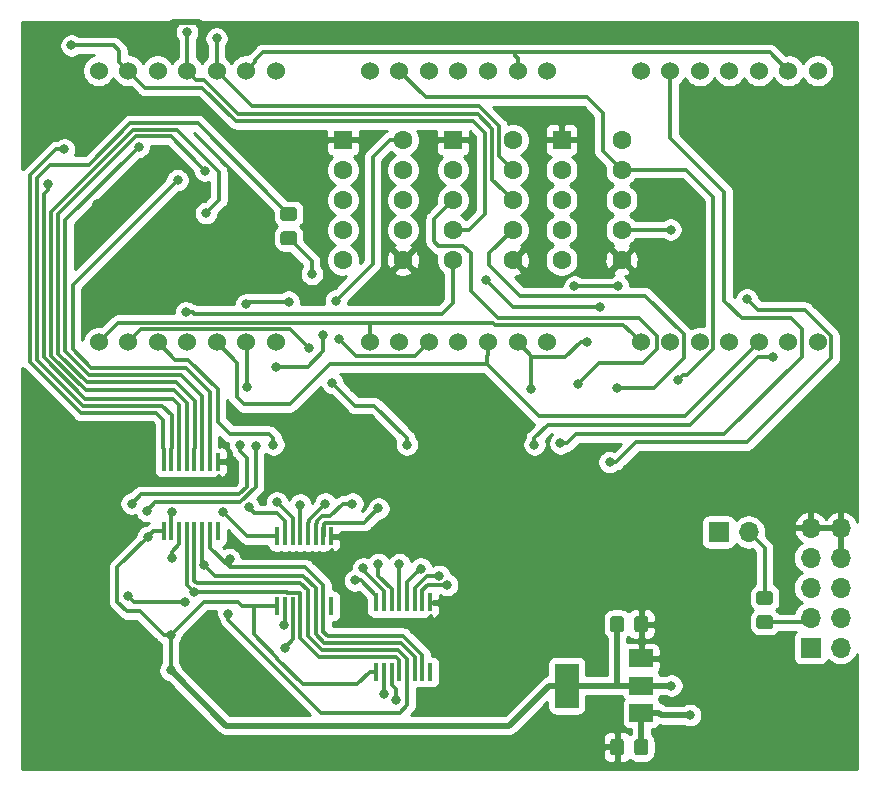
<source format=gbr>
G04 #@! TF.GenerationSoftware,KiCad,Pcbnew,(5.1.4)-1*
G04 #@! TF.CreationDate,2020-06-16T20:45:49+02:00*
G04 #@! TF.ProjectId,8x5matrixDisplay,3878356d-6174-4726-9978-446973706c61,rev?*
G04 #@! TF.SameCoordinates,Original*
G04 #@! TF.FileFunction,Copper,L2,Bot*
G04 #@! TF.FilePolarity,Positive*
%FSLAX46Y46*%
G04 Gerber Fmt 4.6, Leading zero omitted, Abs format (unit mm)*
G04 Created by KiCad (PCBNEW (5.1.4)-1) date 2020-06-16 20:45:49*
%MOMM*%
%LPD*%
G04 APERTURE LIST*
%ADD10C,0.100000*%
%ADD11C,1.150000*%
%ADD12C,1.524000*%
%ADD13R,1.700000X1.700000*%
%ADD14O,1.700000X1.700000*%
%ADD15R,2.000000X3.800000*%
%ADD16R,2.000000X1.500000*%
%ADD17R,0.450000X1.500000*%
%ADD18R,1.600000X1.600000*%
%ADD19C,1.600000*%
%ADD20C,0.800000*%
%ADD21C,0.500000*%
%ADD22C,0.350000*%
%ADD23C,0.254000*%
G04 APERTURE END LIST*
D10*
G36*
X176899505Y-114301204D02*
G01*
X176923773Y-114304804D01*
X176947572Y-114310765D01*
X176970671Y-114319030D01*
X176992850Y-114329520D01*
X177013893Y-114342132D01*
X177033599Y-114356747D01*
X177051777Y-114373223D01*
X177068253Y-114391401D01*
X177082868Y-114411107D01*
X177095480Y-114432150D01*
X177105970Y-114454329D01*
X177114235Y-114477428D01*
X177120196Y-114501227D01*
X177123796Y-114525495D01*
X177125000Y-114549999D01*
X177125000Y-115450001D01*
X177123796Y-115474505D01*
X177120196Y-115498773D01*
X177114235Y-115522572D01*
X177105970Y-115545671D01*
X177095480Y-115567850D01*
X177082868Y-115588893D01*
X177068253Y-115608599D01*
X177051777Y-115626777D01*
X177033599Y-115643253D01*
X177013893Y-115657868D01*
X176992850Y-115670480D01*
X176970671Y-115680970D01*
X176947572Y-115689235D01*
X176923773Y-115695196D01*
X176899505Y-115698796D01*
X176875001Y-115700000D01*
X176224999Y-115700000D01*
X176200495Y-115698796D01*
X176176227Y-115695196D01*
X176152428Y-115689235D01*
X176129329Y-115680970D01*
X176107150Y-115670480D01*
X176086107Y-115657868D01*
X176066401Y-115643253D01*
X176048223Y-115626777D01*
X176031747Y-115608599D01*
X176017132Y-115588893D01*
X176004520Y-115567850D01*
X175994030Y-115545671D01*
X175985765Y-115522572D01*
X175979804Y-115498773D01*
X175976204Y-115474505D01*
X175975000Y-115450001D01*
X175975000Y-114549999D01*
X175976204Y-114525495D01*
X175979804Y-114501227D01*
X175985765Y-114477428D01*
X175994030Y-114454329D01*
X176004520Y-114432150D01*
X176017132Y-114411107D01*
X176031747Y-114391401D01*
X176048223Y-114373223D01*
X176066401Y-114356747D01*
X176086107Y-114342132D01*
X176107150Y-114329520D01*
X176129329Y-114319030D01*
X176152428Y-114310765D01*
X176176227Y-114304804D01*
X176200495Y-114301204D01*
X176224999Y-114300000D01*
X176875001Y-114300000D01*
X176899505Y-114301204D01*
X176899505Y-114301204D01*
G37*
D11*
X176550000Y-115000000D03*
D10*
G36*
X174849505Y-114301204D02*
G01*
X174873773Y-114304804D01*
X174897572Y-114310765D01*
X174920671Y-114319030D01*
X174942850Y-114329520D01*
X174963893Y-114342132D01*
X174983599Y-114356747D01*
X175001777Y-114373223D01*
X175018253Y-114391401D01*
X175032868Y-114411107D01*
X175045480Y-114432150D01*
X175055970Y-114454329D01*
X175064235Y-114477428D01*
X175070196Y-114501227D01*
X175073796Y-114525495D01*
X175075000Y-114549999D01*
X175075000Y-115450001D01*
X175073796Y-115474505D01*
X175070196Y-115498773D01*
X175064235Y-115522572D01*
X175055970Y-115545671D01*
X175045480Y-115567850D01*
X175032868Y-115588893D01*
X175018253Y-115608599D01*
X175001777Y-115626777D01*
X174983599Y-115643253D01*
X174963893Y-115657868D01*
X174942850Y-115670480D01*
X174920671Y-115680970D01*
X174897572Y-115689235D01*
X174873773Y-115695196D01*
X174849505Y-115698796D01*
X174825001Y-115700000D01*
X174174999Y-115700000D01*
X174150495Y-115698796D01*
X174126227Y-115695196D01*
X174102428Y-115689235D01*
X174079329Y-115680970D01*
X174057150Y-115670480D01*
X174036107Y-115657868D01*
X174016401Y-115643253D01*
X173998223Y-115626777D01*
X173981747Y-115608599D01*
X173967132Y-115588893D01*
X173954520Y-115567850D01*
X173944030Y-115545671D01*
X173935765Y-115522572D01*
X173929804Y-115498773D01*
X173926204Y-115474505D01*
X173925000Y-115450001D01*
X173925000Y-114549999D01*
X173926204Y-114525495D01*
X173929804Y-114501227D01*
X173935765Y-114477428D01*
X173944030Y-114454329D01*
X173954520Y-114432150D01*
X173967132Y-114411107D01*
X173981747Y-114391401D01*
X173998223Y-114373223D01*
X174016401Y-114356747D01*
X174036107Y-114342132D01*
X174057150Y-114329520D01*
X174079329Y-114319030D01*
X174102428Y-114310765D01*
X174126227Y-114304804D01*
X174150495Y-114301204D01*
X174174999Y-114300000D01*
X174825001Y-114300000D01*
X174849505Y-114301204D01*
X174849505Y-114301204D01*
G37*
D11*
X174500000Y-115000000D03*
D10*
G36*
X176899505Y-103901204D02*
G01*
X176923773Y-103904804D01*
X176947572Y-103910765D01*
X176970671Y-103919030D01*
X176992850Y-103929520D01*
X177013893Y-103942132D01*
X177033599Y-103956747D01*
X177051777Y-103973223D01*
X177068253Y-103991401D01*
X177082868Y-104011107D01*
X177095480Y-104032150D01*
X177105970Y-104054329D01*
X177114235Y-104077428D01*
X177120196Y-104101227D01*
X177123796Y-104125495D01*
X177125000Y-104149999D01*
X177125000Y-105050001D01*
X177123796Y-105074505D01*
X177120196Y-105098773D01*
X177114235Y-105122572D01*
X177105970Y-105145671D01*
X177095480Y-105167850D01*
X177082868Y-105188893D01*
X177068253Y-105208599D01*
X177051777Y-105226777D01*
X177033599Y-105243253D01*
X177013893Y-105257868D01*
X176992850Y-105270480D01*
X176970671Y-105280970D01*
X176947572Y-105289235D01*
X176923773Y-105295196D01*
X176899505Y-105298796D01*
X176875001Y-105300000D01*
X176224999Y-105300000D01*
X176200495Y-105298796D01*
X176176227Y-105295196D01*
X176152428Y-105289235D01*
X176129329Y-105280970D01*
X176107150Y-105270480D01*
X176086107Y-105257868D01*
X176066401Y-105243253D01*
X176048223Y-105226777D01*
X176031747Y-105208599D01*
X176017132Y-105188893D01*
X176004520Y-105167850D01*
X175994030Y-105145671D01*
X175985765Y-105122572D01*
X175979804Y-105098773D01*
X175976204Y-105074505D01*
X175975000Y-105050001D01*
X175975000Y-104149999D01*
X175976204Y-104125495D01*
X175979804Y-104101227D01*
X175985765Y-104077428D01*
X175994030Y-104054329D01*
X176004520Y-104032150D01*
X176017132Y-104011107D01*
X176031747Y-103991401D01*
X176048223Y-103973223D01*
X176066401Y-103956747D01*
X176086107Y-103942132D01*
X176107150Y-103929520D01*
X176129329Y-103919030D01*
X176152428Y-103910765D01*
X176176227Y-103904804D01*
X176200495Y-103901204D01*
X176224999Y-103900000D01*
X176875001Y-103900000D01*
X176899505Y-103901204D01*
X176899505Y-103901204D01*
G37*
D11*
X176550000Y-104600000D03*
D10*
G36*
X174849505Y-103901204D02*
G01*
X174873773Y-103904804D01*
X174897572Y-103910765D01*
X174920671Y-103919030D01*
X174942850Y-103929520D01*
X174963893Y-103942132D01*
X174983599Y-103956747D01*
X175001777Y-103973223D01*
X175018253Y-103991401D01*
X175032868Y-104011107D01*
X175045480Y-104032150D01*
X175055970Y-104054329D01*
X175064235Y-104077428D01*
X175070196Y-104101227D01*
X175073796Y-104125495D01*
X175075000Y-104149999D01*
X175075000Y-105050001D01*
X175073796Y-105074505D01*
X175070196Y-105098773D01*
X175064235Y-105122572D01*
X175055970Y-105145671D01*
X175045480Y-105167850D01*
X175032868Y-105188893D01*
X175018253Y-105208599D01*
X175001777Y-105226777D01*
X174983599Y-105243253D01*
X174963893Y-105257868D01*
X174942850Y-105270480D01*
X174920671Y-105280970D01*
X174897572Y-105289235D01*
X174873773Y-105295196D01*
X174849505Y-105298796D01*
X174825001Y-105300000D01*
X174174999Y-105300000D01*
X174150495Y-105298796D01*
X174126227Y-105295196D01*
X174102428Y-105289235D01*
X174079329Y-105280970D01*
X174057150Y-105270480D01*
X174036107Y-105257868D01*
X174016401Y-105243253D01*
X173998223Y-105226777D01*
X173981747Y-105208599D01*
X173967132Y-105188893D01*
X173954520Y-105167850D01*
X173944030Y-105145671D01*
X173935765Y-105122572D01*
X173929804Y-105098773D01*
X173926204Y-105074505D01*
X173925000Y-105050001D01*
X173925000Y-104149999D01*
X173926204Y-104125495D01*
X173929804Y-104101227D01*
X173935765Y-104077428D01*
X173944030Y-104054329D01*
X173954520Y-104032150D01*
X173967132Y-104011107D01*
X173981747Y-103991401D01*
X173998223Y-103973223D01*
X174016401Y-103956747D01*
X174036107Y-103942132D01*
X174057150Y-103929520D01*
X174079329Y-103919030D01*
X174102428Y-103910765D01*
X174126227Y-103904804D01*
X174150495Y-103901204D01*
X174174999Y-103900000D01*
X174825001Y-103900000D01*
X174849505Y-103901204D01*
X174849505Y-103901204D01*
G37*
D11*
X174500000Y-104600000D03*
D12*
X145600000Y-57750000D03*
X143100000Y-57750000D03*
X140600000Y-57750000D03*
X138100000Y-57750000D03*
X135600000Y-57750000D03*
X133100000Y-57750000D03*
X130600000Y-57750000D03*
X130600000Y-80750000D03*
X133100000Y-80750000D03*
X135600000Y-80750000D03*
X138100000Y-80750000D03*
X140600000Y-80750000D03*
X143100000Y-80750000D03*
X145600000Y-80750000D03*
X168575001Y-80750000D03*
X166075001Y-80750000D03*
X163575001Y-80750000D03*
X161075001Y-80750000D03*
X158575001Y-80750000D03*
X156075001Y-80750000D03*
X153575001Y-80750000D03*
X153575001Y-57750000D03*
X156075001Y-57750000D03*
X158575001Y-57750000D03*
X161075001Y-57750000D03*
X163575001Y-57750000D03*
X166075001Y-57750000D03*
X168575001Y-57750000D03*
X191500000Y-57750000D03*
X189000000Y-57750000D03*
X186500000Y-57750000D03*
X184000000Y-57750000D03*
X181500000Y-57750000D03*
X179000000Y-57750000D03*
X176500000Y-57750000D03*
X176500000Y-80750000D03*
X179000000Y-80750000D03*
X181500000Y-80750000D03*
X184000000Y-80750000D03*
X186500000Y-80750000D03*
X189000000Y-80750000D03*
X191500000Y-80750000D03*
D13*
X190900000Y-106600000D03*
D14*
X193440000Y-106600000D03*
X190900000Y-104060000D03*
X193440000Y-104060000D03*
X190900000Y-101520000D03*
X193440000Y-101520000D03*
X190900000Y-98980000D03*
X193440000Y-98980000D03*
X190900000Y-96440000D03*
X193440000Y-96440000D03*
D13*
X183100000Y-96800000D03*
D14*
X185640000Y-96800000D03*
D10*
G36*
X187474505Y-101801204D02*
G01*
X187498773Y-101804804D01*
X187522572Y-101810765D01*
X187545671Y-101819030D01*
X187567850Y-101829520D01*
X187588893Y-101842132D01*
X187608599Y-101856747D01*
X187626777Y-101873223D01*
X187643253Y-101891401D01*
X187657868Y-101911107D01*
X187670480Y-101932150D01*
X187680970Y-101954329D01*
X187689235Y-101977428D01*
X187695196Y-102001227D01*
X187698796Y-102025495D01*
X187700000Y-102049999D01*
X187700000Y-102700001D01*
X187698796Y-102724505D01*
X187695196Y-102748773D01*
X187689235Y-102772572D01*
X187680970Y-102795671D01*
X187670480Y-102817850D01*
X187657868Y-102838893D01*
X187643253Y-102858599D01*
X187626777Y-102876777D01*
X187608599Y-102893253D01*
X187588893Y-102907868D01*
X187567850Y-102920480D01*
X187545671Y-102930970D01*
X187522572Y-102939235D01*
X187498773Y-102945196D01*
X187474505Y-102948796D01*
X187450001Y-102950000D01*
X186549999Y-102950000D01*
X186525495Y-102948796D01*
X186501227Y-102945196D01*
X186477428Y-102939235D01*
X186454329Y-102930970D01*
X186432150Y-102920480D01*
X186411107Y-102907868D01*
X186391401Y-102893253D01*
X186373223Y-102876777D01*
X186356747Y-102858599D01*
X186342132Y-102838893D01*
X186329520Y-102817850D01*
X186319030Y-102795671D01*
X186310765Y-102772572D01*
X186304804Y-102748773D01*
X186301204Y-102724505D01*
X186300000Y-102700001D01*
X186300000Y-102049999D01*
X186301204Y-102025495D01*
X186304804Y-102001227D01*
X186310765Y-101977428D01*
X186319030Y-101954329D01*
X186329520Y-101932150D01*
X186342132Y-101911107D01*
X186356747Y-101891401D01*
X186373223Y-101873223D01*
X186391401Y-101856747D01*
X186411107Y-101842132D01*
X186432150Y-101829520D01*
X186454329Y-101819030D01*
X186477428Y-101810765D01*
X186501227Y-101804804D01*
X186525495Y-101801204D01*
X186549999Y-101800000D01*
X187450001Y-101800000D01*
X187474505Y-101801204D01*
X187474505Y-101801204D01*
G37*
D11*
X187000000Y-102375000D03*
D10*
G36*
X187474505Y-103851204D02*
G01*
X187498773Y-103854804D01*
X187522572Y-103860765D01*
X187545671Y-103869030D01*
X187567850Y-103879520D01*
X187588893Y-103892132D01*
X187608599Y-103906747D01*
X187626777Y-103923223D01*
X187643253Y-103941401D01*
X187657868Y-103961107D01*
X187670480Y-103982150D01*
X187680970Y-104004329D01*
X187689235Y-104027428D01*
X187695196Y-104051227D01*
X187698796Y-104075495D01*
X187700000Y-104099999D01*
X187700000Y-104750001D01*
X187698796Y-104774505D01*
X187695196Y-104798773D01*
X187689235Y-104822572D01*
X187680970Y-104845671D01*
X187670480Y-104867850D01*
X187657868Y-104888893D01*
X187643253Y-104908599D01*
X187626777Y-104926777D01*
X187608599Y-104943253D01*
X187588893Y-104957868D01*
X187567850Y-104970480D01*
X187545671Y-104980970D01*
X187522572Y-104989235D01*
X187498773Y-104995196D01*
X187474505Y-104998796D01*
X187450001Y-105000000D01*
X186549999Y-105000000D01*
X186525495Y-104998796D01*
X186501227Y-104995196D01*
X186477428Y-104989235D01*
X186454329Y-104980970D01*
X186432150Y-104970480D01*
X186411107Y-104957868D01*
X186391401Y-104943253D01*
X186373223Y-104926777D01*
X186356747Y-104908599D01*
X186342132Y-104888893D01*
X186329520Y-104867850D01*
X186319030Y-104845671D01*
X186310765Y-104822572D01*
X186304804Y-104798773D01*
X186301204Y-104774505D01*
X186300000Y-104750001D01*
X186300000Y-104099999D01*
X186301204Y-104075495D01*
X186304804Y-104051227D01*
X186310765Y-104027428D01*
X186319030Y-104004329D01*
X186329520Y-103982150D01*
X186342132Y-103961107D01*
X186356747Y-103941401D01*
X186373223Y-103923223D01*
X186391401Y-103906747D01*
X186411107Y-103892132D01*
X186432150Y-103879520D01*
X186454329Y-103869030D01*
X186477428Y-103860765D01*
X186501227Y-103854804D01*
X186525495Y-103851204D01*
X186549999Y-103850000D01*
X187450001Y-103850000D01*
X187474505Y-103851204D01*
X187474505Y-103851204D01*
G37*
D11*
X187000000Y-104425000D03*
D10*
G36*
X147174505Y-71351204D02*
G01*
X147198773Y-71354804D01*
X147222572Y-71360765D01*
X147245671Y-71369030D01*
X147267850Y-71379520D01*
X147288893Y-71392132D01*
X147308599Y-71406747D01*
X147326777Y-71423223D01*
X147343253Y-71441401D01*
X147357868Y-71461107D01*
X147370480Y-71482150D01*
X147380970Y-71504329D01*
X147389235Y-71527428D01*
X147395196Y-71551227D01*
X147398796Y-71575495D01*
X147400000Y-71599999D01*
X147400000Y-72250001D01*
X147398796Y-72274505D01*
X147395196Y-72298773D01*
X147389235Y-72322572D01*
X147380970Y-72345671D01*
X147370480Y-72367850D01*
X147357868Y-72388893D01*
X147343253Y-72408599D01*
X147326777Y-72426777D01*
X147308599Y-72443253D01*
X147288893Y-72457868D01*
X147267850Y-72470480D01*
X147245671Y-72480970D01*
X147222572Y-72489235D01*
X147198773Y-72495196D01*
X147174505Y-72498796D01*
X147150001Y-72500000D01*
X146249999Y-72500000D01*
X146225495Y-72498796D01*
X146201227Y-72495196D01*
X146177428Y-72489235D01*
X146154329Y-72480970D01*
X146132150Y-72470480D01*
X146111107Y-72457868D01*
X146091401Y-72443253D01*
X146073223Y-72426777D01*
X146056747Y-72408599D01*
X146042132Y-72388893D01*
X146029520Y-72367850D01*
X146019030Y-72345671D01*
X146010765Y-72322572D01*
X146004804Y-72298773D01*
X146001204Y-72274505D01*
X146000000Y-72250001D01*
X146000000Y-71599999D01*
X146001204Y-71575495D01*
X146004804Y-71551227D01*
X146010765Y-71527428D01*
X146019030Y-71504329D01*
X146029520Y-71482150D01*
X146042132Y-71461107D01*
X146056747Y-71441401D01*
X146073223Y-71423223D01*
X146091401Y-71406747D01*
X146111107Y-71392132D01*
X146132150Y-71379520D01*
X146154329Y-71369030D01*
X146177428Y-71360765D01*
X146201227Y-71354804D01*
X146225495Y-71351204D01*
X146249999Y-71350000D01*
X147150001Y-71350000D01*
X147174505Y-71351204D01*
X147174505Y-71351204D01*
G37*
D11*
X146700000Y-71925000D03*
D10*
G36*
X147174505Y-69301204D02*
G01*
X147198773Y-69304804D01*
X147222572Y-69310765D01*
X147245671Y-69319030D01*
X147267850Y-69329520D01*
X147288893Y-69342132D01*
X147308599Y-69356747D01*
X147326777Y-69373223D01*
X147343253Y-69391401D01*
X147357868Y-69411107D01*
X147370480Y-69432150D01*
X147380970Y-69454329D01*
X147389235Y-69477428D01*
X147395196Y-69501227D01*
X147398796Y-69525495D01*
X147400000Y-69549999D01*
X147400000Y-70200001D01*
X147398796Y-70224505D01*
X147395196Y-70248773D01*
X147389235Y-70272572D01*
X147380970Y-70295671D01*
X147370480Y-70317850D01*
X147357868Y-70338893D01*
X147343253Y-70358599D01*
X147326777Y-70376777D01*
X147308599Y-70393253D01*
X147288893Y-70407868D01*
X147267850Y-70420480D01*
X147245671Y-70430970D01*
X147222572Y-70439235D01*
X147198773Y-70445196D01*
X147174505Y-70448796D01*
X147150001Y-70450000D01*
X146249999Y-70450000D01*
X146225495Y-70448796D01*
X146201227Y-70445196D01*
X146177428Y-70439235D01*
X146154329Y-70430970D01*
X146132150Y-70420480D01*
X146111107Y-70407868D01*
X146091401Y-70393253D01*
X146073223Y-70376777D01*
X146056747Y-70358599D01*
X146042132Y-70338893D01*
X146029520Y-70317850D01*
X146019030Y-70295671D01*
X146010765Y-70272572D01*
X146004804Y-70248773D01*
X146001204Y-70224505D01*
X146000000Y-70200001D01*
X146000000Y-69549999D01*
X146001204Y-69525495D01*
X146004804Y-69501227D01*
X146010765Y-69477428D01*
X146019030Y-69454329D01*
X146029520Y-69432150D01*
X146042132Y-69411107D01*
X146056747Y-69391401D01*
X146073223Y-69373223D01*
X146091401Y-69356747D01*
X146111107Y-69342132D01*
X146132150Y-69329520D01*
X146154329Y-69319030D01*
X146177428Y-69310765D01*
X146201227Y-69304804D01*
X146225495Y-69301204D01*
X146249999Y-69300000D01*
X147150001Y-69300000D01*
X147174505Y-69301204D01*
X147174505Y-69301204D01*
G37*
D11*
X146700000Y-69875000D03*
D15*
X170250000Y-109800000D03*
D16*
X176550000Y-109800000D03*
X176550000Y-112100000D03*
X176550000Y-107500000D03*
D17*
X136125000Y-90850000D03*
X136775000Y-90850000D03*
X137425000Y-90850000D03*
X138075000Y-90850000D03*
X138725000Y-90850000D03*
X139375000Y-90850000D03*
X140025000Y-90850000D03*
X140675000Y-90850000D03*
X140675000Y-96750000D03*
X140025000Y-96750000D03*
X139375000Y-96750000D03*
X138725000Y-96750000D03*
X138075000Y-96750000D03*
X137425000Y-96750000D03*
X136775000Y-96750000D03*
X136125000Y-96750000D03*
X145725000Y-103050000D03*
X146375000Y-103050000D03*
X147025000Y-103050000D03*
X147675000Y-103050000D03*
X148325000Y-103050000D03*
X148975000Y-103050000D03*
X149625000Y-103050000D03*
X150275000Y-103050000D03*
X150275000Y-97150000D03*
X149625000Y-97150000D03*
X148975000Y-97150000D03*
X148325000Y-97150000D03*
X147675000Y-97150000D03*
X147025000Y-97150000D03*
X146375000Y-97150000D03*
X145725000Y-97150000D03*
X154125000Y-102750000D03*
X154775000Y-102750000D03*
X155425000Y-102750000D03*
X156075000Y-102750000D03*
X156725000Y-102750000D03*
X157375000Y-102750000D03*
X158025000Y-102750000D03*
X158675000Y-102750000D03*
X158675000Y-108650000D03*
X158025000Y-108650000D03*
X157375000Y-108650000D03*
X156725000Y-108650000D03*
X156075000Y-108650000D03*
X155425000Y-108650000D03*
X154775000Y-108650000D03*
X154125000Y-108650000D03*
D18*
X151300000Y-63600000D03*
D19*
X151300000Y-66140000D03*
X151300000Y-68680000D03*
X151300000Y-71220000D03*
X151300000Y-73760000D03*
X156380000Y-73760000D03*
X156380000Y-71220000D03*
X156380000Y-68680000D03*
X156380000Y-66140000D03*
X156380000Y-63600000D03*
D18*
X160600000Y-63600000D03*
D19*
X160600000Y-66140000D03*
X160600000Y-68680000D03*
X160600000Y-71220000D03*
X160600000Y-73760000D03*
X165680000Y-73760000D03*
X165680000Y-71220000D03*
X165680000Y-68680000D03*
X165680000Y-66140000D03*
X165680000Y-63600000D03*
X174880000Y-63600000D03*
X174880000Y-66140000D03*
X174880000Y-68680000D03*
X174880000Y-71220000D03*
X174880000Y-73760000D03*
X169800000Y-73760000D03*
X169800000Y-71220000D03*
X169800000Y-68680000D03*
X169800000Y-66140000D03*
D18*
X169800000Y-63600000D03*
D20*
X180700000Y-112300000D03*
X138600000Y-105700000D03*
X138000000Y-73000000D03*
X143500000Y-75500000D03*
X130500000Y-69000000D03*
X131900000Y-70800000D03*
X131700000Y-77600000D03*
X128800000Y-93500000D03*
X136200000Y-76900000D03*
X144100000Y-70000000D03*
X158000000Y-75000000D03*
X158600000Y-66100000D03*
X148800000Y-64900000D03*
X162200000Y-69500000D03*
X143100000Y-64000000D03*
X138600000Y-60800000D03*
X162300000Y-108900000D03*
X162300000Y-116000000D03*
X136500000Y-54000000D03*
X139500000Y-54000000D03*
X149000000Y-70000000D03*
X180600000Y-69300000D03*
X187100000Y-66800000D03*
X136700000Y-105500000D03*
X136700000Y-108500000D03*
X134800000Y-97200000D03*
X179100000Y-109800000D03*
X137900000Y-102700000D03*
X133100000Y-102200000D03*
X140600000Y-55000000D03*
X143923372Y-89523372D03*
X134700000Y-95000000D03*
X138091402Y-54450011D03*
X142600000Y-89400000D03*
X133400000Y-94400000D03*
X128300000Y-55600000D03*
X148400000Y-81200000D03*
X138000000Y-78200000D03*
X145400000Y-89400000D03*
X146699999Y-77300001D03*
X143100000Y-77524990D03*
X143200000Y-84500000D03*
X172000000Y-80700000D03*
X163400000Y-75424990D03*
X173081904Y-77724990D03*
X167200000Y-84675010D03*
X151000000Y-80500000D03*
X156700000Y-89400000D03*
X150400000Y-84200000D03*
X179700000Y-83900000D03*
X174500000Y-84600000D03*
X171200000Y-84300000D03*
X169700000Y-89300000D03*
X174600000Y-76000000D03*
X170900000Y-76000000D03*
X167500000Y-89400000D03*
X187700000Y-82000000D03*
X148664999Y-74935001D03*
X150700000Y-77200000D03*
X149600000Y-80100000D03*
X145600000Y-82800000D03*
X136800000Y-95075010D03*
X127700000Y-64400000D03*
X126300000Y-67300000D03*
X139700000Y-69800000D03*
X139600000Y-66200000D03*
X134000000Y-64200000D03*
X137300000Y-67000000D03*
X146324990Y-104705291D03*
X141100000Y-95075010D03*
X143300000Y-94700000D03*
X145700000Y-94300000D03*
X147675000Y-94475000D03*
X149800000Y-94400000D03*
X152100000Y-94400000D03*
X154300000Y-94800000D03*
X154750000Y-110550000D03*
X152300000Y-100900000D03*
X153000000Y-99875000D03*
X154300000Y-99500000D03*
X156075000Y-99525000D03*
X157893813Y-99900011D03*
X159441242Y-100523255D03*
X160111014Y-101265838D03*
X173875000Y-90875000D03*
X185500000Y-77100000D03*
X179034315Y-71200000D03*
X141600000Y-103700000D03*
X141700000Y-99100000D03*
X139500010Y-99572333D03*
X138700000Y-101900000D03*
X136800000Y-99000000D03*
X146400000Y-106600000D03*
X155800000Y-111000000D03*
D21*
X176550000Y-115000000D02*
X176550000Y-112100000D01*
X178050000Y-112100000D02*
X178250000Y-112300000D01*
X176550000Y-112100000D02*
X178050000Y-112100000D01*
X178250000Y-112300000D02*
X180700000Y-112300000D01*
X180700000Y-112300000D02*
X180700000Y-112300000D01*
X136899999Y-53600001D02*
X136500000Y-54000000D01*
X139100001Y-53600001D02*
X136899999Y-53600001D01*
X139500000Y-54000000D02*
X139100001Y-53600001D01*
D22*
X136700000Y-105500000D02*
X136700000Y-108500000D01*
D21*
X174500000Y-104600000D02*
X174500000Y-109800000D01*
X176550000Y-109800000D02*
X174500000Y-109800000D01*
X174500000Y-109800000D02*
X170250000Y-109800000D01*
D22*
X135250000Y-96750000D02*
X134800000Y-97200000D01*
X136125000Y-96750000D02*
X135250000Y-96750000D01*
X139500000Y-102700000D02*
X136700000Y-105500000D01*
X142400000Y-102700000D02*
X139500000Y-102700000D01*
X142750000Y-103050000D02*
X142400000Y-102700000D01*
X136134315Y-105500000D02*
X134134315Y-103500000D01*
X136700000Y-105500000D02*
X136134315Y-105500000D01*
X134134315Y-103500000D02*
X133000000Y-103500000D01*
X133000000Y-103500000D02*
X132200000Y-102700000D01*
X132200000Y-99800000D02*
X134800000Y-97200000D01*
X132200000Y-102700000D02*
X132200000Y-99800000D01*
X153550000Y-108650000D02*
X152500000Y-109700000D01*
X154125000Y-108650000D02*
X153550000Y-108650000D01*
X152500000Y-109700000D02*
X147900000Y-109700000D01*
X145725000Y-107525000D02*
X145725000Y-107425000D01*
X147900000Y-109700000D02*
X145725000Y-107525000D01*
X143750000Y-105450000D02*
X143750000Y-103050000D01*
X145725000Y-107425000D02*
X143750000Y-105450000D01*
X145725000Y-103050000D02*
X143750000Y-103050000D01*
X143750000Y-103050000D02*
X142750000Y-103050000D01*
D21*
X168750000Y-109800000D02*
X165350000Y-113200000D01*
X170250000Y-109800000D02*
X168750000Y-109800000D01*
X141400000Y-113200000D02*
X136700000Y-108500000D01*
X165350000Y-113200000D02*
X141400000Y-113200000D01*
X176550000Y-109800000D02*
X179100000Y-109800000D01*
D22*
X137900000Y-102700000D02*
X133600000Y-102700000D01*
X133600000Y-102700000D02*
X133100000Y-102200000D01*
X133100000Y-102200000D02*
X133100000Y-102200000D01*
X143861999Y-56988001D02*
X143861999Y-56838001D01*
X143100000Y-57750000D02*
X143861999Y-56988001D01*
X143861999Y-56838001D02*
X144500000Y-56200000D01*
X187450000Y-56200000D02*
X189000000Y-57750000D01*
X165900000Y-56497369D02*
X165900000Y-56200000D01*
X166075001Y-56672370D02*
X165900000Y-56497369D01*
X166075001Y-57750000D02*
X166075001Y-56672370D01*
X144500000Y-56200000D02*
X165900000Y-56200000D01*
X165900000Y-56200000D02*
X187450000Y-56200000D01*
X164504999Y-62427167D02*
X164504999Y-64964999D01*
X164504999Y-64964999D02*
X164880001Y-65340001D01*
X162827822Y-60749990D02*
X164504999Y-62427167D01*
X164880001Y-65340001D02*
X165680000Y-66140000D01*
X143599990Y-60749990D02*
X162827822Y-60749990D01*
X140600000Y-57750000D02*
X143599990Y-60749990D01*
X140600000Y-57750000D02*
X140600000Y-55000000D01*
X138100000Y-57750000D02*
X138861999Y-58511999D01*
X138861999Y-58511999D02*
X139489831Y-58511999D01*
X163954988Y-62654989D02*
X163954988Y-66954988D01*
X164880001Y-67880001D02*
X165680000Y-68680000D01*
X162700000Y-61400000D02*
X163954988Y-62654989D01*
X142377832Y-61400000D02*
X162700000Y-61400000D01*
X163954988Y-66954988D02*
X164880001Y-67880001D01*
X139489831Y-58511999D02*
X142377832Y-61400000D01*
X143923372Y-90089057D02*
X143900000Y-90112429D01*
X143923372Y-89523372D02*
X143923372Y-90089057D01*
X143900000Y-90112429D02*
X143900000Y-93000000D01*
X143900000Y-93000000D02*
X142600000Y-94300000D01*
X142600000Y-94300000D02*
X135400000Y-94300000D01*
X135400000Y-94300000D02*
X134700000Y-95000000D01*
X134700000Y-95000000D02*
X134700000Y-95000000D01*
X138100000Y-54458609D02*
X138091402Y-54450011D01*
X138100000Y-57750000D02*
X138100000Y-54458609D01*
X163300000Y-69900000D02*
X161980000Y-71220000D01*
X134550000Y-59200000D02*
X139400000Y-59200000D01*
X133100000Y-57750000D02*
X134550000Y-59200000D01*
X161980000Y-71220000D02*
X160600000Y-71220000D01*
X139400000Y-59200000D02*
X142200000Y-62000000D01*
X142200000Y-62000000D02*
X162300000Y-62000000D01*
X162300000Y-62000000D02*
X163300000Y-63000000D01*
X163300000Y-63000000D02*
X163300000Y-69900000D01*
X142600000Y-89965685D02*
X143134315Y-90500000D01*
X142600000Y-89400000D02*
X142600000Y-89965685D01*
X143134315Y-90500000D02*
X143134315Y-92965685D01*
X143134315Y-92965685D02*
X142500000Y-93600000D01*
X142500000Y-93600000D02*
X134200000Y-93600000D01*
X134200000Y-93600000D02*
X133400000Y-94400000D01*
X133400000Y-94400000D02*
X133400000Y-94400000D01*
X132338001Y-56988001D02*
X132338001Y-56038001D01*
X133100000Y-57750000D02*
X132338001Y-56988001D01*
X131900000Y-55600000D02*
X128300000Y-55600000D01*
X132338001Y-56038001D02*
X131900000Y-55600000D01*
X130600000Y-80750000D02*
X132287012Y-79062988D01*
X153575001Y-79100977D02*
X153537012Y-79062988D01*
X153575001Y-80750000D02*
X153575001Y-79100977D01*
X132287012Y-79062988D02*
X153537012Y-79062988D01*
X153537012Y-79062988D02*
X163985155Y-79062988D01*
X163985155Y-79062988D02*
X164172178Y-79250011D01*
X164172178Y-79250011D02*
X175000011Y-79250011D01*
X175738001Y-79988001D02*
X176500000Y-80750000D01*
X175000011Y-79250011D02*
X175738001Y-79988001D01*
X134237001Y-79612999D02*
X146812999Y-79612999D01*
X133100000Y-80750000D02*
X134237001Y-79612999D01*
X146812999Y-79612999D02*
X148400000Y-81200000D01*
X148400000Y-81200000D02*
X148400000Y-81200000D01*
X138565685Y-78200000D02*
X138665685Y-78300000D01*
X138000000Y-78200000D02*
X138565685Y-78200000D01*
X138665685Y-78300000D02*
X159700000Y-78300000D01*
X159700000Y-78300000D02*
X160600000Y-77400000D01*
X160600000Y-77400000D02*
X160600000Y-73760000D01*
X145400000Y-88834315D02*
X145065685Y-88500000D01*
X145400000Y-89400000D02*
X145400000Y-88834315D01*
X145065685Y-88500000D02*
X141700000Y-88500000D01*
X141700000Y-88500000D02*
X140700000Y-87500000D01*
X140700000Y-87500000D02*
X140700000Y-84700000D01*
X140700000Y-84700000D02*
X138200000Y-82200000D01*
X137050000Y-82200000D02*
X135600000Y-80750000D01*
X138200000Y-82200000D02*
X137050000Y-82200000D01*
X163500000Y-81902631D02*
X163500000Y-82600000D01*
X163575001Y-81827630D02*
X163500000Y-81902631D01*
X163575001Y-80750000D02*
X163575001Y-81827630D01*
X150177833Y-82600000D02*
X163500000Y-82600000D01*
X146777833Y-86000000D02*
X150177833Y-82600000D01*
X142900000Y-86000000D02*
X146777833Y-86000000D01*
X142300000Y-85400000D02*
X142900000Y-86000000D01*
X140600000Y-80750000D02*
X142300000Y-82450000D01*
X142300000Y-82450000D02*
X142300000Y-85400000D01*
X180250000Y-87000000D02*
X186500000Y-80750000D01*
X163500000Y-82600000D02*
X167900000Y-87000000D01*
X167900000Y-87000000D02*
X180250000Y-87000000D01*
X146699999Y-77300001D02*
X146699999Y-77300001D01*
X143324989Y-77300001D02*
X143100000Y-77524990D01*
X146699999Y-77300001D02*
X143324989Y-77300001D01*
X143200000Y-80850000D02*
X143100000Y-80750000D01*
X143200000Y-84500000D02*
X143200000Y-80850000D01*
X173100000Y-77800000D02*
X173100000Y-77800000D01*
X171434315Y-80700000D02*
X170134315Y-82000000D01*
X172000000Y-80700000D02*
X171434315Y-80700000D01*
X167325001Y-82000000D02*
X166075001Y-80750000D01*
X170134315Y-82000000D02*
X167325001Y-82000000D01*
X165700000Y-77724990D02*
X172516219Y-77724990D01*
X163400000Y-75424990D02*
X165700000Y-77724990D01*
X172516219Y-77724990D02*
X173081904Y-77724990D01*
X166075001Y-80750000D02*
X167200000Y-81874999D01*
X167200000Y-84109325D02*
X167200000Y-84675010D01*
X167200000Y-81874999D02*
X167200000Y-84109325D01*
X157438000Y-81887001D02*
X152387001Y-81887001D01*
X158575001Y-80750000D02*
X157438000Y-81887001D01*
X152387001Y-81887001D02*
X151000000Y-80500000D01*
X151000000Y-80500000D02*
X151000000Y-80500000D01*
X156700000Y-88834315D02*
X153965685Y-86100000D01*
X156700000Y-89400000D02*
X156700000Y-88834315D01*
X153965685Y-86100000D02*
X152300000Y-86100000D01*
X152300000Y-86100000D02*
X151500000Y-85300000D01*
X151500000Y-85300000D02*
X150400000Y-84200000D01*
X150400000Y-84200000D02*
X150400000Y-84200000D01*
X156075001Y-57750000D02*
X158325001Y-60000000D01*
X158325001Y-60000000D02*
X172000000Y-60000000D01*
X172000000Y-60000000D02*
X173300000Y-61300000D01*
X173300000Y-64560000D02*
X174880000Y-66140000D01*
X173300000Y-61300000D02*
X173300000Y-64560000D01*
X182637001Y-81295761D02*
X182637001Y-68437001D01*
X180432761Y-83500001D02*
X182637001Y-81295761D01*
X179700000Y-83900000D02*
X180099999Y-83500001D01*
X180099999Y-83500001D02*
X180432761Y-83500001D01*
X180340000Y-66140000D02*
X174880000Y-66140000D01*
X182637001Y-68437001D02*
X180340000Y-66140000D01*
X163700000Y-73200000D02*
X165680000Y-71220000D01*
X163700000Y-74200000D02*
X163700000Y-73200000D01*
X177600000Y-84600000D02*
X180137001Y-82062999D01*
X174500000Y-84600000D02*
X177600000Y-84600000D01*
X180137001Y-82062999D02*
X180137001Y-80037001D01*
X180137001Y-80037001D02*
X176900000Y-76800000D01*
X176900000Y-76800000D02*
X166300000Y-76800000D01*
X166300000Y-76800000D02*
X163700000Y-74200000D01*
X159000000Y-70280000D02*
X160600000Y-68680000D01*
X159384999Y-72584999D02*
X159000000Y-72200000D01*
X162100000Y-73200000D02*
X161484999Y-72584999D01*
X162100000Y-76400000D02*
X162100000Y-73200000D01*
X171200000Y-84300000D02*
X173000000Y-82500000D01*
X164400000Y-78700000D02*
X162100000Y-76400000D01*
X176700000Y-82500000D02*
X177862999Y-81337001D01*
X173000000Y-82500000D02*
X176700000Y-82500000D01*
X177862999Y-81337001D02*
X177862999Y-80162999D01*
X159000000Y-72200000D02*
X159000000Y-70280000D01*
X177862999Y-80162999D02*
X176400000Y-78700000D01*
X161484999Y-72584999D02*
X159384999Y-72584999D01*
X176400000Y-78700000D02*
X164400000Y-78700000D01*
X170265685Y-89300000D02*
X171065685Y-88500000D01*
X169700000Y-89300000D02*
X170265685Y-89300000D01*
X171065685Y-88500000D02*
X183600000Y-88500000D01*
X190137001Y-81962999D02*
X190137001Y-79637001D01*
X183600000Y-88500000D02*
X190137001Y-81962999D01*
X190137001Y-79637001D02*
X189200000Y-78700000D01*
X189200000Y-78700000D02*
X185100000Y-78700000D01*
X185100000Y-78700000D02*
X183600000Y-77200000D01*
X183600000Y-77200000D02*
X183600000Y-68000000D01*
X179000000Y-63400000D02*
X179000000Y-57750000D01*
X183600000Y-68000000D02*
X179000000Y-63400000D01*
X174600000Y-76000000D02*
X174034315Y-76000000D01*
X174034315Y-76000000D02*
X170900000Y-76000000D01*
X170900000Y-76000000D02*
X170900000Y-76000000D01*
X167500000Y-88834315D02*
X168634315Y-87700000D01*
X167500000Y-89400000D02*
X167500000Y-88834315D01*
X168634315Y-87700000D02*
X180700000Y-87700000D01*
X180700000Y-87700000D02*
X186400000Y-82000000D01*
X186400000Y-82000000D02*
X187700000Y-82000000D01*
X187700000Y-82000000D02*
X187700000Y-82000000D01*
X190535000Y-104425000D02*
X190900000Y-104060000D01*
X187000000Y-104425000D02*
X190535000Y-104425000D01*
X187000000Y-98160000D02*
X185640000Y-96800000D01*
X187000000Y-102375000D02*
X187000000Y-98160000D01*
X148664999Y-73889999D02*
X146700000Y-71925000D01*
X148664999Y-74935001D02*
X148664999Y-73889999D01*
X155248630Y-63600000D02*
X153800000Y-65048630D01*
X156380000Y-63600000D02*
X155248630Y-63600000D01*
X153800000Y-65048630D02*
X153800000Y-74100000D01*
X153800000Y-74100000D02*
X150700000Y-77200000D01*
X150700000Y-77200000D02*
X150700000Y-77200000D01*
X149600000Y-80100000D02*
X149600000Y-80665685D01*
X149600000Y-80665685D02*
X149600000Y-81500000D01*
X149600000Y-81500000D02*
X148300000Y-82800000D01*
X148300000Y-82800000D02*
X145600000Y-82800000D01*
X145600000Y-82800000D02*
X145600000Y-82800000D01*
X136775000Y-96750000D02*
X136775000Y-95100010D01*
X136775000Y-95100010D02*
X136800000Y-95075010D01*
X136125000Y-89750000D02*
X136100000Y-89725000D01*
X136125000Y-90850000D02*
X136125000Y-89750000D01*
X136100000Y-89725000D02*
X136100000Y-87300000D01*
X136100000Y-87300000D02*
X135500000Y-86700000D01*
X135500000Y-86700000D02*
X129100000Y-86700000D01*
X129100000Y-86700000D02*
X124800000Y-82400000D01*
X124800000Y-82400000D02*
X124800000Y-66600000D01*
X124800000Y-66600000D02*
X127000000Y-64400000D01*
X127000000Y-64400000D02*
X127700000Y-64400000D01*
X127700000Y-64400000D02*
X127700000Y-64400000D01*
X146076628Y-69251628D02*
X146700000Y-69875000D01*
X139025000Y-62200000D02*
X146076628Y-69251628D01*
X129800000Y-65700000D02*
X133300000Y-62200000D01*
X125400000Y-82222168D02*
X125400000Y-66800000D01*
X125400000Y-66800000D02*
X126500000Y-65700000D01*
X136800000Y-89725000D02*
X136800000Y-86900000D01*
X126500000Y-65700000D02*
X129800000Y-65700000D01*
X136775000Y-89750000D02*
X136800000Y-89725000D01*
X136775000Y-90850000D02*
X136775000Y-89750000D01*
X136000000Y-86100000D02*
X129277832Y-86100000D01*
X136800000Y-86900000D02*
X136000000Y-86100000D01*
X129277832Y-86100000D02*
X125400000Y-82222168D01*
X133300000Y-62200000D02*
X139025000Y-62200000D01*
X126300000Y-67300000D02*
X126300000Y-67300000D01*
X125950011Y-81994347D02*
X125950011Y-68215674D01*
X125950011Y-68215674D02*
X126300000Y-67865685D01*
X136900000Y-85500000D02*
X129455664Y-85500000D01*
X137425000Y-86025000D02*
X136900000Y-85500000D01*
X137425000Y-90850000D02*
X137425000Y-86025000D01*
X129455664Y-85500000D02*
X125950011Y-81994347D01*
X126300000Y-67865685D02*
X126300000Y-67300000D01*
X139700000Y-69800000D02*
X139700000Y-69800000D01*
X138075000Y-89750000D02*
X138100000Y-89725000D01*
X137250011Y-62750011D02*
X140800000Y-66300000D01*
X140800000Y-68700000D02*
X140099999Y-69400001D01*
X126600000Y-69677832D02*
X133527821Y-62750011D01*
X140099999Y-69400001D02*
X139700000Y-69800000D01*
X140800000Y-66300000D02*
X140800000Y-68700000D01*
X137000000Y-84800000D02*
X129533496Y-84800000D01*
X133527821Y-62750011D02*
X137250011Y-62750011D01*
X126600000Y-81866504D02*
X126600000Y-69677832D01*
X129533496Y-84800000D02*
X126600000Y-81866504D01*
X138100000Y-85900000D02*
X137000000Y-84800000D01*
X138100000Y-89725000D02*
X138100000Y-85900000D01*
X138075000Y-90850000D02*
X138075000Y-89750000D01*
X139600000Y-66200000D02*
X139600000Y-66200000D01*
X138800000Y-89675000D02*
X138800000Y-85700000D01*
X139200001Y-65800001D02*
X139600000Y-66200000D01*
X138725000Y-89750000D02*
X138800000Y-89675000D01*
X133755643Y-63300022D02*
X136700022Y-63300022D01*
X136700022Y-63300022D02*
X139200001Y-65800001D01*
X129611328Y-84100000D02*
X127200000Y-81688672D01*
X127200000Y-69855665D02*
X133755643Y-63300022D01*
X127200000Y-81688672D02*
X127200000Y-69855665D01*
X137200000Y-84100000D02*
X129611328Y-84100000D01*
X138800000Y-85700000D02*
X137200000Y-84100000D01*
X138725000Y-90850000D02*
X138725000Y-89750000D01*
X134000000Y-64200000D02*
X134000000Y-64200000D01*
X139400000Y-85300000D02*
X137600000Y-83500000D01*
X139375000Y-90850000D02*
X139375000Y-89750000D01*
X139375000Y-89750000D02*
X139400000Y-89725000D01*
X137600000Y-83500000D02*
X129789160Y-83500000D01*
X127800000Y-81510840D02*
X127800000Y-70400000D01*
X129789160Y-83500000D02*
X127800000Y-81510840D01*
X127800000Y-70400000D02*
X133600001Y-64599999D01*
X133600001Y-64599999D02*
X134000000Y-64200000D01*
X139400000Y-89725000D02*
X139400000Y-85300000D01*
X137300000Y-67000000D02*
X137300000Y-67000000D01*
X140025000Y-90850000D02*
X140025000Y-84925000D01*
X128400000Y-75900000D02*
X136900001Y-67399999D01*
X136900001Y-67399999D02*
X137300000Y-67000000D01*
X128400000Y-81333008D02*
X128400000Y-75900000D01*
X129966992Y-82900000D02*
X128400000Y-81333008D01*
X138000000Y-82900000D02*
X129966992Y-82900000D01*
X140025000Y-84925000D02*
X138000000Y-82900000D01*
X146400000Y-104700000D02*
X146400000Y-104700000D01*
X146375000Y-103050000D02*
X146375000Y-104655281D01*
X146375000Y-104655281D02*
X146324990Y-104705291D01*
X141499999Y-95475009D02*
X141100000Y-95075010D01*
X145725000Y-97150000D02*
X143174990Y-97150000D01*
X143174990Y-97150000D02*
X141499999Y-95475009D01*
X146375000Y-97150000D02*
X146375000Y-95875000D01*
X146375000Y-95875000D02*
X145700000Y-95200000D01*
X145700000Y-95200000D02*
X143800000Y-95200000D01*
X143800000Y-95200000D02*
X143300000Y-94700000D01*
X143300000Y-94700000D02*
X143300000Y-94700000D01*
X147025000Y-97150000D02*
X147025000Y-95625000D01*
X147025000Y-95625000D02*
X145700000Y-94300000D01*
X145700000Y-94300000D02*
X145700000Y-94300000D01*
X147675000Y-97150000D02*
X147675000Y-94475000D01*
X147675000Y-94475000D02*
X147675000Y-94475000D01*
X148325000Y-96050000D02*
X148400000Y-95975000D01*
X148325000Y-97150000D02*
X148325000Y-96050000D01*
X148400000Y-95975000D02*
X148400000Y-95800000D01*
X148400000Y-95800000D02*
X149800000Y-94400000D01*
X149800000Y-94400000D02*
X149800000Y-94400000D01*
X152100000Y-94400000D02*
X152100000Y-94400000D01*
X151300000Y-94400000D02*
X152100000Y-94400000D01*
X150225010Y-95474989D02*
X151300000Y-94400000D01*
X149522178Y-95474989D02*
X150225010Y-95474989D01*
X149099999Y-96024999D02*
X149124989Y-96024999D01*
X148975000Y-96725000D02*
X149024999Y-96675001D01*
X149024999Y-96675001D02*
X149024999Y-96099999D01*
X149124989Y-96024999D02*
X149124989Y-95872178D01*
X149024999Y-96099999D02*
X149099999Y-96024999D01*
X149124989Y-95872178D02*
X149522178Y-95474989D01*
X148975000Y-97150000D02*
X148975000Y-96725000D01*
X149625000Y-97150000D02*
X149674999Y-97100001D01*
X149674999Y-97100001D02*
X149674999Y-96099999D01*
X153075001Y-96024999D02*
X154300000Y-94800000D01*
X149749999Y-96024999D02*
X153075001Y-96024999D01*
X149674999Y-96099999D02*
X149749999Y-96024999D01*
X154300000Y-94800000D02*
X154300000Y-94800000D01*
X154775000Y-110525000D02*
X154750000Y-110550000D01*
X154775000Y-108650000D02*
X154775000Y-110525000D01*
X154125000Y-102750000D02*
X154125000Y-102225000D01*
X152800000Y-100900000D02*
X152300000Y-100900000D01*
X154125000Y-102225000D02*
X152800000Y-100900000D01*
X152300000Y-100900000D02*
X152300000Y-100900000D01*
X154775000Y-102750000D02*
X154775000Y-101777832D01*
X153000000Y-100002832D02*
X153000000Y-99875000D01*
X154775000Y-101777832D02*
X153000000Y-100002832D01*
X153000000Y-99875000D02*
X153000000Y-99875000D01*
X155425000Y-101650000D02*
X154300000Y-100525000D01*
X155425000Y-102750000D02*
X155425000Y-101650000D01*
X154300000Y-100525000D02*
X154300000Y-99500000D01*
X154300000Y-99500000D02*
X154300000Y-99500000D01*
X156075000Y-102750000D02*
X156075000Y-99525000D01*
X156075000Y-99525000D02*
X156075000Y-99525000D01*
X157800000Y-99700000D02*
X157800000Y-99700000D01*
X157493814Y-100300010D02*
X157893813Y-99900011D01*
X156725000Y-101068824D02*
X157493814Y-100300010D01*
X156725000Y-102750000D02*
X156725000Y-101068824D01*
X158875557Y-100523255D02*
X159441242Y-100523255D01*
X157375000Y-101555346D02*
X158407091Y-100523255D01*
X157375000Y-102750000D02*
X157375000Y-101555346D01*
X158407091Y-100523255D02*
X158875557Y-100523255D01*
X160078596Y-101298256D02*
X160111014Y-101265838D01*
X158025000Y-101749998D02*
X158476742Y-101298256D01*
X158476742Y-101298256D02*
X160078596Y-101298256D01*
X158025000Y-102750000D02*
X158025000Y-101749998D01*
X174440685Y-90875000D02*
X176115685Y-89200000D01*
X173875000Y-90875000D02*
X174440685Y-90875000D01*
X176115685Y-89200000D02*
X185500000Y-89200000D01*
X192637001Y-82062999D02*
X192637001Y-80237001D01*
X185500000Y-89200000D02*
X192637001Y-82062999D01*
X192637001Y-80237001D02*
X190400000Y-78000000D01*
X190400000Y-78000000D02*
X186400000Y-78000000D01*
X186400000Y-78000000D02*
X185500000Y-77100000D01*
X185500000Y-77100000D02*
X185500000Y-77100000D01*
X179014315Y-71220000D02*
X179034315Y-71200000D01*
X174880000Y-71220000D02*
X179014315Y-71220000D01*
X156725000Y-107550000D02*
X155975000Y-106800000D01*
X156725000Y-108650000D02*
X156725000Y-107550000D01*
X155975000Y-106800000D02*
X149500000Y-106800000D01*
X148325000Y-105625000D02*
X148325000Y-103050000D01*
X149500000Y-106800000D02*
X148325000Y-105625000D01*
X138900000Y-101100000D02*
X138725000Y-100925000D01*
X147700000Y-101100000D02*
X138900000Y-101100000D01*
X148325000Y-103050000D02*
X148325000Y-101725000D01*
X148325000Y-101725000D02*
X147700000Y-101100000D01*
X138725000Y-100925000D02*
X138725000Y-96750000D01*
X156725000Y-111475000D02*
X156725000Y-109750000D01*
X156725000Y-109750000D02*
X156725000Y-108650000D01*
X156100000Y-112100000D02*
X156725000Y-111475000D01*
X149434315Y-112100000D02*
X156100000Y-112100000D01*
X141600000Y-104265685D02*
X149434315Y-112100000D01*
X141600000Y-103700000D02*
X141600000Y-104265685D01*
X149625000Y-103050000D02*
X149625000Y-101325000D01*
X149625000Y-101325000D02*
X148100000Y-99800000D01*
X158025000Y-108650000D02*
X158025000Y-107225000D01*
X158025000Y-107225000D02*
X156400000Y-105600000D01*
X156400000Y-105600000D02*
X150000000Y-105600000D01*
X149625000Y-105225000D02*
X149625000Y-103050000D01*
X150000000Y-105600000D02*
X149625000Y-105225000D01*
X141700000Y-99800000D02*
X141700000Y-99100000D01*
X148100000Y-99800000D02*
X141700000Y-99800000D01*
X141700000Y-99100000D02*
X141700000Y-99100000D01*
X140025000Y-97850000D02*
X140025000Y-96750000D01*
X141700000Y-99800000D02*
X140025000Y-98125000D01*
X140025000Y-98125000D02*
X140025000Y-97850000D01*
X157375000Y-107394332D02*
X156200000Y-106219332D01*
X157375000Y-108650000D02*
X157375000Y-107394332D01*
X156200000Y-106219332D02*
X149719332Y-106219332D01*
X148975000Y-105475000D02*
X148975000Y-103050000D01*
X149719332Y-106219332D02*
X148975000Y-105475000D01*
X148975000Y-101575000D02*
X147900000Y-100500000D01*
X139375000Y-96750000D02*
X139375000Y-99447323D01*
X139375000Y-99447323D02*
X139500010Y-99572333D01*
X140427677Y-100500000D02*
X139900009Y-99972332D01*
X147900000Y-100500000D02*
X140427677Y-100500000D01*
X148975000Y-103050000D02*
X148975000Y-101575000D01*
X139900009Y-99972332D02*
X139500010Y-99572333D01*
X149272178Y-107350011D02*
X147675000Y-105752833D01*
X147675000Y-104150000D02*
X147675000Y-103050000D01*
X155747179Y-107350011D02*
X149272178Y-107350011D01*
X156075000Y-107677832D02*
X155747179Y-107350011D01*
X156075000Y-108650000D02*
X156075000Y-107677832D01*
X147675000Y-105752833D02*
X147675000Y-104150000D01*
X147625001Y-103000001D02*
X147625001Y-101999999D01*
X147675000Y-103050000D02*
X147625001Y-103000001D01*
X147550001Y-101924999D02*
X146549999Y-101924999D01*
X146549999Y-101924999D02*
X146525000Y-101900000D01*
X147625001Y-101999999D02*
X147550001Y-101924999D01*
X146525000Y-101900000D02*
X138700000Y-101900000D01*
X138700000Y-101900000D02*
X138075000Y-101275000D01*
X138075000Y-97850000D02*
X138075000Y-96750000D01*
X138075000Y-101275000D02*
X138075000Y-97850000D01*
X137425000Y-97850000D02*
X136800000Y-98475000D01*
X137425000Y-96750000D02*
X137425000Y-97850000D01*
X136800000Y-98475000D02*
X136800000Y-99000000D01*
X136800000Y-99000000D02*
X136800000Y-99000000D01*
X147025000Y-103050000D02*
X147025000Y-104150000D01*
X147025000Y-104150000D02*
X147100000Y-104225000D01*
X147100000Y-104225000D02*
X147100000Y-105900000D01*
X147100000Y-105900000D02*
X146400000Y-106600000D01*
X146400000Y-106600000D02*
X146400000Y-106600000D01*
X155425000Y-109750000D02*
X155800000Y-110125000D01*
X155425000Y-108650000D02*
X155425000Y-109750000D01*
X155800000Y-110125000D02*
X155800000Y-111000000D01*
X155800000Y-111000000D02*
X155800000Y-111000000D01*
D23*
G36*
X194840001Y-95946371D02*
G01*
X194836825Y-95935901D01*
X194711641Y-95673080D01*
X194537588Y-95439731D01*
X194321355Y-95244822D01*
X194071252Y-95095843D01*
X193796891Y-94998519D01*
X193567000Y-95119186D01*
X193567000Y-96313000D01*
X193587000Y-96313000D01*
X193587000Y-96567000D01*
X193567000Y-96567000D01*
X193567000Y-98853000D01*
X193587000Y-98853000D01*
X193587000Y-99107000D01*
X193567000Y-99107000D01*
X193567000Y-99127000D01*
X193313000Y-99127000D01*
X193313000Y-99107000D01*
X193293000Y-99107000D01*
X193293000Y-98853000D01*
X193313000Y-98853000D01*
X193313000Y-96567000D01*
X191027000Y-96567000D01*
X191027000Y-96587000D01*
X190773000Y-96587000D01*
X190773000Y-96567000D01*
X189579845Y-96567000D01*
X189458524Y-96796890D01*
X189503175Y-96944099D01*
X189628359Y-97206920D01*
X189802412Y-97440269D01*
X190018645Y-97635178D01*
X190135523Y-97704799D01*
X190070986Y-97739294D01*
X189844866Y-97924866D01*
X189659294Y-98150986D01*
X189521401Y-98408966D01*
X189436487Y-98688889D01*
X189407815Y-98980000D01*
X189436487Y-99271111D01*
X189521401Y-99551034D01*
X189659294Y-99809014D01*
X189844866Y-100035134D01*
X190070986Y-100220706D01*
X190125791Y-100250000D01*
X190070986Y-100279294D01*
X189844866Y-100464866D01*
X189659294Y-100690986D01*
X189521401Y-100948966D01*
X189436487Y-101228889D01*
X189407815Y-101520000D01*
X189436487Y-101811111D01*
X189521401Y-102091034D01*
X189659294Y-102349014D01*
X189844866Y-102575134D01*
X190070986Y-102760706D01*
X190125791Y-102790000D01*
X190070986Y-102819294D01*
X189844866Y-103004866D01*
X189659294Y-103230986D01*
X189521401Y-103488966D01*
X189483169Y-103615000D01*
X188192888Y-103615000D01*
X188188405Y-103606613D01*
X188077962Y-103472038D01*
X187990184Y-103400000D01*
X188077962Y-103327962D01*
X188188405Y-103193387D01*
X188270472Y-103039851D01*
X188321008Y-102873255D01*
X188338072Y-102700001D01*
X188338072Y-102049999D01*
X188321008Y-101876745D01*
X188270472Y-101710149D01*
X188188405Y-101556613D01*
X188077962Y-101422038D01*
X187943387Y-101311595D01*
X187810000Y-101240298D01*
X187810000Y-98199787D01*
X187813919Y-98159999D01*
X187808126Y-98101185D01*
X187798280Y-98001212D01*
X187751963Y-97848527D01*
X187676749Y-97707811D01*
X187575528Y-97584472D01*
X187544618Y-97559105D01*
X187097255Y-97111742D01*
X187103513Y-97091111D01*
X187132185Y-96800000D01*
X187103513Y-96508889D01*
X187018599Y-96228966D01*
X186940638Y-96083110D01*
X189458524Y-96083110D01*
X189579845Y-96313000D01*
X190773000Y-96313000D01*
X190773000Y-95119186D01*
X191027000Y-95119186D01*
X191027000Y-96313000D01*
X193313000Y-96313000D01*
X193313000Y-95119186D01*
X193083109Y-94998519D01*
X192808748Y-95095843D01*
X192558645Y-95244822D01*
X192342412Y-95439731D01*
X192170000Y-95670880D01*
X191997588Y-95439731D01*
X191781355Y-95244822D01*
X191531252Y-95095843D01*
X191256891Y-94998519D01*
X191027000Y-95119186D01*
X190773000Y-95119186D01*
X190543109Y-94998519D01*
X190268748Y-95095843D01*
X190018645Y-95244822D01*
X189802412Y-95439731D01*
X189628359Y-95673080D01*
X189503175Y-95935901D01*
X189458524Y-96083110D01*
X186940638Y-96083110D01*
X186880706Y-95970986D01*
X186695134Y-95744866D01*
X186469014Y-95559294D01*
X186211034Y-95421401D01*
X185931111Y-95336487D01*
X185712950Y-95315000D01*
X185567050Y-95315000D01*
X185348889Y-95336487D01*
X185068966Y-95421401D01*
X184810986Y-95559294D01*
X184584866Y-95744866D01*
X184560393Y-95774687D01*
X184539502Y-95705820D01*
X184480537Y-95595506D01*
X184401185Y-95498815D01*
X184304494Y-95419463D01*
X184194180Y-95360498D01*
X184074482Y-95324188D01*
X183950000Y-95311928D01*
X182250000Y-95311928D01*
X182125518Y-95324188D01*
X182005820Y-95360498D01*
X181895506Y-95419463D01*
X181798815Y-95498815D01*
X181719463Y-95595506D01*
X181660498Y-95705820D01*
X181624188Y-95825518D01*
X181611928Y-95950000D01*
X181611928Y-97650000D01*
X181624188Y-97774482D01*
X181660498Y-97894180D01*
X181719463Y-98004494D01*
X181798815Y-98101185D01*
X181895506Y-98180537D01*
X182005820Y-98239502D01*
X182125518Y-98275812D01*
X182250000Y-98288072D01*
X183950000Y-98288072D01*
X184074482Y-98275812D01*
X184194180Y-98239502D01*
X184304494Y-98180537D01*
X184401185Y-98101185D01*
X184480537Y-98004494D01*
X184539502Y-97894180D01*
X184560393Y-97825313D01*
X184584866Y-97855134D01*
X184810986Y-98040706D01*
X185068966Y-98178599D01*
X185348889Y-98263513D01*
X185567050Y-98285000D01*
X185712950Y-98285000D01*
X185931111Y-98263513D01*
X185951742Y-98257255D01*
X186190001Y-98495514D01*
X186190000Y-101240298D01*
X186056613Y-101311595D01*
X185922038Y-101422038D01*
X185811595Y-101556613D01*
X185729528Y-101710149D01*
X185678992Y-101876745D01*
X185661928Y-102049999D01*
X185661928Y-102700001D01*
X185678992Y-102873255D01*
X185729528Y-103039851D01*
X185811595Y-103193387D01*
X185922038Y-103327962D01*
X186009816Y-103400000D01*
X185922038Y-103472038D01*
X185811595Y-103606613D01*
X185729528Y-103760149D01*
X185678992Y-103926745D01*
X185661928Y-104099999D01*
X185661928Y-104750001D01*
X185678992Y-104923255D01*
X185729528Y-105089851D01*
X185811595Y-105243387D01*
X185922038Y-105377962D01*
X186056613Y-105488405D01*
X186210149Y-105570472D01*
X186376745Y-105621008D01*
X186549999Y-105638072D01*
X187450001Y-105638072D01*
X187623255Y-105621008D01*
X187789851Y-105570472D01*
X187943387Y-105488405D01*
X188077962Y-105377962D01*
X188188405Y-105243387D01*
X188192888Y-105235000D01*
X189676574Y-105235000D01*
X189598815Y-105298815D01*
X189519463Y-105395506D01*
X189460498Y-105505820D01*
X189424188Y-105625518D01*
X189411928Y-105750000D01*
X189411928Y-107450000D01*
X189424188Y-107574482D01*
X189460498Y-107694180D01*
X189519463Y-107804494D01*
X189598815Y-107901185D01*
X189695506Y-107980537D01*
X189805820Y-108039502D01*
X189925518Y-108075812D01*
X190050000Y-108088072D01*
X191750000Y-108088072D01*
X191874482Y-108075812D01*
X191994180Y-108039502D01*
X192104494Y-107980537D01*
X192201185Y-107901185D01*
X192280537Y-107804494D01*
X192339502Y-107694180D01*
X192360393Y-107625313D01*
X192384866Y-107655134D01*
X192610986Y-107840706D01*
X192868966Y-107978599D01*
X193148889Y-108063513D01*
X193367050Y-108085000D01*
X193512950Y-108085000D01*
X193731111Y-108063513D01*
X194011034Y-107978599D01*
X194269014Y-107840706D01*
X194495134Y-107655134D01*
X194680706Y-107429014D01*
X194818599Y-107171034D01*
X194840001Y-107100482D01*
X194840001Y-116840000D01*
X124160000Y-116840000D01*
X124160000Y-115700000D01*
X173286928Y-115700000D01*
X173299188Y-115824482D01*
X173335498Y-115944180D01*
X173394463Y-116054494D01*
X173473815Y-116151185D01*
X173570506Y-116230537D01*
X173680820Y-116289502D01*
X173800518Y-116325812D01*
X173925000Y-116338072D01*
X174214250Y-116335000D01*
X174373000Y-116176250D01*
X174373000Y-115127000D01*
X173448750Y-115127000D01*
X173290000Y-115285750D01*
X173286928Y-115700000D01*
X124160000Y-115700000D01*
X124160000Y-114300000D01*
X173286928Y-114300000D01*
X173290000Y-114714250D01*
X173448750Y-114873000D01*
X174373000Y-114873000D01*
X174373000Y-113823750D01*
X174214250Y-113665000D01*
X173925000Y-113661928D01*
X173800518Y-113674188D01*
X173680820Y-113710498D01*
X173570506Y-113769463D01*
X173473815Y-113848815D01*
X173394463Y-113945506D01*
X173335498Y-114055820D01*
X173299188Y-114175518D01*
X173286928Y-114300000D01*
X124160000Y-114300000D01*
X124160000Y-82896967D01*
X124224472Y-82975528D01*
X124255388Y-83000900D01*
X128499105Y-87244618D01*
X128524472Y-87275528D01*
X128592210Y-87331119D01*
X128647810Y-87376749D01*
X128723024Y-87416951D01*
X128788527Y-87451963D01*
X128941212Y-87498280D01*
X129060209Y-87510000D01*
X129060211Y-87510000D01*
X129099999Y-87513919D01*
X129139787Y-87510000D01*
X135164488Y-87510000D01*
X135290001Y-87635513D01*
X135290000Y-89685212D01*
X135286081Y-89725000D01*
X135290000Y-89764788D01*
X135290000Y-89764790D01*
X135301720Y-89883787D01*
X135301867Y-89884272D01*
X135274188Y-89975518D01*
X135261928Y-90100000D01*
X135261928Y-91600000D01*
X135274188Y-91724482D01*
X135310498Y-91844180D01*
X135369463Y-91954494D01*
X135448815Y-92051185D01*
X135545506Y-92130537D01*
X135655820Y-92189502D01*
X135775518Y-92225812D01*
X135900000Y-92238072D01*
X136350000Y-92238072D01*
X136450000Y-92228223D01*
X136550000Y-92238072D01*
X137000000Y-92238072D01*
X137100000Y-92228223D01*
X137200000Y-92238072D01*
X137650000Y-92238072D01*
X137750000Y-92228223D01*
X137850000Y-92238072D01*
X138300000Y-92238072D01*
X138400000Y-92228223D01*
X138500000Y-92238072D01*
X138950000Y-92238072D01*
X139050000Y-92228223D01*
X139150000Y-92238072D01*
X139600000Y-92238072D01*
X139700000Y-92228223D01*
X139800000Y-92238072D01*
X140250000Y-92238072D01*
X140353157Y-92227912D01*
X140418250Y-92235000D01*
X140450497Y-92202753D01*
X140494180Y-92189502D01*
X140604494Y-92130537D01*
X140701185Y-92051185D01*
X140773000Y-91963678D01*
X140773000Y-92076250D01*
X140931750Y-92235000D01*
X141033773Y-92223891D01*
X141152918Y-92185806D01*
X141262343Y-92125208D01*
X141357844Y-92044426D01*
X141435750Y-91946566D01*
X141493067Y-91835387D01*
X141527593Y-91715162D01*
X141538001Y-91590512D01*
X141535000Y-91135750D01*
X141376250Y-90977000D01*
X140888072Y-90977000D01*
X140888072Y-90723000D01*
X141376250Y-90723000D01*
X141535000Y-90564250D01*
X141538001Y-90109488D01*
X141527593Y-89984838D01*
X141493067Y-89864613D01*
X141435750Y-89753434D01*
X141357844Y-89655574D01*
X141262343Y-89574792D01*
X141152918Y-89514194D01*
X141033773Y-89476109D01*
X140931750Y-89465000D01*
X140835000Y-89561750D01*
X140835000Y-88780513D01*
X141099105Y-89044618D01*
X141124472Y-89075528D01*
X141204509Y-89141212D01*
X141247811Y-89176749D01*
X141388526Y-89251963D01*
X141541212Y-89298280D01*
X141565000Y-89300623D01*
X141565000Y-89501939D01*
X141604774Y-89701898D01*
X141682795Y-89890256D01*
X141795224Y-90058519D01*
X141801720Y-90124473D01*
X141848037Y-90277158D01*
X141885645Y-90347516D01*
X141923251Y-90417874D01*
X141957995Y-90460209D01*
X142024473Y-90541213D01*
X142055383Y-90566580D01*
X142324315Y-90835512D01*
X142324316Y-92630172D01*
X142164488Y-92790000D01*
X134239788Y-92790000D01*
X134200000Y-92786081D01*
X134160212Y-92790000D01*
X134160209Y-92790000D01*
X134041212Y-92801720D01*
X133888527Y-92848037D01*
X133823024Y-92883049D01*
X133747810Y-92923251D01*
X133683796Y-92975786D01*
X133624472Y-93024472D01*
X133599107Y-93055380D01*
X133287359Y-93367129D01*
X133098102Y-93404774D01*
X132909744Y-93482795D01*
X132740226Y-93596063D01*
X132596063Y-93740226D01*
X132482795Y-93909744D01*
X132404774Y-94098102D01*
X132365000Y-94298061D01*
X132365000Y-94501939D01*
X132404774Y-94701898D01*
X132482795Y-94890256D01*
X132596063Y-95059774D01*
X132740226Y-95203937D01*
X132909744Y-95317205D01*
X133098102Y-95395226D01*
X133298061Y-95435000D01*
X133501939Y-95435000D01*
X133701898Y-95395226D01*
X133737349Y-95380541D01*
X133782795Y-95490256D01*
X133896063Y-95659774D01*
X134040226Y-95803937D01*
X134209744Y-95917205D01*
X134398102Y-95995226D01*
X134598061Y-96035000D01*
X134801939Y-96035000D01*
X134909343Y-96013636D01*
X134797811Y-96073251D01*
X134682160Y-96168163D01*
X134498102Y-96204774D01*
X134309744Y-96282795D01*
X134140226Y-96396063D01*
X133996063Y-96540226D01*
X133882795Y-96709744D01*
X133804774Y-96898102D01*
X133767129Y-97087358D01*
X131655383Y-99199105D01*
X131624473Y-99224472D01*
X131578852Y-99280061D01*
X131523251Y-99347811D01*
X131449340Y-99486091D01*
X131448038Y-99488527D01*
X131407167Y-99623261D01*
X131401721Y-99641213D01*
X131386081Y-99800000D01*
X131390001Y-99839798D01*
X131390000Y-102660212D01*
X131386081Y-102700000D01*
X131390000Y-102739788D01*
X131390000Y-102739790D01*
X131401720Y-102858787D01*
X131448037Y-103011472D01*
X131474763Y-103061473D01*
X131523251Y-103152189D01*
X131528667Y-103158788D01*
X131624472Y-103275528D01*
X131655387Y-103300899D01*
X132399105Y-104044618D01*
X132424472Y-104075528D01*
X132455380Y-104100893D01*
X132547810Y-104176749D01*
X132597095Y-104203092D01*
X132688527Y-104251963D01*
X132841212Y-104298280D01*
X132960209Y-104310000D01*
X132960212Y-104310000D01*
X133000000Y-104313919D01*
X133039788Y-104310000D01*
X133798803Y-104310000D01*
X135533420Y-106044618D01*
X135558787Y-106075528D01*
X135600480Y-106109744D01*
X135682125Y-106176749D01*
X135729298Y-106201963D01*
X135822842Y-106251963D01*
X135890000Y-106272335D01*
X135890001Y-107849299D01*
X135782795Y-108009744D01*
X135704774Y-108198102D01*
X135665000Y-108398061D01*
X135665000Y-108601939D01*
X135704774Y-108801898D01*
X135782795Y-108990256D01*
X135896063Y-109159774D01*
X136040226Y-109303937D01*
X136209744Y-109417205D01*
X136398102Y-109495226D01*
X136454957Y-109506535D01*
X140743470Y-113795049D01*
X140771183Y-113828817D01*
X140804951Y-113856530D01*
X140804953Y-113856532D01*
X140884772Y-113922038D01*
X140905941Y-113939411D01*
X141059687Y-114021589D01*
X141226510Y-114072195D01*
X141356523Y-114085000D01*
X141356531Y-114085000D01*
X141400000Y-114089281D01*
X141443469Y-114085000D01*
X165306531Y-114085000D01*
X165350000Y-114089281D01*
X165393469Y-114085000D01*
X165393477Y-114085000D01*
X165523490Y-114072195D01*
X165690313Y-114021589D01*
X165844059Y-113939411D01*
X165978817Y-113828817D01*
X166006534Y-113795044D01*
X168611928Y-111189651D01*
X168611928Y-111700000D01*
X168624188Y-111824482D01*
X168660498Y-111944180D01*
X168719463Y-112054494D01*
X168798815Y-112151185D01*
X168895506Y-112230537D01*
X169005820Y-112289502D01*
X169125518Y-112325812D01*
X169250000Y-112338072D01*
X171250000Y-112338072D01*
X171374482Y-112325812D01*
X171494180Y-112289502D01*
X171604494Y-112230537D01*
X171701185Y-112151185D01*
X171780537Y-112054494D01*
X171839502Y-111944180D01*
X171875812Y-111824482D01*
X171888072Y-111700000D01*
X171888072Y-110685000D01*
X174456524Y-110685000D01*
X174500000Y-110689282D01*
X174543477Y-110685000D01*
X174927379Y-110685000D01*
X174960498Y-110794180D01*
X175019463Y-110904494D01*
X175056809Y-110950000D01*
X175019463Y-110995506D01*
X174960498Y-111105820D01*
X174924188Y-111225518D01*
X174911928Y-111350000D01*
X174911928Y-112850000D01*
X174924188Y-112974482D01*
X174960498Y-113094180D01*
X175019463Y-113204494D01*
X175098815Y-113301185D01*
X175195506Y-113380537D01*
X175305820Y-113439502D01*
X175425518Y-113475812D01*
X175550000Y-113488072D01*
X175665001Y-113488072D01*
X175665000Y-113866263D01*
X175597038Y-113922038D01*
X175591658Y-113928594D01*
X175526185Y-113848815D01*
X175429494Y-113769463D01*
X175319180Y-113710498D01*
X175199482Y-113674188D01*
X175075000Y-113661928D01*
X174785750Y-113665000D01*
X174627000Y-113823750D01*
X174627000Y-114873000D01*
X174647000Y-114873000D01*
X174647000Y-115127000D01*
X174627000Y-115127000D01*
X174627000Y-116176250D01*
X174785750Y-116335000D01*
X175075000Y-116338072D01*
X175199482Y-116325812D01*
X175319180Y-116289502D01*
X175429494Y-116230537D01*
X175526185Y-116151185D01*
X175591658Y-116071406D01*
X175597038Y-116077962D01*
X175731613Y-116188405D01*
X175885149Y-116270472D01*
X176051745Y-116321008D01*
X176224999Y-116338072D01*
X176875001Y-116338072D01*
X177048255Y-116321008D01*
X177214851Y-116270472D01*
X177368387Y-116188405D01*
X177502962Y-116077962D01*
X177613405Y-115943387D01*
X177695472Y-115789851D01*
X177746008Y-115623255D01*
X177763072Y-115450001D01*
X177763072Y-114549999D01*
X177746008Y-114376745D01*
X177695472Y-114210149D01*
X177613405Y-114056613D01*
X177502962Y-113922038D01*
X177435000Y-113866263D01*
X177435000Y-113488072D01*
X177550000Y-113488072D01*
X177674482Y-113475812D01*
X177794180Y-113439502D01*
X177904494Y-113380537D01*
X178001185Y-113301185D01*
X178080537Y-113204494D01*
X178096737Y-113174187D01*
X178206523Y-113185000D01*
X178206531Y-113185000D01*
X178250000Y-113189281D01*
X178293469Y-113185000D01*
X180161546Y-113185000D01*
X180209744Y-113217205D01*
X180398102Y-113295226D01*
X180598061Y-113335000D01*
X180801939Y-113335000D01*
X181001898Y-113295226D01*
X181190256Y-113217205D01*
X181359774Y-113103937D01*
X181503937Y-112959774D01*
X181617205Y-112790256D01*
X181695226Y-112601898D01*
X181735000Y-112401939D01*
X181735000Y-112198061D01*
X181695226Y-111998102D01*
X181617205Y-111809744D01*
X181503937Y-111640226D01*
X181359774Y-111496063D01*
X181190256Y-111382795D01*
X181001898Y-111304774D01*
X180801939Y-111265000D01*
X180598061Y-111265000D01*
X180398102Y-111304774D01*
X180209744Y-111382795D01*
X180161546Y-111415000D01*
X178610358Y-111415000D01*
X178544059Y-111360589D01*
X178390313Y-111278411D01*
X178223490Y-111227805D01*
X178175059Y-111223035D01*
X178139502Y-111105820D01*
X178080537Y-110995506D01*
X178043191Y-110950000D01*
X178080537Y-110904494D01*
X178139502Y-110794180D01*
X178172621Y-110685000D01*
X178561546Y-110685000D01*
X178609744Y-110717205D01*
X178798102Y-110795226D01*
X178998061Y-110835000D01*
X179201939Y-110835000D01*
X179401898Y-110795226D01*
X179590256Y-110717205D01*
X179759774Y-110603937D01*
X179903937Y-110459774D01*
X180017205Y-110290256D01*
X180095226Y-110101898D01*
X180135000Y-109901939D01*
X180135000Y-109698061D01*
X180095226Y-109498102D01*
X180017205Y-109309744D01*
X179903937Y-109140226D01*
X179759774Y-108996063D01*
X179590256Y-108882795D01*
X179401898Y-108804774D01*
X179201939Y-108765000D01*
X178998061Y-108765000D01*
X178798102Y-108804774D01*
X178609744Y-108882795D01*
X178561546Y-108915000D01*
X178172621Y-108915000D01*
X178139502Y-108805820D01*
X178080537Y-108695506D01*
X178043191Y-108650000D01*
X178080537Y-108604494D01*
X178139502Y-108494180D01*
X178175812Y-108374482D01*
X178188072Y-108250000D01*
X178185000Y-107785750D01*
X178026250Y-107627000D01*
X176677000Y-107627000D01*
X176677000Y-107647000D01*
X176423000Y-107647000D01*
X176423000Y-107627000D01*
X176403000Y-107627000D01*
X176403000Y-107373000D01*
X176423000Y-107373000D01*
X176423000Y-106273750D01*
X176677000Y-106273750D01*
X176677000Y-107373000D01*
X178026250Y-107373000D01*
X178185000Y-107214250D01*
X178188072Y-106750000D01*
X178175812Y-106625518D01*
X178139502Y-106505820D01*
X178080537Y-106395506D01*
X178001185Y-106298815D01*
X177904494Y-106219463D01*
X177794180Y-106160498D01*
X177674482Y-106124188D01*
X177550000Y-106111928D01*
X176835750Y-106115000D01*
X176677000Y-106273750D01*
X176423000Y-106273750D01*
X176264250Y-106115000D01*
X175550000Y-106111928D01*
X175425518Y-106124188D01*
X175385000Y-106136479D01*
X175385000Y-105733737D01*
X175452962Y-105677962D01*
X175458342Y-105671406D01*
X175523815Y-105751185D01*
X175620506Y-105830537D01*
X175730820Y-105889502D01*
X175850518Y-105925812D01*
X175975000Y-105938072D01*
X176264250Y-105935000D01*
X176423000Y-105776250D01*
X176423000Y-104727000D01*
X176677000Y-104727000D01*
X176677000Y-105776250D01*
X176835750Y-105935000D01*
X177125000Y-105938072D01*
X177249482Y-105925812D01*
X177369180Y-105889502D01*
X177479494Y-105830537D01*
X177576185Y-105751185D01*
X177655537Y-105654494D01*
X177714502Y-105544180D01*
X177750812Y-105424482D01*
X177763072Y-105300000D01*
X177760000Y-104885750D01*
X177601250Y-104727000D01*
X176677000Y-104727000D01*
X176423000Y-104727000D01*
X176403000Y-104727000D01*
X176403000Y-104473000D01*
X176423000Y-104473000D01*
X176423000Y-103423750D01*
X176677000Y-103423750D01*
X176677000Y-104473000D01*
X177601250Y-104473000D01*
X177760000Y-104314250D01*
X177763072Y-103900000D01*
X177750812Y-103775518D01*
X177714502Y-103655820D01*
X177655537Y-103545506D01*
X177576185Y-103448815D01*
X177479494Y-103369463D01*
X177369180Y-103310498D01*
X177249482Y-103274188D01*
X177125000Y-103261928D01*
X176835750Y-103265000D01*
X176677000Y-103423750D01*
X176423000Y-103423750D01*
X176264250Y-103265000D01*
X175975000Y-103261928D01*
X175850518Y-103274188D01*
X175730820Y-103310498D01*
X175620506Y-103369463D01*
X175523815Y-103448815D01*
X175458342Y-103528594D01*
X175452962Y-103522038D01*
X175318387Y-103411595D01*
X175164851Y-103329528D01*
X174998255Y-103278992D01*
X174825001Y-103261928D01*
X174174999Y-103261928D01*
X174001745Y-103278992D01*
X173835149Y-103329528D01*
X173681613Y-103411595D01*
X173547038Y-103522038D01*
X173436595Y-103656613D01*
X173354528Y-103810149D01*
X173303992Y-103976745D01*
X173286928Y-104149999D01*
X173286928Y-105050001D01*
X173303992Y-105223255D01*
X173354528Y-105389851D01*
X173436595Y-105543387D01*
X173547038Y-105677962D01*
X173615000Y-105733737D01*
X173615001Y-108915000D01*
X171888072Y-108915000D01*
X171888072Y-107900000D01*
X171875812Y-107775518D01*
X171839502Y-107655820D01*
X171780537Y-107545506D01*
X171701185Y-107448815D01*
X171604494Y-107369463D01*
X171494180Y-107310498D01*
X171374482Y-107274188D01*
X171250000Y-107261928D01*
X169250000Y-107261928D01*
X169125518Y-107274188D01*
X169005820Y-107310498D01*
X168895506Y-107369463D01*
X168798815Y-107448815D01*
X168719463Y-107545506D01*
X168660498Y-107655820D01*
X168624188Y-107775518D01*
X168611928Y-107900000D01*
X168611928Y-108924317D01*
X168576510Y-108927805D01*
X168409687Y-108978411D01*
X168255941Y-109060589D01*
X168237738Y-109075528D01*
X168154953Y-109143468D01*
X168154951Y-109143470D01*
X168121183Y-109171183D01*
X168093470Y-109204951D01*
X164983422Y-112315000D01*
X157030513Y-112315000D01*
X157269619Y-112075894D01*
X157300528Y-112050528D01*
X157401749Y-111927189D01*
X157476963Y-111786473D01*
X157523280Y-111633788D01*
X157535000Y-111514791D01*
X157535000Y-111514789D01*
X157538919Y-111475001D01*
X157535000Y-111435213D01*
X157535000Y-110038072D01*
X157600000Y-110038072D01*
X157700000Y-110028223D01*
X157800000Y-110038072D01*
X158250000Y-110038072D01*
X158350000Y-110028223D01*
X158450000Y-110038072D01*
X158900000Y-110038072D01*
X159024482Y-110025812D01*
X159144180Y-109989502D01*
X159254494Y-109930537D01*
X159351185Y-109851185D01*
X159430537Y-109754494D01*
X159489502Y-109644180D01*
X159525812Y-109524482D01*
X159538072Y-109400000D01*
X159538072Y-107900000D01*
X159525812Y-107775518D01*
X159489502Y-107655820D01*
X159430537Y-107545506D01*
X159351185Y-107448815D01*
X159254494Y-107369463D01*
X159144180Y-107310498D01*
X159024482Y-107274188D01*
X158900000Y-107261928D01*
X158835282Y-107261928D01*
X158838919Y-107224999D01*
X158835000Y-107185209D01*
X158823280Y-107066212D01*
X158776963Y-106913527D01*
X158726333Y-106818804D01*
X158701749Y-106772810D01*
X158640583Y-106698280D01*
X158600528Y-106649472D01*
X158569618Y-106624105D01*
X157000899Y-105055387D01*
X156975528Y-105024472D01*
X156852189Y-104923251D01*
X156711473Y-104848037D01*
X156558788Y-104801720D01*
X156439791Y-104790000D01*
X156439788Y-104790000D01*
X156400000Y-104786081D01*
X156360212Y-104790000D01*
X150435000Y-104790000D01*
X150435000Y-104438072D01*
X150500000Y-104438072D01*
X150624482Y-104425812D01*
X150744180Y-104389502D01*
X150854494Y-104330537D01*
X150951185Y-104251185D01*
X151030537Y-104154494D01*
X151089502Y-104044180D01*
X151125812Y-103924482D01*
X151138072Y-103800000D01*
X151138072Y-102300000D01*
X151125812Y-102175518D01*
X151089502Y-102055820D01*
X151030537Y-101945506D01*
X150951185Y-101848815D01*
X150854494Y-101769463D01*
X150744180Y-101710498D01*
X150624482Y-101674188D01*
X150500000Y-101661928D01*
X150435000Y-101661928D01*
X150435000Y-101364788D01*
X150438919Y-101325000D01*
X150434016Y-101275218D01*
X150423280Y-101166212D01*
X150386395Y-101044620D01*
X150376963Y-101013526D01*
X150301749Y-100872811D01*
X150271927Y-100836473D01*
X150240404Y-100798061D01*
X151265000Y-100798061D01*
X151265000Y-101001939D01*
X151304774Y-101201898D01*
X151382795Y-101390256D01*
X151496063Y-101559774D01*
X151640226Y-101703937D01*
X151809744Y-101817205D01*
X151998102Y-101895226D01*
X152198061Y-101935000D01*
X152401939Y-101935000D01*
X152601898Y-101895226D01*
X152635709Y-101881221D01*
X153261928Y-102507440D01*
X153261928Y-103500000D01*
X153274188Y-103624482D01*
X153310498Y-103744180D01*
X153369463Y-103854494D01*
X153448815Y-103951185D01*
X153545506Y-104030537D01*
X153655820Y-104089502D01*
X153775518Y-104125812D01*
X153900000Y-104138072D01*
X154350000Y-104138072D01*
X154450000Y-104128223D01*
X154550000Y-104138072D01*
X155000000Y-104138072D01*
X155100000Y-104128223D01*
X155200000Y-104138072D01*
X155650000Y-104138072D01*
X155750000Y-104128223D01*
X155850000Y-104138072D01*
X156300000Y-104138072D01*
X156400000Y-104128223D01*
X156500000Y-104138072D01*
X156950000Y-104138072D01*
X157050000Y-104128223D01*
X157150000Y-104138072D01*
X157600000Y-104138072D01*
X157700000Y-104128223D01*
X157800000Y-104138072D01*
X158250000Y-104138072D01*
X158353157Y-104127912D01*
X158418250Y-104135000D01*
X158450497Y-104102753D01*
X158494180Y-104089502D01*
X158604494Y-104030537D01*
X158701185Y-103951185D01*
X158773000Y-103863678D01*
X158773000Y-103976250D01*
X158931750Y-104135000D01*
X159033773Y-104123891D01*
X159152918Y-104085806D01*
X159262343Y-104025208D01*
X159357844Y-103944426D01*
X159435750Y-103846566D01*
X159493067Y-103735387D01*
X159527593Y-103615162D01*
X159538001Y-103490512D01*
X159535000Y-103035750D01*
X159376250Y-102877000D01*
X158888072Y-102877000D01*
X158888072Y-102623000D01*
X159376250Y-102623000D01*
X159535000Y-102464250D01*
X159537224Y-102127228D01*
X159620758Y-102183043D01*
X159809116Y-102261064D01*
X160009075Y-102300838D01*
X160212953Y-102300838D01*
X160412912Y-102261064D01*
X160601270Y-102183043D01*
X160770788Y-102069775D01*
X160914951Y-101925612D01*
X161028219Y-101756094D01*
X161106240Y-101567736D01*
X161146014Y-101367777D01*
X161146014Y-101163899D01*
X161106240Y-100963940D01*
X161028219Y-100775582D01*
X160914951Y-100606064D01*
X160770788Y-100461901D01*
X160601270Y-100348633D01*
X160449260Y-100285668D01*
X160436468Y-100221357D01*
X160358447Y-100032999D01*
X160245179Y-99863481D01*
X160101016Y-99719318D01*
X159931498Y-99606050D01*
X159743140Y-99528029D01*
X159543181Y-99488255D01*
X159339303Y-99488255D01*
X159139344Y-99528029D01*
X158950986Y-99606050D01*
X158897700Y-99641655D01*
X158889039Y-99598113D01*
X158811018Y-99409755D01*
X158697750Y-99240237D01*
X158553587Y-99096074D01*
X158384069Y-98982806D01*
X158195711Y-98904785D01*
X157995752Y-98865011D01*
X157791874Y-98865011D01*
X157591915Y-98904785D01*
X157403557Y-98982806D01*
X157234039Y-99096074D01*
X157089876Y-99240237D01*
X157077360Y-99258968D01*
X157070226Y-99223102D01*
X156992205Y-99034744D01*
X156878937Y-98865226D01*
X156734774Y-98721063D01*
X156565256Y-98607795D01*
X156376898Y-98529774D01*
X156176939Y-98490000D01*
X155973061Y-98490000D01*
X155773102Y-98529774D01*
X155584744Y-98607795D01*
X155415226Y-98721063D01*
X155271063Y-98865226D01*
X155195852Y-98977787D01*
X155103937Y-98840226D01*
X154959774Y-98696063D01*
X154790256Y-98582795D01*
X154601898Y-98504774D01*
X154401939Y-98465000D01*
X154198061Y-98465000D01*
X153998102Y-98504774D01*
X153809744Y-98582795D01*
X153640226Y-98696063D01*
X153496063Y-98840226D01*
X153433276Y-98934193D01*
X153301898Y-98879774D01*
X153101939Y-98840000D01*
X152898061Y-98840000D01*
X152698102Y-98879774D01*
X152509744Y-98957795D01*
X152340226Y-99071063D01*
X152196063Y-99215226D01*
X152082795Y-99384744D01*
X152004774Y-99573102D01*
X151965000Y-99773061D01*
X151965000Y-99918485D01*
X151809744Y-99982795D01*
X151640226Y-100096063D01*
X151496063Y-100240226D01*
X151382795Y-100409744D01*
X151304774Y-100598102D01*
X151265000Y-100798061D01*
X150240404Y-100798061D01*
X150200528Y-100749472D01*
X150169618Y-100724105D01*
X148700899Y-99255387D01*
X148675528Y-99224472D01*
X148552189Y-99123251D01*
X148411473Y-99048037D01*
X148258788Y-99001720D01*
X148139791Y-98990000D01*
X148139788Y-98990000D01*
X148100000Y-98986081D01*
X148060212Y-98990000D01*
X142733397Y-98990000D01*
X142695226Y-98798102D01*
X142617205Y-98609744D01*
X142503937Y-98440226D01*
X142359774Y-98296063D01*
X142190256Y-98182795D01*
X142001898Y-98104774D01*
X141801939Y-98065000D01*
X141598061Y-98065000D01*
X141398102Y-98104774D01*
X141222870Y-98177358D01*
X141137148Y-98091635D01*
X141144180Y-98089502D01*
X141254494Y-98030537D01*
X141351185Y-97951185D01*
X141430537Y-97854494D01*
X141489502Y-97744180D01*
X141525812Y-97624482D01*
X141538072Y-97500000D01*
X141538072Y-96658594D01*
X142574090Y-97694612D01*
X142599462Y-97725528D01*
X142688076Y-97798251D01*
X142722800Y-97826749D01*
X142798014Y-97866951D01*
X142863517Y-97901963D01*
X143016202Y-97948280D01*
X143135199Y-97960000D01*
X143135202Y-97960000D01*
X143174990Y-97963919D01*
X143214778Y-97960000D01*
X144867837Y-97960000D01*
X144874188Y-98024482D01*
X144910498Y-98144180D01*
X144969463Y-98254494D01*
X145048815Y-98351185D01*
X145145506Y-98430537D01*
X145255820Y-98489502D01*
X145375518Y-98525812D01*
X145500000Y-98538072D01*
X145950000Y-98538072D01*
X146050000Y-98528223D01*
X146150000Y-98538072D01*
X146600000Y-98538072D01*
X146700000Y-98528223D01*
X146800000Y-98538072D01*
X147250000Y-98538072D01*
X147350000Y-98528223D01*
X147450000Y-98538072D01*
X147900000Y-98538072D01*
X148000000Y-98528223D01*
X148100000Y-98538072D01*
X148550000Y-98538072D01*
X148650000Y-98528223D01*
X148750000Y-98538072D01*
X149200000Y-98538072D01*
X149300000Y-98528223D01*
X149400000Y-98538072D01*
X149850000Y-98538072D01*
X149953157Y-98527912D01*
X150018250Y-98535000D01*
X150050497Y-98502753D01*
X150094180Y-98489502D01*
X150204494Y-98430537D01*
X150301185Y-98351185D01*
X150373000Y-98263678D01*
X150373000Y-98376250D01*
X150531750Y-98535000D01*
X150633773Y-98523891D01*
X150752918Y-98485806D01*
X150862343Y-98425208D01*
X150957844Y-98344426D01*
X151035750Y-98246566D01*
X151093067Y-98135387D01*
X151127593Y-98015162D01*
X151138001Y-97890512D01*
X151135000Y-97435750D01*
X150976250Y-97277000D01*
X150488072Y-97277000D01*
X150488072Y-97108591D01*
X150488918Y-97100002D01*
X150488072Y-97091413D01*
X150488072Y-97023000D01*
X150976250Y-97023000D01*
X151135000Y-96864250D01*
X151135193Y-96834999D01*
X153035213Y-96834999D01*
X153075001Y-96838918D01*
X153114789Y-96834999D01*
X153114792Y-96834999D01*
X153233789Y-96823279D01*
X153386474Y-96776962D01*
X153527190Y-96701748D01*
X153650529Y-96600527D01*
X153675900Y-96569612D01*
X154412641Y-95832871D01*
X154601898Y-95795226D01*
X154790256Y-95717205D01*
X154959774Y-95603937D01*
X155103937Y-95459774D01*
X155217205Y-95290256D01*
X155295226Y-95101898D01*
X155335000Y-94901939D01*
X155335000Y-94698061D01*
X155295226Y-94498102D01*
X155217205Y-94309744D01*
X155103937Y-94140226D01*
X154959774Y-93996063D01*
X154790256Y-93882795D01*
X154601898Y-93804774D01*
X154401939Y-93765000D01*
X154198061Y-93765000D01*
X153998102Y-93804774D01*
X153809744Y-93882795D01*
X153640226Y-93996063D01*
X153496063Y-94140226D01*
X153382795Y-94309744D01*
X153304774Y-94498102D01*
X153267129Y-94687359D01*
X152922510Y-95031978D01*
X153017205Y-94890256D01*
X153095226Y-94701898D01*
X153135000Y-94501939D01*
X153135000Y-94298061D01*
X153095226Y-94098102D01*
X153017205Y-93909744D01*
X152903937Y-93740226D01*
X152759774Y-93596063D01*
X152590256Y-93482795D01*
X152401898Y-93404774D01*
X152201939Y-93365000D01*
X151998061Y-93365000D01*
X151798102Y-93404774D01*
X151609744Y-93482795D01*
X151449300Y-93590000D01*
X151339788Y-93590000D01*
X151300000Y-93586081D01*
X151260212Y-93590000D01*
X151260209Y-93590000D01*
X151141212Y-93601720D01*
X150988527Y-93648037D01*
X150847811Y-93723251D01*
X150724472Y-93824472D01*
X150699107Y-93855380D01*
X150688181Y-93866306D01*
X150603937Y-93740226D01*
X150459774Y-93596063D01*
X150290256Y-93482795D01*
X150101898Y-93404774D01*
X149901939Y-93365000D01*
X149698061Y-93365000D01*
X149498102Y-93404774D01*
X149309744Y-93482795D01*
X149140226Y-93596063D01*
X148996063Y-93740226D01*
X148882795Y-93909744D01*
X148804774Y-94098102D01*
X148767129Y-94287359D01*
X148705259Y-94349229D01*
X148670226Y-94173102D01*
X148592205Y-93984744D01*
X148478937Y-93815226D01*
X148334774Y-93671063D01*
X148165256Y-93557795D01*
X147976898Y-93479774D01*
X147776939Y-93440000D01*
X147573061Y-93440000D01*
X147373102Y-93479774D01*
X147184744Y-93557795D01*
X147015226Y-93671063D01*
X146871063Y-93815226D01*
X146757795Y-93984744D01*
X146713730Y-94091127D01*
X146695226Y-93998102D01*
X146617205Y-93809744D01*
X146503937Y-93640226D01*
X146359774Y-93496063D01*
X146190256Y-93382795D01*
X146001898Y-93304774D01*
X145801939Y-93265000D01*
X145598061Y-93265000D01*
X145398102Y-93304774D01*
X145209744Y-93382795D01*
X145040226Y-93496063D01*
X144896063Y-93640226D01*
X144782795Y-93809744D01*
X144704774Y-93998102D01*
X144665000Y-94198061D01*
X144665000Y-94390000D01*
X144291870Y-94390000D01*
X144217205Y-94209744D01*
X144103937Y-94040226D01*
X144054612Y-93990901D01*
X144444618Y-93600895D01*
X144475528Y-93575528D01*
X144576749Y-93452189D01*
X144613841Y-93382795D01*
X144651963Y-93311474D01*
X144662743Y-93275937D01*
X144698280Y-93158788D01*
X144710000Y-93039791D01*
X144710000Y-93039788D01*
X144713919Y-93000000D01*
X144710000Y-92960212D01*
X144710000Y-90286256D01*
X144721652Y-90247845D01*
X144727254Y-90190965D01*
X144740226Y-90203937D01*
X144909744Y-90317205D01*
X145098102Y-90395226D01*
X145298061Y-90435000D01*
X145501939Y-90435000D01*
X145701898Y-90395226D01*
X145890256Y-90317205D01*
X146059774Y-90203937D01*
X146203937Y-90059774D01*
X146317205Y-89890256D01*
X146395226Y-89701898D01*
X146435000Y-89501939D01*
X146435000Y-89298061D01*
X146395226Y-89098102D01*
X146317205Y-88909744D01*
X146204776Y-88741481D01*
X146198280Y-88675527D01*
X146151963Y-88522842D01*
X146076749Y-88382126D01*
X145975528Y-88258787D01*
X145944612Y-88233415D01*
X145666585Y-87955388D01*
X145641213Y-87924472D01*
X145517874Y-87823251D01*
X145377158Y-87748037D01*
X145224473Y-87701720D01*
X145105476Y-87690000D01*
X145105473Y-87690000D01*
X145065685Y-87686081D01*
X145025897Y-87690000D01*
X142035513Y-87690000D01*
X141510000Y-87164488D01*
X141510000Y-85586080D01*
X141513701Y-85598279D01*
X141548038Y-85711473D01*
X141623251Y-85852189D01*
X141678852Y-85919939D01*
X141724473Y-85975528D01*
X141755383Y-86000895D01*
X142299105Y-86544617D01*
X142324472Y-86575528D01*
X142382623Y-86623251D01*
X142447810Y-86676749D01*
X142517351Y-86713919D01*
X142588527Y-86751963D01*
X142741212Y-86798280D01*
X142860209Y-86810000D01*
X142860211Y-86810000D01*
X142899999Y-86813919D01*
X142939787Y-86810000D01*
X146738045Y-86810000D01*
X146777833Y-86813919D01*
X146817621Y-86810000D01*
X146817624Y-86810000D01*
X146936621Y-86798280D01*
X147089306Y-86751963D01*
X147230022Y-86676749D01*
X147353361Y-86575528D01*
X147378733Y-86544612D01*
X149409658Y-84513688D01*
X149482795Y-84690256D01*
X149596063Y-84859774D01*
X149740226Y-85003937D01*
X149909744Y-85117205D01*
X150098102Y-85195226D01*
X150287359Y-85232871D01*
X150955380Y-85900893D01*
X150955385Y-85900897D01*
X151699105Y-86644618D01*
X151724472Y-86675528D01*
X151756423Y-86701749D01*
X151847810Y-86776749D01*
X151910019Y-86810000D01*
X151988527Y-86851963D01*
X152141212Y-86898280D01*
X152260209Y-86910000D01*
X152260212Y-86910000D01*
X152300000Y-86913919D01*
X152339788Y-86910000D01*
X153630173Y-86910000D01*
X155738018Y-89017845D01*
X155704774Y-89098102D01*
X155665000Y-89298061D01*
X155665000Y-89501939D01*
X155704774Y-89701898D01*
X155782795Y-89890256D01*
X155896063Y-90059774D01*
X156040226Y-90203937D01*
X156209744Y-90317205D01*
X156398102Y-90395226D01*
X156598061Y-90435000D01*
X156801939Y-90435000D01*
X157001898Y-90395226D01*
X157190256Y-90317205D01*
X157359774Y-90203937D01*
X157503937Y-90059774D01*
X157617205Y-89890256D01*
X157695226Y-89701898D01*
X157735000Y-89501939D01*
X157735000Y-89298061D01*
X157695226Y-89098102D01*
X157617205Y-88909744D01*
X157504776Y-88741481D01*
X157498280Y-88675527D01*
X157451963Y-88522842D01*
X157387223Y-88401721D01*
X157376749Y-88382125D01*
X157310082Y-88300892D01*
X157275528Y-88258787D01*
X157244618Y-88233420D01*
X154566585Y-85555387D01*
X154541213Y-85524472D01*
X154417874Y-85423251D01*
X154277158Y-85348037D01*
X154124473Y-85301720D01*
X154005476Y-85290000D01*
X154005473Y-85290000D01*
X153965685Y-85286081D01*
X153925897Y-85290000D01*
X152635513Y-85290000D01*
X152100897Y-84755385D01*
X152100893Y-84755380D01*
X151432871Y-84087359D01*
X151395226Y-83898102D01*
X151317205Y-83709744D01*
X151203937Y-83540226D01*
X151073711Y-83410000D01*
X163164488Y-83410000D01*
X167299105Y-87544618D01*
X167324472Y-87575528D01*
X167417608Y-87651962D01*
X167447811Y-87676749D01*
X167489676Y-87699126D01*
X166955383Y-88233420D01*
X166924473Y-88258787D01*
X166899108Y-88289695D01*
X166823251Y-88382126D01*
X166811146Y-88404774D01*
X166748037Y-88522842D01*
X166701720Y-88675527D01*
X166695224Y-88741481D01*
X166582795Y-88909744D01*
X166504774Y-89098102D01*
X166465000Y-89298061D01*
X166465000Y-89501939D01*
X166504774Y-89701898D01*
X166582795Y-89890256D01*
X166696063Y-90059774D01*
X166840226Y-90203937D01*
X167009744Y-90317205D01*
X167198102Y-90395226D01*
X167398061Y-90435000D01*
X167601939Y-90435000D01*
X167801898Y-90395226D01*
X167990256Y-90317205D01*
X168159774Y-90203937D01*
X168303937Y-90059774D01*
X168417205Y-89890256D01*
X168495226Y-89701898D01*
X168535000Y-89501939D01*
X168535000Y-89298061D01*
X168495226Y-89098102D01*
X168461982Y-89017845D01*
X168969828Y-88510000D01*
X169026289Y-88510000D01*
X168896063Y-88640226D01*
X168782795Y-88809744D01*
X168704774Y-88998102D01*
X168665000Y-89198061D01*
X168665000Y-89401939D01*
X168704774Y-89601898D01*
X168782795Y-89790256D01*
X168896063Y-89959774D01*
X169040226Y-90103937D01*
X169209744Y-90217205D01*
X169398102Y-90295226D01*
X169598061Y-90335000D01*
X169801939Y-90335000D01*
X170001898Y-90295226D01*
X170190256Y-90217205D01*
X170358519Y-90104776D01*
X170424473Y-90098280D01*
X170577158Y-90051963D01*
X170717874Y-89976749D01*
X170841213Y-89875528D01*
X170866584Y-89844613D01*
X171401198Y-89310000D01*
X174860172Y-89310000D01*
X174257155Y-89913018D01*
X174176898Y-89879774D01*
X173976939Y-89840000D01*
X173773061Y-89840000D01*
X173573102Y-89879774D01*
X173384744Y-89957795D01*
X173215226Y-90071063D01*
X173071063Y-90215226D01*
X172957795Y-90384744D01*
X172879774Y-90573102D01*
X172840000Y-90773061D01*
X172840000Y-90976939D01*
X172879774Y-91176898D01*
X172957795Y-91365256D01*
X173071063Y-91534774D01*
X173215226Y-91678937D01*
X173384744Y-91792205D01*
X173573102Y-91870226D01*
X173773061Y-91910000D01*
X173976939Y-91910000D01*
X174176898Y-91870226D01*
X174365256Y-91792205D01*
X174533519Y-91679776D01*
X174599473Y-91673280D01*
X174752158Y-91626963D01*
X174892874Y-91551749D01*
X175016213Y-91450528D01*
X175041584Y-91419613D01*
X176451198Y-90010000D01*
X185460212Y-90010000D01*
X185500000Y-90013919D01*
X185539788Y-90010000D01*
X185539791Y-90010000D01*
X185658788Y-89998280D01*
X185811473Y-89951963D01*
X185952189Y-89876749D01*
X186075528Y-89775528D01*
X186100900Y-89744612D01*
X193181620Y-82663893D01*
X193212529Y-82638527D01*
X193313750Y-82515188D01*
X193328339Y-82487894D01*
X193388964Y-82374473D01*
X193404131Y-82324473D01*
X193435281Y-82221787D01*
X193447001Y-82102790D01*
X193447001Y-82102787D01*
X193450920Y-82062999D01*
X193447001Y-82023211D01*
X193447001Y-80276788D01*
X193450920Y-80237000D01*
X193446146Y-80188527D01*
X193435281Y-80078213D01*
X193388964Y-79925528D01*
X193335519Y-79825539D01*
X193313750Y-79784811D01*
X193265096Y-79725527D01*
X193212529Y-79661473D01*
X193181619Y-79636106D01*
X191000899Y-77455387D01*
X190975528Y-77424472D01*
X190852189Y-77323251D01*
X190711473Y-77248037D01*
X190558788Y-77201720D01*
X190439791Y-77190000D01*
X190439788Y-77190000D01*
X190400000Y-77186081D01*
X190360212Y-77190000D01*
X186735513Y-77190000D01*
X186532871Y-76987359D01*
X186495226Y-76798102D01*
X186417205Y-76609744D01*
X186303937Y-76440226D01*
X186159774Y-76296063D01*
X185990256Y-76182795D01*
X185801898Y-76104774D01*
X185601939Y-76065000D01*
X185398061Y-76065000D01*
X185198102Y-76104774D01*
X185009744Y-76182795D01*
X184840226Y-76296063D01*
X184696063Y-76440226D01*
X184582795Y-76609744D01*
X184504774Y-76798102D01*
X184478036Y-76932524D01*
X184410000Y-76864488D01*
X184410000Y-68039787D01*
X184413919Y-67999999D01*
X184408801Y-67948038D01*
X184398280Y-67841212D01*
X184351963Y-67688527D01*
X184276749Y-67547811D01*
X184175528Y-67424472D01*
X184144618Y-67399105D01*
X179810000Y-63064488D01*
X179810000Y-58888932D01*
X179890535Y-58835120D01*
X180085120Y-58640535D01*
X180238005Y-58411727D01*
X180250000Y-58382769D01*
X180261995Y-58411727D01*
X180414880Y-58640535D01*
X180609465Y-58835120D01*
X180838273Y-58988005D01*
X181092510Y-59093314D01*
X181362408Y-59147000D01*
X181637592Y-59147000D01*
X181907490Y-59093314D01*
X182161727Y-58988005D01*
X182390535Y-58835120D01*
X182585120Y-58640535D01*
X182738005Y-58411727D01*
X182750000Y-58382769D01*
X182761995Y-58411727D01*
X182914880Y-58640535D01*
X183109465Y-58835120D01*
X183338273Y-58988005D01*
X183592510Y-59093314D01*
X183862408Y-59147000D01*
X184137592Y-59147000D01*
X184407490Y-59093314D01*
X184661727Y-58988005D01*
X184890535Y-58835120D01*
X185085120Y-58640535D01*
X185238005Y-58411727D01*
X185250000Y-58382769D01*
X185261995Y-58411727D01*
X185414880Y-58640535D01*
X185609465Y-58835120D01*
X185838273Y-58988005D01*
X186092510Y-59093314D01*
X186362408Y-59147000D01*
X186637592Y-59147000D01*
X186907490Y-59093314D01*
X187161727Y-58988005D01*
X187390535Y-58835120D01*
X187585120Y-58640535D01*
X187738005Y-58411727D01*
X187750000Y-58382769D01*
X187761995Y-58411727D01*
X187914880Y-58640535D01*
X188109465Y-58835120D01*
X188338273Y-58988005D01*
X188592510Y-59093314D01*
X188862408Y-59147000D01*
X189137592Y-59147000D01*
X189407490Y-59093314D01*
X189661727Y-58988005D01*
X189890535Y-58835120D01*
X190085120Y-58640535D01*
X190238005Y-58411727D01*
X190250000Y-58382769D01*
X190261995Y-58411727D01*
X190414880Y-58640535D01*
X190609465Y-58835120D01*
X190838273Y-58988005D01*
X191092510Y-59093314D01*
X191362408Y-59147000D01*
X191637592Y-59147000D01*
X191907490Y-59093314D01*
X192161727Y-58988005D01*
X192390535Y-58835120D01*
X192585120Y-58640535D01*
X192738005Y-58411727D01*
X192843314Y-58157490D01*
X192897000Y-57887592D01*
X192897000Y-57612408D01*
X192843314Y-57342510D01*
X192738005Y-57088273D01*
X192585120Y-56859465D01*
X192390535Y-56664880D01*
X192161727Y-56511995D01*
X191907490Y-56406686D01*
X191637592Y-56353000D01*
X191362408Y-56353000D01*
X191092510Y-56406686D01*
X190838273Y-56511995D01*
X190609465Y-56664880D01*
X190414880Y-56859465D01*
X190261995Y-57088273D01*
X190250000Y-57117231D01*
X190238005Y-57088273D01*
X190085120Y-56859465D01*
X189890535Y-56664880D01*
X189661727Y-56511995D01*
X189407490Y-56406686D01*
X189137592Y-56353000D01*
X188862408Y-56353000D01*
X188767409Y-56371896D01*
X188050899Y-55655387D01*
X188025528Y-55624472D01*
X187902189Y-55523251D01*
X187761473Y-55448037D01*
X187608788Y-55401720D01*
X187489791Y-55390000D01*
X187489788Y-55390000D01*
X187450000Y-55386081D01*
X187410212Y-55390000D01*
X165939791Y-55390000D01*
X165900000Y-55386081D01*
X165860209Y-55390000D01*
X144539788Y-55390000D01*
X144500000Y-55386081D01*
X144460212Y-55390000D01*
X144460209Y-55390000D01*
X144341212Y-55401720D01*
X144224063Y-55437257D01*
X144188526Y-55448037D01*
X144103692Y-55493382D01*
X144047811Y-55523251D01*
X143924472Y-55624472D01*
X143899105Y-55655382D01*
X143317385Y-56237103D01*
X143286471Y-56262473D01*
X143212178Y-56353000D01*
X142962408Y-56353000D01*
X142692510Y-56406686D01*
X142438273Y-56511995D01*
X142209465Y-56664880D01*
X142014880Y-56859465D01*
X141861995Y-57088273D01*
X141850000Y-57117231D01*
X141838005Y-57088273D01*
X141685120Y-56859465D01*
X141490535Y-56664880D01*
X141410000Y-56611068D01*
X141410000Y-55650700D01*
X141517205Y-55490256D01*
X141595226Y-55301898D01*
X141635000Y-55101939D01*
X141635000Y-54898061D01*
X141595226Y-54698102D01*
X141517205Y-54509744D01*
X141403937Y-54340226D01*
X141259774Y-54196063D01*
X141090256Y-54082795D01*
X140901898Y-54004774D01*
X140701939Y-53965000D01*
X140498061Y-53965000D01*
X140298102Y-54004774D01*
X140109744Y-54082795D01*
X139940226Y-54196063D01*
X139796063Y-54340226D01*
X139682795Y-54509744D01*
X139604774Y-54698102D01*
X139565000Y-54898061D01*
X139565000Y-55101939D01*
X139604774Y-55301898D01*
X139682795Y-55490256D01*
X139790001Y-55650701D01*
X139790000Y-56611068D01*
X139709465Y-56664880D01*
X139514880Y-56859465D01*
X139361995Y-57088273D01*
X139350000Y-57117231D01*
X139338005Y-57088273D01*
X139185120Y-56859465D01*
X138990535Y-56664880D01*
X138910000Y-56611068D01*
X138910000Y-55087843D01*
X139008607Y-54940267D01*
X139086628Y-54751909D01*
X139126402Y-54551950D01*
X139126402Y-54348072D01*
X139086628Y-54148113D01*
X139008607Y-53959755D01*
X138895339Y-53790237D01*
X138765102Y-53660000D01*
X194840000Y-53660000D01*
X194840001Y-95946371D01*
X194840001Y-95946371D01*
G37*
X194840001Y-95946371D02*
X194836825Y-95935901D01*
X194711641Y-95673080D01*
X194537588Y-95439731D01*
X194321355Y-95244822D01*
X194071252Y-95095843D01*
X193796891Y-94998519D01*
X193567000Y-95119186D01*
X193567000Y-96313000D01*
X193587000Y-96313000D01*
X193587000Y-96567000D01*
X193567000Y-96567000D01*
X193567000Y-98853000D01*
X193587000Y-98853000D01*
X193587000Y-99107000D01*
X193567000Y-99107000D01*
X193567000Y-99127000D01*
X193313000Y-99127000D01*
X193313000Y-99107000D01*
X193293000Y-99107000D01*
X193293000Y-98853000D01*
X193313000Y-98853000D01*
X193313000Y-96567000D01*
X191027000Y-96567000D01*
X191027000Y-96587000D01*
X190773000Y-96587000D01*
X190773000Y-96567000D01*
X189579845Y-96567000D01*
X189458524Y-96796890D01*
X189503175Y-96944099D01*
X189628359Y-97206920D01*
X189802412Y-97440269D01*
X190018645Y-97635178D01*
X190135523Y-97704799D01*
X190070986Y-97739294D01*
X189844866Y-97924866D01*
X189659294Y-98150986D01*
X189521401Y-98408966D01*
X189436487Y-98688889D01*
X189407815Y-98980000D01*
X189436487Y-99271111D01*
X189521401Y-99551034D01*
X189659294Y-99809014D01*
X189844866Y-100035134D01*
X190070986Y-100220706D01*
X190125791Y-100250000D01*
X190070986Y-100279294D01*
X189844866Y-100464866D01*
X189659294Y-100690986D01*
X189521401Y-100948966D01*
X189436487Y-101228889D01*
X189407815Y-101520000D01*
X189436487Y-101811111D01*
X189521401Y-102091034D01*
X189659294Y-102349014D01*
X189844866Y-102575134D01*
X190070986Y-102760706D01*
X190125791Y-102790000D01*
X190070986Y-102819294D01*
X189844866Y-103004866D01*
X189659294Y-103230986D01*
X189521401Y-103488966D01*
X189483169Y-103615000D01*
X188192888Y-103615000D01*
X188188405Y-103606613D01*
X188077962Y-103472038D01*
X187990184Y-103400000D01*
X188077962Y-103327962D01*
X188188405Y-103193387D01*
X188270472Y-103039851D01*
X188321008Y-102873255D01*
X188338072Y-102700001D01*
X188338072Y-102049999D01*
X188321008Y-101876745D01*
X188270472Y-101710149D01*
X188188405Y-101556613D01*
X188077962Y-101422038D01*
X187943387Y-101311595D01*
X187810000Y-101240298D01*
X187810000Y-98199787D01*
X187813919Y-98159999D01*
X187808126Y-98101185D01*
X187798280Y-98001212D01*
X187751963Y-97848527D01*
X187676749Y-97707811D01*
X187575528Y-97584472D01*
X187544618Y-97559105D01*
X187097255Y-97111742D01*
X187103513Y-97091111D01*
X187132185Y-96800000D01*
X187103513Y-96508889D01*
X187018599Y-96228966D01*
X186940638Y-96083110D01*
X189458524Y-96083110D01*
X189579845Y-96313000D01*
X190773000Y-96313000D01*
X190773000Y-95119186D01*
X191027000Y-95119186D01*
X191027000Y-96313000D01*
X193313000Y-96313000D01*
X193313000Y-95119186D01*
X193083109Y-94998519D01*
X192808748Y-95095843D01*
X192558645Y-95244822D01*
X192342412Y-95439731D01*
X192170000Y-95670880D01*
X191997588Y-95439731D01*
X191781355Y-95244822D01*
X191531252Y-95095843D01*
X191256891Y-94998519D01*
X191027000Y-95119186D01*
X190773000Y-95119186D01*
X190543109Y-94998519D01*
X190268748Y-95095843D01*
X190018645Y-95244822D01*
X189802412Y-95439731D01*
X189628359Y-95673080D01*
X189503175Y-95935901D01*
X189458524Y-96083110D01*
X186940638Y-96083110D01*
X186880706Y-95970986D01*
X186695134Y-95744866D01*
X186469014Y-95559294D01*
X186211034Y-95421401D01*
X185931111Y-95336487D01*
X185712950Y-95315000D01*
X185567050Y-95315000D01*
X185348889Y-95336487D01*
X185068966Y-95421401D01*
X184810986Y-95559294D01*
X184584866Y-95744866D01*
X184560393Y-95774687D01*
X184539502Y-95705820D01*
X184480537Y-95595506D01*
X184401185Y-95498815D01*
X184304494Y-95419463D01*
X184194180Y-95360498D01*
X184074482Y-95324188D01*
X183950000Y-95311928D01*
X182250000Y-95311928D01*
X182125518Y-95324188D01*
X182005820Y-95360498D01*
X181895506Y-95419463D01*
X181798815Y-95498815D01*
X181719463Y-95595506D01*
X181660498Y-95705820D01*
X181624188Y-95825518D01*
X181611928Y-95950000D01*
X181611928Y-97650000D01*
X181624188Y-97774482D01*
X181660498Y-97894180D01*
X181719463Y-98004494D01*
X181798815Y-98101185D01*
X181895506Y-98180537D01*
X182005820Y-98239502D01*
X182125518Y-98275812D01*
X182250000Y-98288072D01*
X183950000Y-98288072D01*
X184074482Y-98275812D01*
X184194180Y-98239502D01*
X184304494Y-98180537D01*
X184401185Y-98101185D01*
X184480537Y-98004494D01*
X184539502Y-97894180D01*
X184560393Y-97825313D01*
X184584866Y-97855134D01*
X184810986Y-98040706D01*
X185068966Y-98178599D01*
X185348889Y-98263513D01*
X185567050Y-98285000D01*
X185712950Y-98285000D01*
X185931111Y-98263513D01*
X185951742Y-98257255D01*
X186190001Y-98495514D01*
X186190000Y-101240298D01*
X186056613Y-101311595D01*
X185922038Y-101422038D01*
X185811595Y-101556613D01*
X185729528Y-101710149D01*
X185678992Y-101876745D01*
X185661928Y-102049999D01*
X185661928Y-102700001D01*
X185678992Y-102873255D01*
X185729528Y-103039851D01*
X185811595Y-103193387D01*
X185922038Y-103327962D01*
X186009816Y-103400000D01*
X185922038Y-103472038D01*
X185811595Y-103606613D01*
X185729528Y-103760149D01*
X185678992Y-103926745D01*
X185661928Y-104099999D01*
X185661928Y-104750001D01*
X185678992Y-104923255D01*
X185729528Y-105089851D01*
X185811595Y-105243387D01*
X185922038Y-105377962D01*
X186056613Y-105488405D01*
X186210149Y-105570472D01*
X186376745Y-105621008D01*
X186549999Y-105638072D01*
X187450001Y-105638072D01*
X187623255Y-105621008D01*
X187789851Y-105570472D01*
X187943387Y-105488405D01*
X188077962Y-105377962D01*
X188188405Y-105243387D01*
X188192888Y-105235000D01*
X189676574Y-105235000D01*
X189598815Y-105298815D01*
X189519463Y-105395506D01*
X189460498Y-105505820D01*
X189424188Y-105625518D01*
X189411928Y-105750000D01*
X189411928Y-107450000D01*
X189424188Y-107574482D01*
X189460498Y-107694180D01*
X189519463Y-107804494D01*
X189598815Y-107901185D01*
X189695506Y-107980537D01*
X189805820Y-108039502D01*
X189925518Y-108075812D01*
X190050000Y-108088072D01*
X191750000Y-108088072D01*
X191874482Y-108075812D01*
X191994180Y-108039502D01*
X192104494Y-107980537D01*
X192201185Y-107901185D01*
X192280537Y-107804494D01*
X192339502Y-107694180D01*
X192360393Y-107625313D01*
X192384866Y-107655134D01*
X192610986Y-107840706D01*
X192868966Y-107978599D01*
X193148889Y-108063513D01*
X193367050Y-108085000D01*
X193512950Y-108085000D01*
X193731111Y-108063513D01*
X194011034Y-107978599D01*
X194269014Y-107840706D01*
X194495134Y-107655134D01*
X194680706Y-107429014D01*
X194818599Y-107171034D01*
X194840001Y-107100482D01*
X194840001Y-116840000D01*
X124160000Y-116840000D01*
X124160000Y-115700000D01*
X173286928Y-115700000D01*
X173299188Y-115824482D01*
X173335498Y-115944180D01*
X173394463Y-116054494D01*
X173473815Y-116151185D01*
X173570506Y-116230537D01*
X173680820Y-116289502D01*
X173800518Y-116325812D01*
X173925000Y-116338072D01*
X174214250Y-116335000D01*
X174373000Y-116176250D01*
X174373000Y-115127000D01*
X173448750Y-115127000D01*
X173290000Y-115285750D01*
X173286928Y-115700000D01*
X124160000Y-115700000D01*
X124160000Y-114300000D01*
X173286928Y-114300000D01*
X173290000Y-114714250D01*
X173448750Y-114873000D01*
X174373000Y-114873000D01*
X174373000Y-113823750D01*
X174214250Y-113665000D01*
X173925000Y-113661928D01*
X173800518Y-113674188D01*
X173680820Y-113710498D01*
X173570506Y-113769463D01*
X173473815Y-113848815D01*
X173394463Y-113945506D01*
X173335498Y-114055820D01*
X173299188Y-114175518D01*
X173286928Y-114300000D01*
X124160000Y-114300000D01*
X124160000Y-82896967D01*
X124224472Y-82975528D01*
X124255388Y-83000900D01*
X128499105Y-87244618D01*
X128524472Y-87275528D01*
X128592210Y-87331119D01*
X128647810Y-87376749D01*
X128723024Y-87416951D01*
X128788527Y-87451963D01*
X128941212Y-87498280D01*
X129060209Y-87510000D01*
X129060211Y-87510000D01*
X129099999Y-87513919D01*
X129139787Y-87510000D01*
X135164488Y-87510000D01*
X135290001Y-87635513D01*
X135290000Y-89685212D01*
X135286081Y-89725000D01*
X135290000Y-89764788D01*
X135290000Y-89764790D01*
X135301720Y-89883787D01*
X135301867Y-89884272D01*
X135274188Y-89975518D01*
X135261928Y-90100000D01*
X135261928Y-91600000D01*
X135274188Y-91724482D01*
X135310498Y-91844180D01*
X135369463Y-91954494D01*
X135448815Y-92051185D01*
X135545506Y-92130537D01*
X135655820Y-92189502D01*
X135775518Y-92225812D01*
X135900000Y-92238072D01*
X136350000Y-92238072D01*
X136450000Y-92228223D01*
X136550000Y-92238072D01*
X137000000Y-92238072D01*
X137100000Y-92228223D01*
X137200000Y-92238072D01*
X137650000Y-92238072D01*
X137750000Y-92228223D01*
X137850000Y-92238072D01*
X138300000Y-92238072D01*
X138400000Y-92228223D01*
X138500000Y-92238072D01*
X138950000Y-92238072D01*
X139050000Y-92228223D01*
X139150000Y-92238072D01*
X139600000Y-92238072D01*
X139700000Y-92228223D01*
X139800000Y-92238072D01*
X140250000Y-92238072D01*
X140353157Y-92227912D01*
X140418250Y-92235000D01*
X140450497Y-92202753D01*
X140494180Y-92189502D01*
X140604494Y-92130537D01*
X140701185Y-92051185D01*
X140773000Y-91963678D01*
X140773000Y-92076250D01*
X140931750Y-92235000D01*
X141033773Y-92223891D01*
X141152918Y-92185806D01*
X141262343Y-92125208D01*
X141357844Y-92044426D01*
X141435750Y-91946566D01*
X141493067Y-91835387D01*
X141527593Y-91715162D01*
X141538001Y-91590512D01*
X141535000Y-91135750D01*
X141376250Y-90977000D01*
X140888072Y-90977000D01*
X140888072Y-90723000D01*
X141376250Y-90723000D01*
X141535000Y-90564250D01*
X141538001Y-90109488D01*
X141527593Y-89984838D01*
X141493067Y-89864613D01*
X141435750Y-89753434D01*
X141357844Y-89655574D01*
X141262343Y-89574792D01*
X141152918Y-89514194D01*
X141033773Y-89476109D01*
X140931750Y-89465000D01*
X140835000Y-89561750D01*
X140835000Y-88780513D01*
X141099105Y-89044618D01*
X141124472Y-89075528D01*
X141204509Y-89141212D01*
X141247811Y-89176749D01*
X141388526Y-89251963D01*
X141541212Y-89298280D01*
X141565000Y-89300623D01*
X141565000Y-89501939D01*
X141604774Y-89701898D01*
X141682795Y-89890256D01*
X141795224Y-90058519D01*
X141801720Y-90124473D01*
X141848037Y-90277158D01*
X141885645Y-90347516D01*
X141923251Y-90417874D01*
X141957995Y-90460209D01*
X142024473Y-90541213D01*
X142055383Y-90566580D01*
X142324315Y-90835512D01*
X142324316Y-92630172D01*
X142164488Y-92790000D01*
X134239788Y-92790000D01*
X134200000Y-92786081D01*
X134160212Y-92790000D01*
X134160209Y-92790000D01*
X134041212Y-92801720D01*
X133888527Y-92848037D01*
X133823024Y-92883049D01*
X133747810Y-92923251D01*
X133683796Y-92975786D01*
X133624472Y-93024472D01*
X133599107Y-93055380D01*
X133287359Y-93367129D01*
X133098102Y-93404774D01*
X132909744Y-93482795D01*
X132740226Y-93596063D01*
X132596063Y-93740226D01*
X132482795Y-93909744D01*
X132404774Y-94098102D01*
X132365000Y-94298061D01*
X132365000Y-94501939D01*
X132404774Y-94701898D01*
X132482795Y-94890256D01*
X132596063Y-95059774D01*
X132740226Y-95203937D01*
X132909744Y-95317205D01*
X133098102Y-95395226D01*
X133298061Y-95435000D01*
X133501939Y-95435000D01*
X133701898Y-95395226D01*
X133737349Y-95380541D01*
X133782795Y-95490256D01*
X133896063Y-95659774D01*
X134040226Y-95803937D01*
X134209744Y-95917205D01*
X134398102Y-95995226D01*
X134598061Y-96035000D01*
X134801939Y-96035000D01*
X134909343Y-96013636D01*
X134797811Y-96073251D01*
X134682160Y-96168163D01*
X134498102Y-96204774D01*
X134309744Y-96282795D01*
X134140226Y-96396063D01*
X133996063Y-96540226D01*
X133882795Y-96709744D01*
X133804774Y-96898102D01*
X133767129Y-97087358D01*
X131655383Y-99199105D01*
X131624473Y-99224472D01*
X131578852Y-99280061D01*
X131523251Y-99347811D01*
X131449340Y-99486091D01*
X131448038Y-99488527D01*
X131407167Y-99623261D01*
X131401721Y-99641213D01*
X131386081Y-99800000D01*
X131390001Y-99839798D01*
X131390000Y-102660212D01*
X131386081Y-102700000D01*
X131390000Y-102739788D01*
X131390000Y-102739790D01*
X131401720Y-102858787D01*
X131448037Y-103011472D01*
X131474763Y-103061473D01*
X131523251Y-103152189D01*
X131528667Y-103158788D01*
X131624472Y-103275528D01*
X131655387Y-103300899D01*
X132399105Y-104044618D01*
X132424472Y-104075528D01*
X132455380Y-104100893D01*
X132547810Y-104176749D01*
X132597095Y-104203092D01*
X132688527Y-104251963D01*
X132841212Y-104298280D01*
X132960209Y-104310000D01*
X132960212Y-104310000D01*
X133000000Y-104313919D01*
X133039788Y-104310000D01*
X133798803Y-104310000D01*
X135533420Y-106044618D01*
X135558787Y-106075528D01*
X135600480Y-106109744D01*
X135682125Y-106176749D01*
X135729298Y-106201963D01*
X135822842Y-106251963D01*
X135890000Y-106272335D01*
X135890001Y-107849299D01*
X135782795Y-108009744D01*
X135704774Y-108198102D01*
X135665000Y-108398061D01*
X135665000Y-108601939D01*
X135704774Y-108801898D01*
X135782795Y-108990256D01*
X135896063Y-109159774D01*
X136040226Y-109303937D01*
X136209744Y-109417205D01*
X136398102Y-109495226D01*
X136454957Y-109506535D01*
X140743470Y-113795049D01*
X140771183Y-113828817D01*
X140804951Y-113856530D01*
X140804953Y-113856532D01*
X140884772Y-113922038D01*
X140905941Y-113939411D01*
X141059687Y-114021589D01*
X141226510Y-114072195D01*
X141356523Y-114085000D01*
X141356531Y-114085000D01*
X141400000Y-114089281D01*
X141443469Y-114085000D01*
X165306531Y-114085000D01*
X165350000Y-114089281D01*
X165393469Y-114085000D01*
X165393477Y-114085000D01*
X165523490Y-114072195D01*
X165690313Y-114021589D01*
X165844059Y-113939411D01*
X165978817Y-113828817D01*
X166006534Y-113795044D01*
X168611928Y-111189651D01*
X168611928Y-111700000D01*
X168624188Y-111824482D01*
X168660498Y-111944180D01*
X168719463Y-112054494D01*
X168798815Y-112151185D01*
X168895506Y-112230537D01*
X169005820Y-112289502D01*
X169125518Y-112325812D01*
X169250000Y-112338072D01*
X171250000Y-112338072D01*
X171374482Y-112325812D01*
X171494180Y-112289502D01*
X171604494Y-112230537D01*
X171701185Y-112151185D01*
X171780537Y-112054494D01*
X171839502Y-111944180D01*
X171875812Y-111824482D01*
X171888072Y-111700000D01*
X171888072Y-110685000D01*
X174456524Y-110685000D01*
X174500000Y-110689282D01*
X174543477Y-110685000D01*
X174927379Y-110685000D01*
X174960498Y-110794180D01*
X175019463Y-110904494D01*
X175056809Y-110950000D01*
X175019463Y-110995506D01*
X174960498Y-111105820D01*
X174924188Y-111225518D01*
X174911928Y-111350000D01*
X174911928Y-112850000D01*
X174924188Y-112974482D01*
X174960498Y-113094180D01*
X175019463Y-113204494D01*
X175098815Y-113301185D01*
X175195506Y-113380537D01*
X175305820Y-113439502D01*
X175425518Y-113475812D01*
X175550000Y-113488072D01*
X175665001Y-113488072D01*
X175665000Y-113866263D01*
X175597038Y-113922038D01*
X175591658Y-113928594D01*
X175526185Y-113848815D01*
X175429494Y-113769463D01*
X175319180Y-113710498D01*
X175199482Y-113674188D01*
X175075000Y-113661928D01*
X174785750Y-113665000D01*
X174627000Y-113823750D01*
X174627000Y-114873000D01*
X174647000Y-114873000D01*
X174647000Y-115127000D01*
X174627000Y-115127000D01*
X174627000Y-116176250D01*
X174785750Y-116335000D01*
X175075000Y-116338072D01*
X175199482Y-116325812D01*
X175319180Y-116289502D01*
X175429494Y-116230537D01*
X175526185Y-116151185D01*
X175591658Y-116071406D01*
X175597038Y-116077962D01*
X175731613Y-116188405D01*
X175885149Y-116270472D01*
X176051745Y-116321008D01*
X176224999Y-116338072D01*
X176875001Y-116338072D01*
X177048255Y-116321008D01*
X177214851Y-116270472D01*
X177368387Y-116188405D01*
X177502962Y-116077962D01*
X177613405Y-115943387D01*
X177695472Y-115789851D01*
X177746008Y-115623255D01*
X177763072Y-115450001D01*
X177763072Y-114549999D01*
X177746008Y-114376745D01*
X177695472Y-114210149D01*
X177613405Y-114056613D01*
X177502962Y-113922038D01*
X177435000Y-113866263D01*
X177435000Y-113488072D01*
X177550000Y-113488072D01*
X177674482Y-113475812D01*
X177794180Y-113439502D01*
X177904494Y-113380537D01*
X178001185Y-113301185D01*
X178080537Y-113204494D01*
X178096737Y-113174187D01*
X178206523Y-113185000D01*
X178206531Y-113185000D01*
X178250000Y-113189281D01*
X178293469Y-113185000D01*
X180161546Y-113185000D01*
X180209744Y-113217205D01*
X180398102Y-113295226D01*
X180598061Y-113335000D01*
X180801939Y-113335000D01*
X181001898Y-113295226D01*
X181190256Y-113217205D01*
X181359774Y-113103937D01*
X181503937Y-112959774D01*
X181617205Y-112790256D01*
X181695226Y-112601898D01*
X181735000Y-112401939D01*
X181735000Y-112198061D01*
X181695226Y-111998102D01*
X181617205Y-111809744D01*
X181503937Y-111640226D01*
X181359774Y-111496063D01*
X181190256Y-111382795D01*
X181001898Y-111304774D01*
X180801939Y-111265000D01*
X180598061Y-111265000D01*
X180398102Y-111304774D01*
X180209744Y-111382795D01*
X180161546Y-111415000D01*
X178610358Y-111415000D01*
X178544059Y-111360589D01*
X178390313Y-111278411D01*
X178223490Y-111227805D01*
X178175059Y-111223035D01*
X178139502Y-111105820D01*
X178080537Y-110995506D01*
X178043191Y-110950000D01*
X178080537Y-110904494D01*
X178139502Y-110794180D01*
X178172621Y-110685000D01*
X178561546Y-110685000D01*
X178609744Y-110717205D01*
X178798102Y-110795226D01*
X178998061Y-110835000D01*
X179201939Y-110835000D01*
X179401898Y-110795226D01*
X179590256Y-110717205D01*
X179759774Y-110603937D01*
X179903937Y-110459774D01*
X180017205Y-110290256D01*
X180095226Y-110101898D01*
X180135000Y-109901939D01*
X180135000Y-109698061D01*
X180095226Y-109498102D01*
X180017205Y-109309744D01*
X179903937Y-109140226D01*
X179759774Y-108996063D01*
X179590256Y-108882795D01*
X179401898Y-108804774D01*
X179201939Y-108765000D01*
X178998061Y-108765000D01*
X178798102Y-108804774D01*
X178609744Y-108882795D01*
X178561546Y-108915000D01*
X178172621Y-108915000D01*
X178139502Y-108805820D01*
X178080537Y-108695506D01*
X178043191Y-108650000D01*
X178080537Y-108604494D01*
X178139502Y-108494180D01*
X178175812Y-108374482D01*
X178188072Y-108250000D01*
X178185000Y-107785750D01*
X178026250Y-107627000D01*
X176677000Y-107627000D01*
X176677000Y-107647000D01*
X176423000Y-107647000D01*
X176423000Y-107627000D01*
X176403000Y-107627000D01*
X176403000Y-107373000D01*
X176423000Y-107373000D01*
X176423000Y-106273750D01*
X176677000Y-106273750D01*
X176677000Y-107373000D01*
X178026250Y-107373000D01*
X178185000Y-107214250D01*
X178188072Y-106750000D01*
X178175812Y-106625518D01*
X178139502Y-106505820D01*
X178080537Y-106395506D01*
X178001185Y-106298815D01*
X177904494Y-106219463D01*
X177794180Y-106160498D01*
X177674482Y-106124188D01*
X177550000Y-106111928D01*
X176835750Y-106115000D01*
X176677000Y-106273750D01*
X176423000Y-106273750D01*
X176264250Y-106115000D01*
X175550000Y-106111928D01*
X175425518Y-106124188D01*
X175385000Y-106136479D01*
X175385000Y-105733737D01*
X175452962Y-105677962D01*
X175458342Y-105671406D01*
X175523815Y-105751185D01*
X175620506Y-105830537D01*
X175730820Y-105889502D01*
X175850518Y-105925812D01*
X175975000Y-105938072D01*
X176264250Y-105935000D01*
X176423000Y-105776250D01*
X176423000Y-104727000D01*
X176677000Y-104727000D01*
X176677000Y-105776250D01*
X176835750Y-105935000D01*
X177125000Y-105938072D01*
X177249482Y-105925812D01*
X177369180Y-105889502D01*
X177479494Y-105830537D01*
X177576185Y-105751185D01*
X177655537Y-105654494D01*
X177714502Y-105544180D01*
X177750812Y-105424482D01*
X177763072Y-105300000D01*
X177760000Y-104885750D01*
X177601250Y-104727000D01*
X176677000Y-104727000D01*
X176423000Y-104727000D01*
X176403000Y-104727000D01*
X176403000Y-104473000D01*
X176423000Y-104473000D01*
X176423000Y-103423750D01*
X176677000Y-103423750D01*
X176677000Y-104473000D01*
X177601250Y-104473000D01*
X177760000Y-104314250D01*
X177763072Y-103900000D01*
X177750812Y-103775518D01*
X177714502Y-103655820D01*
X177655537Y-103545506D01*
X177576185Y-103448815D01*
X177479494Y-103369463D01*
X177369180Y-103310498D01*
X177249482Y-103274188D01*
X177125000Y-103261928D01*
X176835750Y-103265000D01*
X176677000Y-103423750D01*
X176423000Y-103423750D01*
X176264250Y-103265000D01*
X175975000Y-103261928D01*
X175850518Y-103274188D01*
X175730820Y-103310498D01*
X175620506Y-103369463D01*
X175523815Y-103448815D01*
X175458342Y-103528594D01*
X175452962Y-103522038D01*
X175318387Y-103411595D01*
X175164851Y-103329528D01*
X174998255Y-103278992D01*
X174825001Y-103261928D01*
X174174999Y-103261928D01*
X174001745Y-103278992D01*
X173835149Y-103329528D01*
X173681613Y-103411595D01*
X173547038Y-103522038D01*
X173436595Y-103656613D01*
X173354528Y-103810149D01*
X173303992Y-103976745D01*
X173286928Y-104149999D01*
X173286928Y-105050001D01*
X173303992Y-105223255D01*
X173354528Y-105389851D01*
X173436595Y-105543387D01*
X173547038Y-105677962D01*
X173615000Y-105733737D01*
X173615001Y-108915000D01*
X171888072Y-108915000D01*
X171888072Y-107900000D01*
X171875812Y-107775518D01*
X171839502Y-107655820D01*
X171780537Y-107545506D01*
X171701185Y-107448815D01*
X171604494Y-107369463D01*
X171494180Y-107310498D01*
X171374482Y-107274188D01*
X171250000Y-107261928D01*
X169250000Y-107261928D01*
X169125518Y-107274188D01*
X169005820Y-107310498D01*
X168895506Y-107369463D01*
X168798815Y-107448815D01*
X168719463Y-107545506D01*
X168660498Y-107655820D01*
X168624188Y-107775518D01*
X168611928Y-107900000D01*
X168611928Y-108924317D01*
X168576510Y-108927805D01*
X168409687Y-108978411D01*
X168255941Y-109060589D01*
X168237738Y-109075528D01*
X168154953Y-109143468D01*
X168154951Y-109143470D01*
X168121183Y-109171183D01*
X168093470Y-109204951D01*
X164983422Y-112315000D01*
X157030513Y-112315000D01*
X157269619Y-112075894D01*
X157300528Y-112050528D01*
X157401749Y-111927189D01*
X157476963Y-111786473D01*
X157523280Y-111633788D01*
X157535000Y-111514791D01*
X157535000Y-111514789D01*
X157538919Y-111475001D01*
X157535000Y-111435213D01*
X157535000Y-110038072D01*
X157600000Y-110038072D01*
X157700000Y-110028223D01*
X157800000Y-110038072D01*
X158250000Y-110038072D01*
X158350000Y-110028223D01*
X158450000Y-110038072D01*
X158900000Y-110038072D01*
X159024482Y-110025812D01*
X159144180Y-109989502D01*
X159254494Y-109930537D01*
X159351185Y-109851185D01*
X159430537Y-109754494D01*
X159489502Y-109644180D01*
X159525812Y-109524482D01*
X159538072Y-109400000D01*
X159538072Y-107900000D01*
X159525812Y-107775518D01*
X159489502Y-107655820D01*
X159430537Y-107545506D01*
X159351185Y-107448815D01*
X159254494Y-107369463D01*
X159144180Y-107310498D01*
X159024482Y-107274188D01*
X158900000Y-107261928D01*
X158835282Y-107261928D01*
X158838919Y-107224999D01*
X158835000Y-107185209D01*
X158823280Y-107066212D01*
X158776963Y-106913527D01*
X158726333Y-106818804D01*
X158701749Y-106772810D01*
X158640583Y-106698280D01*
X158600528Y-106649472D01*
X158569618Y-106624105D01*
X157000899Y-105055387D01*
X156975528Y-105024472D01*
X156852189Y-104923251D01*
X156711473Y-104848037D01*
X156558788Y-104801720D01*
X156439791Y-104790000D01*
X156439788Y-104790000D01*
X156400000Y-104786081D01*
X156360212Y-104790000D01*
X150435000Y-104790000D01*
X150435000Y-104438072D01*
X150500000Y-104438072D01*
X150624482Y-104425812D01*
X150744180Y-104389502D01*
X150854494Y-104330537D01*
X150951185Y-104251185D01*
X151030537Y-104154494D01*
X151089502Y-104044180D01*
X151125812Y-103924482D01*
X151138072Y-103800000D01*
X151138072Y-102300000D01*
X151125812Y-102175518D01*
X151089502Y-102055820D01*
X151030537Y-101945506D01*
X150951185Y-101848815D01*
X150854494Y-101769463D01*
X150744180Y-101710498D01*
X150624482Y-101674188D01*
X150500000Y-101661928D01*
X150435000Y-101661928D01*
X150435000Y-101364788D01*
X150438919Y-101325000D01*
X150434016Y-101275218D01*
X150423280Y-101166212D01*
X150386395Y-101044620D01*
X150376963Y-101013526D01*
X150301749Y-100872811D01*
X150271927Y-100836473D01*
X150240404Y-100798061D01*
X151265000Y-100798061D01*
X151265000Y-101001939D01*
X151304774Y-101201898D01*
X151382795Y-101390256D01*
X151496063Y-101559774D01*
X151640226Y-101703937D01*
X151809744Y-101817205D01*
X151998102Y-101895226D01*
X152198061Y-101935000D01*
X152401939Y-101935000D01*
X152601898Y-101895226D01*
X152635709Y-101881221D01*
X153261928Y-102507440D01*
X153261928Y-103500000D01*
X153274188Y-103624482D01*
X153310498Y-103744180D01*
X153369463Y-103854494D01*
X153448815Y-103951185D01*
X153545506Y-104030537D01*
X153655820Y-104089502D01*
X153775518Y-104125812D01*
X153900000Y-104138072D01*
X154350000Y-104138072D01*
X154450000Y-104128223D01*
X154550000Y-104138072D01*
X155000000Y-104138072D01*
X155100000Y-104128223D01*
X155200000Y-104138072D01*
X155650000Y-104138072D01*
X155750000Y-104128223D01*
X155850000Y-104138072D01*
X156300000Y-104138072D01*
X156400000Y-104128223D01*
X156500000Y-104138072D01*
X156950000Y-104138072D01*
X157050000Y-104128223D01*
X157150000Y-104138072D01*
X157600000Y-104138072D01*
X157700000Y-104128223D01*
X157800000Y-104138072D01*
X158250000Y-104138072D01*
X158353157Y-104127912D01*
X158418250Y-104135000D01*
X158450497Y-104102753D01*
X158494180Y-104089502D01*
X158604494Y-104030537D01*
X158701185Y-103951185D01*
X158773000Y-103863678D01*
X158773000Y-103976250D01*
X158931750Y-104135000D01*
X159033773Y-104123891D01*
X159152918Y-104085806D01*
X159262343Y-104025208D01*
X159357844Y-103944426D01*
X159435750Y-103846566D01*
X159493067Y-103735387D01*
X159527593Y-103615162D01*
X159538001Y-103490512D01*
X159535000Y-103035750D01*
X159376250Y-102877000D01*
X158888072Y-102877000D01*
X158888072Y-102623000D01*
X159376250Y-102623000D01*
X159535000Y-102464250D01*
X159537224Y-102127228D01*
X159620758Y-102183043D01*
X159809116Y-102261064D01*
X160009075Y-102300838D01*
X160212953Y-102300838D01*
X160412912Y-102261064D01*
X160601270Y-102183043D01*
X160770788Y-102069775D01*
X160914951Y-101925612D01*
X161028219Y-101756094D01*
X161106240Y-101567736D01*
X161146014Y-101367777D01*
X161146014Y-101163899D01*
X161106240Y-100963940D01*
X161028219Y-100775582D01*
X160914951Y-100606064D01*
X160770788Y-100461901D01*
X160601270Y-100348633D01*
X160449260Y-100285668D01*
X160436468Y-100221357D01*
X160358447Y-100032999D01*
X160245179Y-99863481D01*
X160101016Y-99719318D01*
X159931498Y-99606050D01*
X159743140Y-99528029D01*
X159543181Y-99488255D01*
X159339303Y-99488255D01*
X159139344Y-99528029D01*
X158950986Y-99606050D01*
X158897700Y-99641655D01*
X158889039Y-99598113D01*
X158811018Y-99409755D01*
X158697750Y-99240237D01*
X158553587Y-99096074D01*
X158384069Y-98982806D01*
X158195711Y-98904785D01*
X157995752Y-98865011D01*
X157791874Y-98865011D01*
X157591915Y-98904785D01*
X157403557Y-98982806D01*
X157234039Y-99096074D01*
X157089876Y-99240237D01*
X157077360Y-99258968D01*
X157070226Y-99223102D01*
X156992205Y-99034744D01*
X156878937Y-98865226D01*
X156734774Y-98721063D01*
X156565256Y-98607795D01*
X156376898Y-98529774D01*
X156176939Y-98490000D01*
X155973061Y-98490000D01*
X155773102Y-98529774D01*
X155584744Y-98607795D01*
X155415226Y-98721063D01*
X155271063Y-98865226D01*
X155195852Y-98977787D01*
X155103937Y-98840226D01*
X154959774Y-98696063D01*
X154790256Y-98582795D01*
X154601898Y-98504774D01*
X154401939Y-98465000D01*
X154198061Y-98465000D01*
X153998102Y-98504774D01*
X153809744Y-98582795D01*
X153640226Y-98696063D01*
X153496063Y-98840226D01*
X153433276Y-98934193D01*
X153301898Y-98879774D01*
X153101939Y-98840000D01*
X152898061Y-98840000D01*
X152698102Y-98879774D01*
X152509744Y-98957795D01*
X152340226Y-99071063D01*
X152196063Y-99215226D01*
X152082795Y-99384744D01*
X152004774Y-99573102D01*
X151965000Y-99773061D01*
X151965000Y-99918485D01*
X151809744Y-99982795D01*
X151640226Y-100096063D01*
X151496063Y-100240226D01*
X151382795Y-100409744D01*
X151304774Y-100598102D01*
X151265000Y-100798061D01*
X150240404Y-100798061D01*
X150200528Y-100749472D01*
X150169618Y-100724105D01*
X148700899Y-99255387D01*
X148675528Y-99224472D01*
X148552189Y-99123251D01*
X148411473Y-99048037D01*
X148258788Y-99001720D01*
X148139791Y-98990000D01*
X148139788Y-98990000D01*
X148100000Y-98986081D01*
X148060212Y-98990000D01*
X142733397Y-98990000D01*
X142695226Y-98798102D01*
X142617205Y-98609744D01*
X142503937Y-98440226D01*
X142359774Y-98296063D01*
X142190256Y-98182795D01*
X142001898Y-98104774D01*
X141801939Y-98065000D01*
X141598061Y-98065000D01*
X141398102Y-98104774D01*
X141222870Y-98177358D01*
X141137148Y-98091635D01*
X141144180Y-98089502D01*
X141254494Y-98030537D01*
X141351185Y-97951185D01*
X141430537Y-97854494D01*
X141489502Y-97744180D01*
X141525812Y-97624482D01*
X141538072Y-97500000D01*
X141538072Y-96658594D01*
X142574090Y-97694612D01*
X142599462Y-97725528D01*
X142688076Y-97798251D01*
X142722800Y-97826749D01*
X142798014Y-97866951D01*
X142863517Y-97901963D01*
X143016202Y-97948280D01*
X143135199Y-97960000D01*
X143135202Y-97960000D01*
X143174990Y-97963919D01*
X143214778Y-97960000D01*
X144867837Y-97960000D01*
X144874188Y-98024482D01*
X144910498Y-98144180D01*
X144969463Y-98254494D01*
X145048815Y-98351185D01*
X145145506Y-98430537D01*
X145255820Y-98489502D01*
X145375518Y-98525812D01*
X145500000Y-98538072D01*
X145950000Y-98538072D01*
X146050000Y-98528223D01*
X146150000Y-98538072D01*
X146600000Y-98538072D01*
X146700000Y-98528223D01*
X146800000Y-98538072D01*
X147250000Y-98538072D01*
X147350000Y-98528223D01*
X147450000Y-98538072D01*
X147900000Y-98538072D01*
X148000000Y-98528223D01*
X148100000Y-98538072D01*
X148550000Y-98538072D01*
X148650000Y-98528223D01*
X148750000Y-98538072D01*
X149200000Y-98538072D01*
X149300000Y-98528223D01*
X149400000Y-98538072D01*
X149850000Y-98538072D01*
X149953157Y-98527912D01*
X150018250Y-98535000D01*
X150050497Y-98502753D01*
X150094180Y-98489502D01*
X150204494Y-98430537D01*
X150301185Y-98351185D01*
X150373000Y-98263678D01*
X150373000Y-98376250D01*
X150531750Y-98535000D01*
X150633773Y-98523891D01*
X150752918Y-98485806D01*
X150862343Y-98425208D01*
X150957844Y-98344426D01*
X151035750Y-98246566D01*
X151093067Y-98135387D01*
X151127593Y-98015162D01*
X151138001Y-97890512D01*
X151135000Y-97435750D01*
X150976250Y-97277000D01*
X150488072Y-97277000D01*
X150488072Y-97108591D01*
X150488918Y-97100002D01*
X150488072Y-97091413D01*
X150488072Y-97023000D01*
X150976250Y-97023000D01*
X151135000Y-96864250D01*
X151135193Y-96834999D01*
X153035213Y-96834999D01*
X153075001Y-96838918D01*
X153114789Y-96834999D01*
X153114792Y-96834999D01*
X153233789Y-96823279D01*
X153386474Y-96776962D01*
X153527190Y-96701748D01*
X153650529Y-96600527D01*
X153675900Y-96569612D01*
X154412641Y-95832871D01*
X154601898Y-95795226D01*
X154790256Y-95717205D01*
X154959774Y-95603937D01*
X155103937Y-95459774D01*
X155217205Y-95290256D01*
X155295226Y-95101898D01*
X155335000Y-94901939D01*
X155335000Y-94698061D01*
X155295226Y-94498102D01*
X155217205Y-94309744D01*
X155103937Y-94140226D01*
X154959774Y-93996063D01*
X154790256Y-93882795D01*
X154601898Y-93804774D01*
X154401939Y-93765000D01*
X154198061Y-93765000D01*
X153998102Y-93804774D01*
X153809744Y-93882795D01*
X153640226Y-93996063D01*
X153496063Y-94140226D01*
X153382795Y-94309744D01*
X153304774Y-94498102D01*
X153267129Y-94687359D01*
X152922510Y-95031978D01*
X153017205Y-94890256D01*
X153095226Y-94701898D01*
X153135000Y-94501939D01*
X153135000Y-94298061D01*
X153095226Y-94098102D01*
X153017205Y-93909744D01*
X152903937Y-93740226D01*
X152759774Y-93596063D01*
X152590256Y-93482795D01*
X152401898Y-93404774D01*
X152201939Y-93365000D01*
X151998061Y-93365000D01*
X151798102Y-93404774D01*
X151609744Y-93482795D01*
X151449300Y-93590000D01*
X151339788Y-93590000D01*
X151300000Y-93586081D01*
X151260212Y-93590000D01*
X151260209Y-93590000D01*
X151141212Y-93601720D01*
X150988527Y-93648037D01*
X150847811Y-93723251D01*
X150724472Y-93824472D01*
X150699107Y-93855380D01*
X150688181Y-93866306D01*
X150603937Y-93740226D01*
X150459774Y-93596063D01*
X150290256Y-93482795D01*
X150101898Y-93404774D01*
X149901939Y-93365000D01*
X149698061Y-93365000D01*
X149498102Y-93404774D01*
X149309744Y-93482795D01*
X149140226Y-93596063D01*
X148996063Y-93740226D01*
X148882795Y-93909744D01*
X148804774Y-94098102D01*
X148767129Y-94287359D01*
X148705259Y-94349229D01*
X148670226Y-94173102D01*
X148592205Y-93984744D01*
X148478937Y-93815226D01*
X148334774Y-93671063D01*
X148165256Y-93557795D01*
X147976898Y-93479774D01*
X147776939Y-93440000D01*
X147573061Y-93440000D01*
X147373102Y-93479774D01*
X147184744Y-93557795D01*
X147015226Y-93671063D01*
X146871063Y-93815226D01*
X146757795Y-93984744D01*
X146713730Y-94091127D01*
X146695226Y-93998102D01*
X146617205Y-93809744D01*
X146503937Y-93640226D01*
X146359774Y-93496063D01*
X146190256Y-93382795D01*
X146001898Y-93304774D01*
X145801939Y-93265000D01*
X145598061Y-93265000D01*
X145398102Y-93304774D01*
X145209744Y-93382795D01*
X145040226Y-93496063D01*
X144896063Y-93640226D01*
X144782795Y-93809744D01*
X144704774Y-93998102D01*
X144665000Y-94198061D01*
X144665000Y-94390000D01*
X144291870Y-94390000D01*
X144217205Y-94209744D01*
X144103937Y-94040226D01*
X144054612Y-93990901D01*
X144444618Y-93600895D01*
X144475528Y-93575528D01*
X144576749Y-93452189D01*
X144613841Y-93382795D01*
X144651963Y-93311474D01*
X144662743Y-93275937D01*
X144698280Y-93158788D01*
X144710000Y-93039791D01*
X144710000Y-93039788D01*
X144713919Y-93000000D01*
X144710000Y-92960212D01*
X144710000Y-90286256D01*
X144721652Y-90247845D01*
X144727254Y-90190965D01*
X144740226Y-90203937D01*
X144909744Y-90317205D01*
X145098102Y-90395226D01*
X145298061Y-90435000D01*
X145501939Y-90435000D01*
X145701898Y-90395226D01*
X145890256Y-90317205D01*
X146059774Y-90203937D01*
X146203937Y-90059774D01*
X146317205Y-89890256D01*
X146395226Y-89701898D01*
X146435000Y-89501939D01*
X146435000Y-89298061D01*
X146395226Y-89098102D01*
X146317205Y-88909744D01*
X146204776Y-88741481D01*
X146198280Y-88675527D01*
X146151963Y-88522842D01*
X146076749Y-88382126D01*
X145975528Y-88258787D01*
X145944612Y-88233415D01*
X145666585Y-87955388D01*
X145641213Y-87924472D01*
X145517874Y-87823251D01*
X145377158Y-87748037D01*
X145224473Y-87701720D01*
X145105476Y-87690000D01*
X145105473Y-87690000D01*
X145065685Y-87686081D01*
X145025897Y-87690000D01*
X142035513Y-87690000D01*
X141510000Y-87164488D01*
X141510000Y-85586080D01*
X141513701Y-85598279D01*
X141548038Y-85711473D01*
X141623251Y-85852189D01*
X141678852Y-85919939D01*
X141724473Y-85975528D01*
X141755383Y-86000895D01*
X142299105Y-86544617D01*
X142324472Y-86575528D01*
X142382623Y-86623251D01*
X142447810Y-86676749D01*
X142517351Y-86713919D01*
X142588527Y-86751963D01*
X142741212Y-86798280D01*
X142860209Y-86810000D01*
X142860211Y-86810000D01*
X142899999Y-86813919D01*
X142939787Y-86810000D01*
X146738045Y-86810000D01*
X146777833Y-86813919D01*
X146817621Y-86810000D01*
X146817624Y-86810000D01*
X146936621Y-86798280D01*
X147089306Y-86751963D01*
X147230022Y-86676749D01*
X147353361Y-86575528D01*
X147378733Y-86544612D01*
X149409658Y-84513688D01*
X149482795Y-84690256D01*
X149596063Y-84859774D01*
X149740226Y-85003937D01*
X149909744Y-85117205D01*
X150098102Y-85195226D01*
X150287359Y-85232871D01*
X150955380Y-85900893D01*
X150955385Y-85900897D01*
X151699105Y-86644618D01*
X151724472Y-86675528D01*
X151756423Y-86701749D01*
X151847810Y-86776749D01*
X151910019Y-86810000D01*
X151988527Y-86851963D01*
X152141212Y-86898280D01*
X152260209Y-86910000D01*
X152260212Y-86910000D01*
X152300000Y-86913919D01*
X152339788Y-86910000D01*
X153630173Y-86910000D01*
X155738018Y-89017845D01*
X155704774Y-89098102D01*
X155665000Y-89298061D01*
X155665000Y-89501939D01*
X155704774Y-89701898D01*
X155782795Y-89890256D01*
X155896063Y-90059774D01*
X156040226Y-90203937D01*
X156209744Y-90317205D01*
X156398102Y-90395226D01*
X156598061Y-90435000D01*
X156801939Y-90435000D01*
X157001898Y-90395226D01*
X157190256Y-90317205D01*
X157359774Y-90203937D01*
X157503937Y-90059774D01*
X157617205Y-89890256D01*
X157695226Y-89701898D01*
X157735000Y-89501939D01*
X157735000Y-89298061D01*
X157695226Y-89098102D01*
X157617205Y-88909744D01*
X157504776Y-88741481D01*
X157498280Y-88675527D01*
X157451963Y-88522842D01*
X157387223Y-88401721D01*
X157376749Y-88382125D01*
X157310082Y-88300892D01*
X157275528Y-88258787D01*
X157244618Y-88233420D01*
X154566585Y-85555387D01*
X154541213Y-85524472D01*
X154417874Y-85423251D01*
X154277158Y-85348037D01*
X154124473Y-85301720D01*
X154005476Y-85290000D01*
X154005473Y-85290000D01*
X153965685Y-85286081D01*
X153925897Y-85290000D01*
X152635513Y-85290000D01*
X152100897Y-84755385D01*
X152100893Y-84755380D01*
X151432871Y-84087359D01*
X151395226Y-83898102D01*
X151317205Y-83709744D01*
X151203937Y-83540226D01*
X151073711Y-83410000D01*
X163164488Y-83410000D01*
X167299105Y-87544618D01*
X167324472Y-87575528D01*
X167417608Y-87651962D01*
X167447811Y-87676749D01*
X167489676Y-87699126D01*
X166955383Y-88233420D01*
X166924473Y-88258787D01*
X166899108Y-88289695D01*
X166823251Y-88382126D01*
X166811146Y-88404774D01*
X166748037Y-88522842D01*
X166701720Y-88675527D01*
X166695224Y-88741481D01*
X166582795Y-88909744D01*
X166504774Y-89098102D01*
X166465000Y-89298061D01*
X166465000Y-89501939D01*
X166504774Y-89701898D01*
X166582795Y-89890256D01*
X166696063Y-90059774D01*
X166840226Y-90203937D01*
X167009744Y-90317205D01*
X167198102Y-90395226D01*
X167398061Y-90435000D01*
X167601939Y-90435000D01*
X167801898Y-90395226D01*
X167990256Y-90317205D01*
X168159774Y-90203937D01*
X168303937Y-90059774D01*
X168417205Y-89890256D01*
X168495226Y-89701898D01*
X168535000Y-89501939D01*
X168535000Y-89298061D01*
X168495226Y-89098102D01*
X168461982Y-89017845D01*
X168969828Y-88510000D01*
X169026289Y-88510000D01*
X168896063Y-88640226D01*
X168782795Y-88809744D01*
X168704774Y-88998102D01*
X168665000Y-89198061D01*
X168665000Y-89401939D01*
X168704774Y-89601898D01*
X168782795Y-89790256D01*
X168896063Y-89959774D01*
X169040226Y-90103937D01*
X169209744Y-90217205D01*
X169398102Y-90295226D01*
X169598061Y-90335000D01*
X169801939Y-90335000D01*
X170001898Y-90295226D01*
X170190256Y-90217205D01*
X170358519Y-90104776D01*
X170424473Y-90098280D01*
X170577158Y-90051963D01*
X170717874Y-89976749D01*
X170841213Y-89875528D01*
X170866584Y-89844613D01*
X171401198Y-89310000D01*
X174860172Y-89310000D01*
X174257155Y-89913018D01*
X174176898Y-89879774D01*
X173976939Y-89840000D01*
X173773061Y-89840000D01*
X173573102Y-89879774D01*
X173384744Y-89957795D01*
X173215226Y-90071063D01*
X173071063Y-90215226D01*
X172957795Y-90384744D01*
X172879774Y-90573102D01*
X172840000Y-90773061D01*
X172840000Y-90976939D01*
X172879774Y-91176898D01*
X172957795Y-91365256D01*
X173071063Y-91534774D01*
X173215226Y-91678937D01*
X173384744Y-91792205D01*
X173573102Y-91870226D01*
X173773061Y-91910000D01*
X173976939Y-91910000D01*
X174176898Y-91870226D01*
X174365256Y-91792205D01*
X174533519Y-91679776D01*
X174599473Y-91673280D01*
X174752158Y-91626963D01*
X174892874Y-91551749D01*
X175016213Y-91450528D01*
X175041584Y-91419613D01*
X176451198Y-90010000D01*
X185460212Y-90010000D01*
X185500000Y-90013919D01*
X185539788Y-90010000D01*
X185539791Y-90010000D01*
X185658788Y-89998280D01*
X185811473Y-89951963D01*
X185952189Y-89876749D01*
X186075528Y-89775528D01*
X186100900Y-89744612D01*
X193181620Y-82663893D01*
X193212529Y-82638527D01*
X193313750Y-82515188D01*
X193328339Y-82487894D01*
X193388964Y-82374473D01*
X193404131Y-82324473D01*
X193435281Y-82221787D01*
X193447001Y-82102790D01*
X193447001Y-82102787D01*
X193450920Y-82062999D01*
X193447001Y-82023211D01*
X193447001Y-80276788D01*
X193450920Y-80237000D01*
X193446146Y-80188527D01*
X193435281Y-80078213D01*
X193388964Y-79925528D01*
X193335519Y-79825539D01*
X193313750Y-79784811D01*
X193265096Y-79725527D01*
X193212529Y-79661473D01*
X193181619Y-79636106D01*
X191000899Y-77455387D01*
X190975528Y-77424472D01*
X190852189Y-77323251D01*
X190711473Y-77248037D01*
X190558788Y-77201720D01*
X190439791Y-77190000D01*
X190439788Y-77190000D01*
X190400000Y-77186081D01*
X190360212Y-77190000D01*
X186735513Y-77190000D01*
X186532871Y-76987359D01*
X186495226Y-76798102D01*
X186417205Y-76609744D01*
X186303937Y-76440226D01*
X186159774Y-76296063D01*
X185990256Y-76182795D01*
X185801898Y-76104774D01*
X185601939Y-76065000D01*
X185398061Y-76065000D01*
X185198102Y-76104774D01*
X185009744Y-76182795D01*
X184840226Y-76296063D01*
X184696063Y-76440226D01*
X184582795Y-76609744D01*
X184504774Y-76798102D01*
X184478036Y-76932524D01*
X184410000Y-76864488D01*
X184410000Y-68039787D01*
X184413919Y-67999999D01*
X184408801Y-67948038D01*
X184398280Y-67841212D01*
X184351963Y-67688527D01*
X184276749Y-67547811D01*
X184175528Y-67424472D01*
X184144618Y-67399105D01*
X179810000Y-63064488D01*
X179810000Y-58888932D01*
X179890535Y-58835120D01*
X180085120Y-58640535D01*
X180238005Y-58411727D01*
X180250000Y-58382769D01*
X180261995Y-58411727D01*
X180414880Y-58640535D01*
X180609465Y-58835120D01*
X180838273Y-58988005D01*
X181092510Y-59093314D01*
X181362408Y-59147000D01*
X181637592Y-59147000D01*
X181907490Y-59093314D01*
X182161727Y-58988005D01*
X182390535Y-58835120D01*
X182585120Y-58640535D01*
X182738005Y-58411727D01*
X182750000Y-58382769D01*
X182761995Y-58411727D01*
X182914880Y-58640535D01*
X183109465Y-58835120D01*
X183338273Y-58988005D01*
X183592510Y-59093314D01*
X183862408Y-59147000D01*
X184137592Y-59147000D01*
X184407490Y-59093314D01*
X184661727Y-58988005D01*
X184890535Y-58835120D01*
X185085120Y-58640535D01*
X185238005Y-58411727D01*
X185250000Y-58382769D01*
X185261995Y-58411727D01*
X185414880Y-58640535D01*
X185609465Y-58835120D01*
X185838273Y-58988005D01*
X186092510Y-59093314D01*
X186362408Y-59147000D01*
X186637592Y-59147000D01*
X186907490Y-59093314D01*
X187161727Y-58988005D01*
X187390535Y-58835120D01*
X187585120Y-58640535D01*
X187738005Y-58411727D01*
X187750000Y-58382769D01*
X187761995Y-58411727D01*
X187914880Y-58640535D01*
X188109465Y-58835120D01*
X188338273Y-58988005D01*
X188592510Y-59093314D01*
X188862408Y-59147000D01*
X189137592Y-59147000D01*
X189407490Y-59093314D01*
X189661727Y-58988005D01*
X189890535Y-58835120D01*
X190085120Y-58640535D01*
X190238005Y-58411727D01*
X190250000Y-58382769D01*
X190261995Y-58411727D01*
X190414880Y-58640535D01*
X190609465Y-58835120D01*
X190838273Y-58988005D01*
X191092510Y-59093314D01*
X191362408Y-59147000D01*
X191637592Y-59147000D01*
X191907490Y-59093314D01*
X192161727Y-58988005D01*
X192390535Y-58835120D01*
X192585120Y-58640535D01*
X192738005Y-58411727D01*
X192843314Y-58157490D01*
X192897000Y-57887592D01*
X192897000Y-57612408D01*
X192843314Y-57342510D01*
X192738005Y-57088273D01*
X192585120Y-56859465D01*
X192390535Y-56664880D01*
X192161727Y-56511995D01*
X191907490Y-56406686D01*
X191637592Y-56353000D01*
X191362408Y-56353000D01*
X191092510Y-56406686D01*
X190838273Y-56511995D01*
X190609465Y-56664880D01*
X190414880Y-56859465D01*
X190261995Y-57088273D01*
X190250000Y-57117231D01*
X190238005Y-57088273D01*
X190085120Y-56859465D01*
X189890535Y-56664880D01*
X189661727Y-56511995D01*
X189407490Y-56406686D01*
X189137592Y-56353000D01*
X188862408Y-56353000D01*
X188767409Y-56371896D01*
X188050899Y-55655387D01*
X188025528Y-55624472D01*
X187902189Y-55523251D01*
X187761473Y-55448037D01*
X187608788Y-55401720D01*
X187489791Y-55390000D01*
X187489788Y-55390000D01*
X187450000Y-55386081D01*
X187410212Y-55390000D01*
X165939791Y-55390000D01*
X165900000Y-55386081D01*
X165860209Y-55390000D01*
X144539788Y-55390000D01*
X144500000Y-55386081D01*
X144460212Y-55390000D01*
X144460209Y-55390000D01*
X144341212Y-55401720D01*
X144224063Y-55437257D01*
X144188526Y-55448037D01*
X144103692Y-55493382D01*
X144047811Y-55523251D01*
X143924472Y-55624472D01*
X143899105Y-55655382D01*
X143317385Y-56237103D01*
X143286471Y-56262473D01*
X143212178Y-56353000D01*
X142962408Y-56353000D01*
X142692510Y-56406686D01*
X142438273Y-56511995D01*
X142209465Y-56664880D01*
X142014880Y-56859465D01*
X141861995Y-57088273D01*
X141850000Y-57117231D01*
X141838005Y-57088273D01*
X141685120Y-56859465D01*
X141490535Y-56664880D01*
X141410000Y-56611068D01*
X141410000Y-55650700D01*
X141517205Y-55490256D01*
X141595226Y-55301898D01*
X141635000Y-55101939D01*
X141635000Y-54898061D01*
X141595226Y-54698102D01*
X141517205Y-54509744D01*
X141403937Y-54340226D01*
X141259774Y-54196063D01*
X141090256Y-54082795D01*
X140901898Y-54004774D01*
X140701939Y-53965000D01*
X140498061Y-53965000D01*
X140298102Y-54004774D01*
X140109744Y-54082795D01*
X139940226Y-54196063D01*
X139796063Y-54340226D01*
X139682795Y-54509744D01*
X139604774Y-54698102D01*
X139565000Y-54898061D01*
X139565000Y-55101939D01*
X139604774Y-55301898D01*
X139682795Y-55490256D01*
X139790001Y-55650701D01*
X139790000Y-56611068D01*
X139709465Y-56664880D01*
X139514880Y-56859465D01*
X139361995Y-57088273D01*
X139350000Y-57117231D01*
X139338005Y-57088273D01*
X139185120Y-56859465D01*
X138990535Y-56664880D01*
X138910000Y-56611068D01*
X138910000Y-55087843D01*
X139008607Y-54940267D01*
X139086628Y-54751909D01*
X139126402Y-54551950D01*
X139126402Y-54348072D01*
X139086628Y-54148113D01*
X139008607Y-53959755D01*
X138895339Y-53790237D01*
X138765102Y-53660000D01*
X194840000Y-53660000D01*
X194840001Y-95946371D01*
G36*
X140565000Y-103598061D02*
G01*
X140565000Y-103801939D01*
X140604774Y-104001898D01*
X140682795Y-104190256D01*
X140795224Y-104358519D01*
X140801720Y-104424473D01*
X140848037Y-104577158D01*
X140869443Y-104617205D01*
X140923251Y-104717874D01*
X140968337Y-104772811D01*
X141024473Y-104841213D01*
X141055383Y-104866580D01*
X148503802Y-112315000D01*
X141766579Y-112315000D01*
X137706535Y-108254957D01*
X137695226Y-108198102D01*
X137617205Y-108009744D01*
X137510000Y-107849300D01*
X137510000Y-106150700D01*
X137617205Y-105990256D01*
X137695226Y-105801898D01*
X137732871Y-105612641D01*
X139835512Y-103510000D01*
X140582516Y-103510000D01*
X140565000Y-103598061D01*
X140565000Y-103598061D01*
G37*
X140565000Y-103598061D02*
X140565000Y-103801939D01*
X140604774Y-104001898D01*
X140682795Y-104190256D01*
X140795224Y-104358519D01*
X140801720Y-104424473D01*
X140848037Y-104577158D01*
X140869443Y-104617205D01*
X140923251Y-104717874D01*
X140968337Y-104772811D01*
X141024473Y-104841213D01*
X141055383Y-104866580D01*
X148503802Y-112315000D01*
X141766579Y-112315000D01*
X137706535Y-108254957D01*
X137695226Y-108198102D01*
X137617205Y-108009744D01*
X137510000Y-107849300D01*
X137510000Y-106150700D01*
X137617205Y-105990256D01*
X137695226Y-105801898D01*
X137732871Y-105612641D01*
X139835512Y-103510000D01*
X140582516Y-103510000D01*
X140565000Y-103598061D01*
G36*
X137287465Y-53790237D02*
G01*
X137174197Y-53959755D01*
X137096176Y-54148113D01*
X137056402Y-54348072D01*
X137056402Y-54551950D01*
X137096176Y-54751909D01*
X137174197Y-54940267D01*
X137287465Y-55109785D01*
X137290001Y-55112321D01*
X137290000Y-56611068D01*
X137209465Y-56664880D01*
X137014880Y-56859465D01*
X136861995Y-57088273D01*
X136850000Y-57117231D01*
X136838005Y-57088273D01*
X136685120Y-56859465D01*
X136490535Y-56664880D01*
X136261727Y-56511995D01*
X136007490Y-56406686D01*
X135737592Y-56353000D01*
X135462408Y-56353000D01*
X135192510Y-56406686D01*
X134938273Y-56511995D01*
X134709465Y-56664880D01*
X134514880Y-56859465D01*
X134361995Y-57088273D01*
X134350000Y-57117231D01*
X134338005Y-57088273D01*
X134185120Y-56859465D01*
X133990535Y-56664880D01*
X133761727Y-56511995D01*
X133507490Y-56406686D01*
X133237592Y-56353000D01*
X133148001Y-56353000D01*
X133148001Y-56077789D01*
X133151920Y-56038001D01*
X133147707Y-55995226D01*
X133136281Y-55879213D01*
X133089964Y-55726528D01*
X133014750Y-55585812D01*
X132913529Y-55462473D01*
X132882613Y-55437101D01*
X132500900Y-55055388D01*
X132475528Y-55024472D01*
X132352189Y-54923251D01*
X132211473Y-54848037D01*
X132058788Y-54801720D01*
X131939791Y-54790000D01*
X131939788Y-54790000D01*
X131900000Y-54786081D01*
X131860212Y-54790000D01*
X128950700Y-54790000D01*
X128790256Y-54682795D01*
X128601898Y-54604774D01*
X128401939Y-54565000D01*
X128198061Y-54565000D01*
X127998102Y-54604774D01*
X127809744Y-54682795D01*
X127640226Y-54796063D01*
X127496063Y-54940226D01*
X127382795Y-55109744D01*
X127304774Y-55298102D01*
X127265000Y-55498061D01*
X127265000Y-55701939D01*
X127304774Y-55901898D01*
X127382795Y-56090256D01*
X127496063Y-56259774D01*
X127640226Y-56403937D01*
X127809744Y-56517205D01*
X127998102Y-56595226D01*
X128198061Y-56635000D01*
X128401939Y-56635000D01*
X128601898Y-56595226D01*
X128790256Y-56517205D01*
X128950700Y-56410000D01*
X130184509Y-56410000D01*
X129938273Y-56511995D01*
X129709465Y-56664880D01*
X129514880Y-56859465D01*
X129361995Y-57088273D01*
X129256686Y-57342510D01*
X129203000Y-57612408D01*
X129203000Y-57887592D01*
X129256686Y-58157490D01*
X129361995Y-58411727D01*
X129514880Y-58640535D01*
X129709465Y-58835120D01*
X129938273Y-58988005D01*
X130192510Y-59093314D01*
X130462408Y-59147000D01*
X130737592Y-59147000D01*
X131007490Y-59093314D01*
X131261727Y-58988005D01*
X131490535Y-58835120D01*
X131685120Y-58640535D01*
X131838005Y-58411727D01*
X131850000Y-58382769D01*
X131861995Y-58411727D01*
X132014880Y-58640535D01*
X132209465Y-58835120D01*
X132438273Y-58988005D01*
X132692510Y-59093314D01*
X132962408Y-59147000D01*
X133237592Y-59147000D01*
X133332591Y-59128104D01*
X133949105Y-59744618D01*
X133974472Y-59775528D01*
X134005380Y-59800893D01*
X134097811Y-59876749D01*
X134238526Y-59951963D01*
X134274063Y-59962743D01*
X134391212Y-59998280D01*
X134510209Y-60010000D01*
X134510212Y-60010000D01*
X134550000Y-60013919D01*
X134589788Y-60010000D01*
X139064488Y-60010000D01*
X141599100Y-62544612D01*
X141624472Y-62575528D01*
X141712826Y-62648038D01*
X141747810Y-62676749D01*
X141789683Y-62699130D01*
X141888527Y-62751963D01*
X142041212Y-62798280D01*
X142160209Y-62810000D01*
X142160212Y-62810000D01*
X142200000Y-62813919D01*
X142239788Y-62810000D01*
X149861988Y-62810000D01*
X149865000Y-63314250D01*
X150023750Y-63473000D01*
X151173000Y-63473000D01*
X151173000Y-63453000D01*
X151427000Y-63453000D01*
X151427000Y-63473000D01*
X152576250Y-63473000D01*
X152735000Y-63314250D01*
X152738012Y-62810000D01*
X155062547Y-62810000D01*
X154937157Y-62848037D01*
X154878565Y-62879355D01*
X154796440Y-62923251D01*
X154766514Y-62947811D01*
X154673102Y-63024472D01*
X154647735Y-63055382D01*
X153255387Y-64447731D01*
X153224472Y-64473102D01*
X153168158Y-64541722D01*
X153123251Y-64596441D01*
X153093454Y-64652189D01*
X153048037Y-64737158D01*
X153001720Y-64889843D01*
X152991905Y-64989502D01*
X152986081Y-65048630D01*
X152990000Y-65088418D01*
X152990001Y-73764486D01*
X152705662Y-74048825D01*
X152735000Y-73901335D01*
X152735000Y-73618665D01*
X152679853Y-73341426D01*
X152571680Y-73080273D01*
X152414637Y-72845241D01*
X152214759Y-72645363D01*
X151982241Y-72490000D01*
X152214759Y-72334637D01*
X152414637Y-72134759D01*
X152571680Y-71899727D01*
X152679853Y-71638574D01*
X152735000Y-71361335D01*
X152735000Y-71078665D01*
X152679853Y-70801426D01*
X152571680Y-70540273D01*
X152414637Y-70305241D01*
X152214759Y-70105363D01*
X151982241Y-69950000D01*
X152214759Y-69794637D01*
X152414637Y-69594759D01*
X152571680Y-69359727D01*
X152679853Y-69098574D01*
X152735000Y-68821335D01*
X152735000Y-68538665D01*
X152679853Y-68261426D01*
X152571680Y-68000273D01*
X152414637Y-67765241D01*
X152214759Y-67565363D01*
X151982241Y-67410000D01*
X152214759Y-67254637D01*
X152414637Y-67054759D01*
X152571680Y-66819727D01*
X152679853Y-66558574D01*
X152735000Y-66281335D01*
X152735000Y-65998665D01*
X152679853Y-65721426D01*
X152571680Y-65460273D01*
X152414637Y-65225241D01*
X152216039Y-65026643D01*
X152224482Y-65025812D01*
X152344180Y-64989502D01*
X152454494Y-64930537D01*
X152551185Y-64851185D01*
X152630537Y-64754494D01*
X152689502Y-64644180D01*
X152725812Y-64524482D01*
X152738072Y-64400000D01*
X152735000Y-63885750D01*
X152576250Y-63727000D01*
X151427000Y-63727000D01*
X151427000Y-63747000D01*
X151173000Y-63747000D01*
X151173000Y-63727000D01*
X150023750Y-63727000D01*
X149865000Y-63885750D01*
X149861928Y-64400000D01*
X149874188Y-64524482D01*
X149910498Y-64644180D01*
X149969463Y-64754494D01*
X150048815Y-64851185D01*
X150145506Y-64930537D01*
X150255820Y-64989502D01*
X150375518Y-65025812D01*
X150383961Y-65026643D01*
X150185363Y-65225241D01*
X150028320Y-65460273D01*
X149920147Y-65721426D01*
X149865000Y-65998665D01*
X149865000Y-66281335D01*
X149920147Y-66558574D01*
X150028320Y-66819727D01*
X150185363Y-67054759D01*
X150385241Y-67254637D01*
X150617759Y-67410000D01*
X150385241Y-67565363D01*
X150185363Y-67765241D01*
X150028320Y-68000273D01*
X149920147Y-68261426D01*
X149865000Y-68538665D01*
X149865000Y-68821335D01*
X149920147Y-69098574D01*
X150028320Y-69359727D01*
X150185363Y-69594759D01*
X150385241Y-69794637D01*
X150617759Y-69950000D01*
X150385241Y-70105363D01*
X150185363Y-70305241D01*
X150028320Y-70540273D01*
X149920147Y-70801426D01*
X149865000Y-71078665D01*
X149865000Y-71361335D01*
X149920147Y-71638574D01*
X150028320Y-71899727D01*
X150185363Y-72134759D01*
X150385241Y-72334637D01*
X150617759Y-72490000D01*
X150385241Y-72645363D01*
X150185363Y-72845241D01*
X150028320Y-73080273D01*
X149920147Y-73341426D01*
X149865000Y-73618665D01*
X149865000Y-73901335D01*
X149920147Y-74178574D01*
X150028320Y-74439727D01*
X150185363Y-74674759D01*
X150385241Y-74874637D01*
X150620273Y-75031680D01*
X150881426Y-75139853D01*
X151158665Y-75195000D01*
X151441335Y-75195000D01*
X151588826Y-75165662D01*
X150587359Y-76167129D01*
X150398102Y-76204774D01*
X150209744Y-76282795D01*
X150040226Y-76396063D01*
X149896063Y-76540226D01*
X149782795Y-76709744D01*
X149704774Y-76898102D01*
X149665000Y-77098061D01*
X149665000Y-77301939D01*
X149702407Y-77490000D01*
X147717483Y-77490000D01*
X147734999Y-77401940D01*
X147734999Y-77198062D01*
X147695225Y-76998103D01*
X147617204Y-76809745D01*
X147503936Y-76640227D01*
X147359773Y-76496064D01*
X147190255Y-76382796D01*
X147001897Y-76304775D01*
X146801938Y-76265001D01*
X146598060Y-76265001D01*
X146398101Y-76304775D01*
X146209743Y-76382796D01*
X146049299Y-76490001D01*
X143364776Y-76490001D01*
X143324988Y-76486082D01*
X143285200Y-76490001D01*
X143285198Y-76490001D01*
X143229549Y-76495482D01*
X143201939Y-76489990D01*
X142998061Y-76489990D01*
X142798102Y-76529764D01*
X142609744Y-76607785D01*
X142440226Y-76721053D01*
X142296063Y-76865216D01*
X142182795Y-77034734D01*
X142104774Y-77223092D01*
X142065000Y-77423051D01*
X142065000Y-77490000D01*
X138955666Y-77490000D01*
X138877158Y-77448037D01*
X138724473Y-77401720D01*
X138658519Y-77395224D01*
X138490256Y-77282795D01*
X138301898Y-77204774D01*
X138101939Y-77165000D01*
X137898061Y-77165000D01*
X137698102Y-77204774D01*
X137509744Y-77282795D01*
X137340226Y-77396063D01*
X137196063Y-77540226D01*
X137082795Y-77709744D01*
X137004774Y-77898102D01*
X136965000Y-78098061D01*
X136965000Y-78252988D01*
X132326799Y-78252988D01*
X132287011Y-78249069D01*
X132247223Y-78252988D01*
X132247221Y-78252988D01*
X132128224Y-78264708D01*
X131975539Y-78311025D01*
X131942047Y-78328927D01*
X131834822Y-78386239D01*
X131788533Y-78424228D01*
X131711484Y-78487460D01*
X131686117Y-78518370D01*
X130832591Y-79371896D01*
X130737592Y-79353000D01*
X130462408Y-79353000D01*
X130192510Y-79406686D01*
X129938273Y-79511995D01*
X129709465Y-79664880D01*
X129514880Y-79859465D01*
X129361995Y-80088273D01*
X129256686Y-80342510D01*
X129210000Y-80577217D01*
X129210000Y-76235512D01*
X137412642Y-68032871D01*
X137601898Y-67995226D01*
X137790256Y-67917205D01*
X137959774Y-67803937D01*
X138103937Y-67659774D01*
X138217205Y-67490256D01*
X138295226Y-67301898D01*
X138335000Y-67101939D01*
X138335000Y-66898061D01*
X138295226Y-66698102D01*
X138217205Y-66509744D01*
X138103937Y-66340226D01*
X137959774Y-66196063D01*
X137790256Y-66082795D01*
X137601898Y-66004774D01*
X137401939Y-65965000D01*
X137198061Y-65965000D01*
X136998102Y-66004774D01*
X136809744Y-66082795D01*
X136640226Y-66196063D01*
X136496063Y-66340226D01*
X136382795Y-66509744D01*
X136304774Y-66698102D01*
X136267129Y-66887358D01*
X128610000Y-74544488D01*
X128610000Y-70735512D01*
X134112642Y-65232871D01*
X134301898Y-65195226D01*
X134490256Y-65117205D01*
X134659774Y-65003937D01*
X134803937Y-64859774D01*
X134917205Y-64690256D01*
X134995226Y-64501898D01*
X135035000Y-64301939D01*
X135035000Y-64110022D01*
X136364510Y-64110022D01*
X138567129Y-66312642D01*
X138604774Y-66501898D01*
X138682795Y-66690256D01*
X138796063Y-66859774D01*
X138940226Y-67003937D01*
X139109744Y-67117205D01*
X139298102Y-67195226D01*
X139498061Y-67235000D01*
X139701939Y-67235000D01*
X139901898Y-67195226D01*
X139990000Y-67158733D01*
X139990001Y-68364487D01*
X139587359Y-68767129D01*
X139398102Y-68804774D01*
X139209744Y-68882795D01*
X139040226Y-68996063D01*
X138896063Y-69140226D01*
X138782795Y-69309744D01*
X138704774Y-69498102D01*
X138665000Y-69698061D01*
X138665000Y-69901939D01*
X138704774Y-70101898D01*
X138782795Y-70290256D01*
X138896063Y-70459774D01*
X139040226Y-70603937D01*
X139209744Y-70717205D01*
X139398102Y-70795226D01*
X139598061Y-70835000D01*
X139801939Y-70835000D01*
X140001898Y-70795226D01*
X140190256Y-70717205D01*
X140359774Y-70603937D01*
X140503937Y-70459774D01*
X140617205Y-70290256D01*
X140695226Y-70101898D01*
X140732871Y-69912641D01*
X141344618Y-69300895D01*
X141375528Y-69275528D01*
X141454815Y-69178916D01*
X141476749Y-69152190D01*
X141516951Y-69076976D01*
X141551963Y-69011473D01*
X141598280Y-68858788D01*
X141610000Y-68739791D01*
X141610000Y-68739788D01*
X141613919Y-68700000D01*
X141610000Y-68660212D01*
X141610000Y-66339791D01*
X141613919Y-66300000D01*
X141598280Y-66141212D01*
X141551963Y-65988526D01*
X141476749Y-65847811D01*
X141438923Y-65801720D01*
X141375528Y-65724472D01*
X141344619Y-65699106D01*
X138655512Y-63010000D01*
X138689488Y-63010000D01*
X145361928Y-69682441D01*
X145361928Y-70200001D01*
X145378992Y-70373255D01*
X145429528Y-70539851D01*
X145511595Y-70693387D01*
X145622038Y-70827962D01*
X145709816Y-70900000D01*
X145622038Y-70972038D01*
X145511595Y-71106613D01*
X145429528Y-71260149D01*
X145378992Y-71426745D01*
X145361928Y-71599999D01*
X145361928Y-72250001D01*
X145378992Y-72423255D01*
X145429528Y-72589851D01*
X145511595Y-72743387D01*
X145622038Y-72877962D01*
X145756613Y-72988405D01*
X145910149Y-73070472D01*
X146076745Y-73121008D01*
X146249999Y-73138072D01*
X146767560Y-73138072D01*
X147855000Y-74225513D01*
X147855000Y-74284300D01*
X147747794Y-74444745D01*
X147669773Y-74633103D01*
X147629999Y-74833062D01*
X147629999Y-75036940D01*
X147669773Y-75236899D01*
X147747794Y-75425257D01*
X147861062Y-75594775D01*
X148005225Y-75738938D01*
X148174743Y-75852206D01*
X148363101Y-75930227D01*
X148563060Y-75970001D01*
X148766938Y-75970001D01*
X148966897Y-75930227D01*
X149155255Y-75852206D01*
X149324773Y-75738938D01*
X149468936Y-75594775D01*
X149582204Y-75425257D01*
X149660225Y-75236899D01*
X149699999Y-75036940D01*
X149699999Y-74833062D01*
X149660225Y-74633103D01*
X149582204Y-74444745D01*
X149474999Y-74284301D01*
X149474999Y-73929786D01*
X149478918Y-73889998D01*
X149470142Y-73800893D01*
X149463279Y-73731211D01*
X149416962Y-73578526D01*
X149374512Y-73499108D01*
X149341748Y-73437809D01*
X149296118Y-73382209D01*
X149240527Y-73314471D01*
X149209617Y-73289104D01*
X148038072Y-72117560D01*
X148038072Y-71599999D01*
X148021008Y-71426745D01*
X147970472Y-71260149D01*
X147888405Y-71106613D01*
X147777962Y-70972038D01*
X147690184Y-70900000D01*
X147777962Y-70827962D01*
X147888405Y-70693387D01*
X147970472Y-70539851D01*
X148021008Y-70373255D01*
X148038072Y-70200001D01*
X148038072Y-69549999D01*
X148021008Y-69376745D01*
X147970472Y-69210149D01*
X147888405Y-69056613D01*
X147777962Y-68922038D01*
X147643387Y-68811595D01*
X147489851Y-68729528D01*
X147323255Y-68678992D01*
X147150001Y-68661928D01*
X146632441Y-68661928D01*
X139625900Y-61655388D01*
X139600528Y-61624472D01*
X139477189Y-61523251D01*
X139336473Y-61448037D01*
X139183788Y-61401720D01*
X139064791Y-61390000D01*
X139064788Y-61390000D01*
X139025000Y-61386081D01*
X138985212Y-61390000D01*
X133339787Y-61390000D01*
X133299999Y-61386081D01*
X133260211Y-61390000D01*
X133260209Y-61390000D01*
X133141212Y-61401720D01*
X132988527Y-61448037D01*
X132847811Y-61523251D01*
X132724472Y-61624472D01*
X132699105Y-61655382D01*
X129464488Y-64890000D01*
X128617311Y-64890000D01*
X128695226Y-64701898D01*
X128735000Y-64501939D01*
X128735000Y-64298061D01*
X128695226Y-64098102D01*
X128617205Y-63909744D01*
X128503937Y-63740226D01*
X128359774Y-63596063D01*
X128190256Y-63482795D01*
X128001898Y-63404774D01*
X127801939Y-63365000D01*
X127598061Y-63365000D01*
X127398102Y-63404774D01*
X127209744Y-63482795D01*
X127049300Y-63590000D01*
X127039788Y-63590000D01*
X127000000Y-63586081D01*
X126960212Y-63590000D01*
X126960209Y-63590000D01*
X126841212Y-63601720D01*
X126688527Y-63648037D01*
X126623024Y-63683049D01*
X126547810Y-63723251D01*
X126500935Y-63761721D01*
X126424472Y-63824472D01*
X126399105Y-63855382D01*
X124255383Y-65999105D01*
X124224473Y-66024472D01*
X124199108Y-66055380D01*
X124160000Y-66103033D01*
X124160000Y-53660000D01*
X137417702Y-53660000D01*
X137287465Y-53790237D01*
X137287465Y-53790237D01*
G37*
X137287465Y-53790237D02*
X137174197Y-53959755D01*
X137096176Y-54148113D01*
X137056402Y-54348072D01*
X137056402Y-54551950D01*
X137096176Y-54751909D01*
X137174197Y-54940267D01*
X137287465Y-55109785D01*
X137290001Y-55112321D01*
X137290000Y-56611068D01*
X137209465Y-56664880D01*
X137014880Y-56859465D01*
X136861995Y-57088273D01*
X136850000Y-57117231D01*
X136838005Y-57088273D01*
X136685120Y-56859465D01*
X136490535Y-56664880D01*
X136261727Y-56511995D01*
X136007490Y-56406686D01*
X135737592Y-56353000D01*
X135462408Y-56353000D01*
X135192510Y-56406686D01*
X134938273Y-56511995D01*
X134709465Y-56664880D01*
X134514880Y-56859465D01*
X134361995Y-57088273D01*
X134350000Y-57117231D01*
X134338005Y-57088273D01*
X134185120Y-56859465D01*
X133990535Y-56664880D01*
X133761727Y-56511995D01*
X133507490Y-56406686D01*
X133237592Y-56353000D01*
X133148001Y-56353000D01*
X133148001Y-56077789D01*
X133151920Y-56038001D01*
X133147707Y-55995226D01*
X133136281Y-55879213D01*
X133089964Y-55726528D01*
X133014750Y-55585812D01*
X132913529Y-55462473D01*
X132882613Y-55437101D01*
X132500900Y-55055388D01*
X132475528Y-55024472D01*
X132352189Y-54923251D01*
X132211473Y-54848037D01*
X132058788Y-54801720D01*
X131939791Y-54790000D01*
X131939788Y-54790000D01*
X131900000Y-54786081D01*
X131860212Y-54790000D01*
X128950700Y-54790000D01*
X128790256Y-54682795D01*
X128601898Y-54604774D01*
X128401939Y-54565000D01*
X128198061Y-54565000D01*
X127998102Y-54604774D01*
X127809744Y-54682795D01*
X127640226Y-54796063D01*
X127496063Y-54940226D01*
X127382795Y-55109744D01*
X127304774Y-55298102D01*
X127265000Y-55498061D01*
X127265000Y-55701939D01*
X127304774Y-55901898D01*
X127382795Y-56090256D01*
X127496063Y-56259774D01*
X127640226Y-56403937D01*
X127809744Y-56517205D01*
X127998102Y-56595226D01*
X128198061Y-56635000D01*
X128401939Y-56635000D01*
X128601898Y-56595226D01*
X128790256Y-56517205D01*
X128950700Y-56410000D01*
X130184509Y-56410000D01*
X129938273Y-56511995D01*
X129709465Y-56664880D01*
X129514880Y-56859465D01*
X129361995Y-57088273D01*
X129256686Y-57342510D01*
X129203000Y-57612408D01*
X129203000Y-57887592D01*
X129256686Y-58157490D01*
X129361995Y-58411727D01*
X129514880Y-58640535D01*
X129709465Y-58835120D01*
X129938273Y-58988005D01*
X130192510Y-59093314D01*
X130462408Y-59147000D01*
X130737592Y-59147000D01*
X131007490Y-59093314D01*
X131261727Y-58988005D01*
X131490535Y-58835120D01*
X131685120Y-58640535D01*
X131838005Y-58411727D01*
X131850000Y-58382769D01*
X131861995Y-58411727D01*
X132014880Y-58640535D01*
X132209465Y-58835120D01*
X132438273Y-58988005D01*
X132692510Y-59093314D01*
X132962408Y-59147000D01*
X133237592Y-59147000D01*
X133332591Y-59128104D01*
X133949105Y-59744618D01*
X133974472Y-59775528D01*
X134005380Y-59800893D01*
X134097811Y-59876749D01*
X134238526Y-59951963D01*
X134274063Y-59962743D01*
X134391212Y-59998280D01*
X134510209Y-60010000D01*
X134510212Y-60010000D01*
X134550000Y-60013919D01*
X134589788Y-60010000D01*
X139064488Y-60010000D01*
X141599100Y-62544612D01*
X141624472Y-62575528D01*
X141712826Y-62648038D01*
X141747810Y-62676749D01*
X141789683Y-62699130D01*
X141888527Y-62751963D01*
X142041212Y-62798280D01*
X142160209Y-62810000D01*
X142160212Y-62810000D01*
X142200000Y-62813919D01*
X142239788Y-62810000D01*
X149861988Y-62810000D01*
X149865000Y-63314250D01*
X150023750Y-63473000D01*
X151173000Y-63473000D01*
X151173000Y-63453000D01*
X151427000Y-63453000D01*
X151427000Y-63473000D01*
X152576250Y-63473000D01*
X152735000Y-63314250D01*
X152738012Y-62810000D01*
X155062547Y-62810000D01*
X154937157Y-62848037D01*
X154878565Y-62879355D01*
X154796440Y-62923251D01*
X154766514Y-62947811D01*
X154673102Y-63024472D01*
X154647735Y-63055382D01*
X153255387Y-64447731D01*
X153224472Y-64473102D01*
X153168158Y-64541722D01*
X153123251Y-64596441D01*
X153093454Y-64652189D01*
X153048037Y-64737158D01*
X153001720Y-64889843D01*
X152991905Y-64989502D01*
X152986081Y-65048630D01*
X152990000Y-65088418D01*
X152990001Y-73764486D01*
X152705662Y-74048825D01*
X152735000Y-73901335D01*
X152735000Y-73618665D01*
X152679853Y-73341426D01*
X152571680Y-73080273D01*
X152414637Y-72845241D01*
X152214759Y-72645363D01*
X151982241Y-72490000D01*
X152214759Y-72334637D01*
X152414637Y-72134759D01*
X152571680Y-71899727D01*
X152679853Y-71638574D01*
X152735000Y-71361335D01*
X152735000Y-71078665D01*
X152679853Y-70801426D01*
X152571680Y-70540273D01*
X152414637Y-70305241D01*
X152214759Y-70105363D01*
X151982241Y-69950000D01*
X152214759Y-69794637D01*
X152414637Y-69594759D01*
X152571680Y-69359727D01*
X152679853Y-69098574D01*
X152735000Y-68821335D01*
X152735000Y-68538665D01*
X152679853Y-68261426D01*
X152571680Y-68000273D01*
X152414637Y-67765241D01*
X152214759Y-67565363D01*
X151982241Y-67410000D01*
X152214759Y-67254637D01*
X152414637Y-67054759D01*
X152571680Y-66819727D01*
X152679853Y-66558574D01*
X152735000Y-66281335D01*
X152735000Y-65998665D01*
X152679853Y-65721426D01*
X152571680Y-65460273D01*
X152414637Y-65225241D01*
X152216039Y-65026643D01*
X152224482Y-65025812D01*
X152344180Y-64989502D01*
X152454494Y-64930537D01*
X152551185Y-64851185D01*
X152630537Y-64754494D01*
X152689502Y-64644180D01*
X152725812Y-64524482D01*
X152738072Y-64400000D01*
X152735000Y-63885750D01*
X152576250Y-63727000D01*
X151427000Y-63727000D01*
X151427000Y-63747000D01*
X151173000Y-63747000D01*
X151173000Y-63727000D01*
X150023750Y-63727000D01*
X149865000Y-63885750D01*
X149861928Y-64400000D01*
X149874188Y-64524482D01*
X149910498Y-64644180D01*
X149969463Y-64754494D01*
X150048815Y-64851185D01*
X150145506Y-64930537D01*
X150255820Y-64989502D01*
X150375518Y-65025812D01*
X150383961Y-65026643D01*
X150185363Y-65225241D01*
X150028320Y-65460273D01*
X149920147Y-65721426D01*
X149865000Y-65998665D01*
X149865000Y-66281335D01*
X149920147Y-66558574D01*
X150028320Y-66819727D01*
X150185363Y-67054759D01*
X150385241Y-67254637D01*
X150617759Y-67410000D01*
X150385241Y-67565363D01*
X150185363Y-67765241D01*
X150028320Y-68000273D01*
X149920147Y-68261426D01*
X149865000Y-68538665D01*
X149865000Y-68821335D01*
X149920147Y-69098574D01*
X150028320Y-69359727D01*
X150185363Y-69594759D01*
X150385241Y-69794637D01*
X150617759Y-69950000D01*
X150385241Y-70105363D01*
X150185363Y-70305241D01*
X150028320Y-70540273D01*
X149920147Y-70801426D01*
X149865000Y-71078665D01*
X149865000Y-71361335D01*
X149920147Y-71638574D01*
X150028320Y-71899727D01*
X150185363Y-72134759D01*
X150385241Y-72334637D01*
X150617759Y-72490000D01*
X150385241Y-72645363D01*
X150185363Y-72845241D01*
X150028320Y-73080273D01*
X149920147Y-73341426D01*
X149865000Y-73618665D01*
X149865000Y-73901335D01*
X149920147Y-74178574D01*
X150028320Y-74439727D01*
X150185363Y-74674759D01*
X150385241Y-74874637D01*
X150620273Y-75031680D01*
X150881426Y-75139853D01*
X151158665Y-75195000D01*
X151441335Y-75195000D01*
X151588826Y-75165662D01*
X150587359Y-76167129D01*
X150398102Y-76204774D01*
X150209744Y-76282795D01*
X150040226Y-76396063D01*
X149896063Y-76540226D01*
X149782795Y-76709744D01*
X149704774Y-76898102D01*
X149665000Y-77098061D01*
X149665000Y-77301939D01*
X149702407Y-77490000D01*
X147717483Y-77490000D01*
X147734999Y-77401940D01*
X147734999Y-77198062D01*
X147695225Y-76998103D01*
X147617204Y-76809745D01*
X147503936Y-76640227D01*
X147359773Y-76496064D01*
X147190255Y-76382796D01*
X147001897Y-76304775D01*
X146801938Y-76265001D01*
X146598060Y-76265001D01*
X146398101Y-76304775D01*
X146209743Y-76382796D01*
X146049299Y-76490001D01*
X143364776Y-76490001D01*
X143324988Y-76486082D01*
X143285200Y-76490001D01*
X143285198Y-76490001D01*
X143229549Y-76495482D01*
X143201939Y-76489990D01*
X142998061Y-76489990D01*
X142798102Y-76529764D01*
X142609744Y-76607785D01*
X142440226Y-76721053D01*
X142296063Y-76865216D01*
X142182795Y-77034734D01*
X142104774Y-77223092D01*
X142065000Y-77423051D01*
X142065000Y-77490000D01*
X138955666Y-77490000D01*
X138877158Y-77448037D01*
X138724473Y-77401720D01*
X138658519Y-77395224D01*
X138490256Y-77282795D01*
X138301898Y-77204774D01*
X138101939Y-77165000D01*
X137898061Y-77165000D01*
X137698102Y-77204774D01*
X137509744Y-77282795D01*
X137340226Y-77396063D01*
X137196063Y-77540226D01*
X137082795Y-77709744D01*
X137004774Y-77898102D01*
X136965000Y-78098061D01*
X136965000Y-78252988D01*
X132326799Y-78252988D01*
X132287011Y-78249069D01*
X132247223Y-78252988D01*
X132247221Y-78252988D01*
X132128224Y-78264708D01*
X131975539Y-78311025D01*
X131942047Y-78328927D01*
X131834822Y-78386239D01*
X131788533Y-78424228D01*
X131711484Y-78487460D01*
X131686117Y-78518370D01*
X130832591Y-79371896D01*
X130737592Y-79353000D01*
X130462408Y-79353000D01*
X130192510Y-79406686D01*
X129938273Y-79511995D01*
X129709465Y-79664880D01*
X129514880Y-79859465D01*
X129361995Y-80088273D01*
X129256686Y-80342510D01*
X129210000Y-80577217D01*
X129210000Y-76235512D01*
X137412642Y-68032871D01*
X137601898Y-67995226D01*
X137790256Y-67917205D01*
X137959774Y-67803937D01*
X138103937Y-67659774D01*
X138217205Y-67490256D01*
X138295226Y-67301898D01*
X138335000Y-67101939D01*
X138335000Y-66898061D01*
X138295226Y-66698102D01*
X138217205Y-66509744D01*
X138103937Y-66340226D01*
X137959774Y-66196063D01*
X137790256Y-66082795D01*
X137601898Y-66004774D01*
X137401939Y-65965000D01*
X137198061Y-65965000D01*
X136998102Y-66004774D01*
X136809744Y-66082795D01*
X136640226Y-66196063D01*
X136496063Y-66340226D01*
X136382795Y-66509744D01*
X136304774Y-66698102D01*
X136267129Y-66887358D01*
X128610000Y-74544488D01*
X128610000Y-70735512D01*
X134112642Y-65232871D01*
X134301898Y-65195226D01*
X134490256Y-65117205D01*
X134659774Y-65003937D01*
X134803937Y-64859774D01*
X134917205Y-64690256D01*
X134995226Y-64501898D01*
X135035000Y-64301939D01*
X135035000Y-64110022D01*
X136364510Y-64110022D01*
X138567129Y-66312642D01*
X138604774Y-66501898D01*
X138682795Y-66690256D01*
X138796063Y-66859774D01*
X138940226Y-67003937D01*
X139109744Y-67117205D01*
X139298102Y-67195226D01*
X139498061Y-67235000D01*
X139701939Y-67235000D01*
X139901898Y-67195226D01*
X139990000Y-67158733D01*
X139990001Y-68364487D01*
X139587359Y-68767129D01*
X139398102Y-68804774D01*
X139209744Y-68882795D01*
X139040226Y-68996063D01*
X138896063Y-69140226D01*
X138782795Y-69309744D01*
X138704774Y-69498102D01*
X138665000Y-69698061D01*
X138665000Y-69901939D01*
X138704774Y-70101898D01*
X138782795Y-70290256D01*
X138896063Y-70459774D01*
X139040226Y-70603937D01*
X139209744Y-70717205D01*
X139398102Y-70795226D01*
X139598061Y-70835000D01*
X139801939Y-70835000D01*
X140001898Y-70795226D01*
X140190256Y-70717205D01*
X140359774Y-70603937D01*
X140503937Y-70459774D01*
X140617205Y-70290256D01*
X140695226Y-70101898D01*
X140732871Y-69912641D01*
X141344618Y-69300895D01*
X141375528Y-69275528D01*
X141454815Y-69178916D01*
X141476749Y-69152190D01*
X141516951Y-69076976D01*
X141551963Y-69011473D01*
X141598280Y-68858788D01*
X141610000Y-68739791D01*
X141610000Y-68739788D01*
X141613919Y-68700000D01*
X141610000Y-68660212D01*
X141610000Y-66339791D01*
X141613919Y-66300000D01*
X141598280Y-66141212D01*
X141551963Y-65988526D01*
X141476749Y-65847811D01*
X141438923Y-65801720D01*
X141375528Y-65724472D01*
X141344619Y-65699106D01*
X138655512Y-63010000D01*
X138689488Y-63010000D01*
X145361928Y-69682441D01*
X145361928Y-70200001D01*
X145378992Y-70373255D01*
X145429528Y-70539851D01*
X145511595Y-70693387D01*
X145622038Y-70827962D01*
X145709816Y-70900000D01*
X145622038Y-70972038D01*
X145511595Y-71106613D01*
X145429528Y-71260149D01*
X145378992Y-71426745D01*
X145361928Y-71599999D01*
X145361928Y-72250001D01*
X145378992Y-72423255D01*
X145429528Y-72589851D01*
X145511595Y-72743387D01*
X145622038Y-72877962D01*
X145756613Y-72988405D01*
X145910149Y-73070472D01*
X146076745Y-73121008D01*
X146249999Y-73138072D01*
X146767560Y-73138072D01*
X147855000Y-74225513D01*
X147855000Y-74284300D01*
X147747794Y-74444745D01*
X147669773Y-74633103D01*
X147629999Y-74833062D01*
X147629999Y-75036940D01*
X147669773Y-75236899D01*
X147747794Y-75425257D01*
X147861062Y-75594775D01*
X148005225Y-75738938D01*
X148174743Y-75852206D01*
X148363101Y-75930227D01*
X148563060Y-75970001D01*
X148766938Y-75970001D01*
X148966897Y-75930227D01*
X149155255Y-75852206D01*
X149324773Y-75738938D01*
X149468936Y-75594775D01*
X149582204Y-75425257D01*
X149660225Y-75236899D01*
X149699999Y-75036940D01*
X149699999Y-74833062D01*
X149660225Y-74633103D01*
X149582204Y-74444745D01*
X149474999Y-74284301D01*
X149474999Y-73929786D01*
X149478918Y-73889998D01*
X149470142Y-73800893D01*
X149463279Y-73731211D01*
X149416962Y-73578526D01*
X149374512Y-73499108D01*
X149341748Y-73437809D01*
X149296118Y-73382209D01*
X149240527Y-73314471D01*
X149209617Y-73289104D01*
X148038072Y-72117560D01*
X148038072Y-71599999D01*
X148021008Y-71426745D01*
X147970472Y-71260149D01*
X147888405Y-71106613D01*
X147777962Y-70972038D01*
X147690184Y-70900000D01*
X147777962Y-70827962D01*
X147888405Y-70693387D01*
X147970472Y-70539851D01*
X148021008Y-70373255D01*
X148038072Y-70200001D01*
X148038072Y-69549999D01*
X148021008Y-69376745D01*
X147970472Y-69210149D01*
X147888405Y-69056613D01*
X147777962Y-68922038D01*
X147643387Y-68811595D01*
X147489851Y-68729528D01*
X147323255Y-68678992D01*
X147150001Y-68661928D01*
X146632441Y-68661928D01*
X139625900Y-61655388D01*
X139600528Y-61624472D01*
X139477189Y-61523251D01*
X139336473Y-61448037D01*
X139183788Y-61401720D01*
X139064791Y-61390000D01*
X139064788Y-61390000D01*
X139025000Y-61386081D01*
X138985212Y-61390000D01*
X133339787Y-61390000D01*
X133299999Y-61386081D01*
X133260211Y-61390000D01*
X133260209Y-61390000D01*
X133141212Y-61401720D01*
X132988527Y-61448037D01*
X132847811Y-61523251D01*
X132724472Y-61624472D01*
X132699105Y-61655382D01*
X129464488Y-64890000D01*
X128617311Y-64890000D01*
X128695226Y-64701898D01*
X128735000Y-64501939D01*
X128735000Y-64298061D01*
X128695226Y-64098102D01*
X128617205Y-63909744D01*
X128503937Y-63740226D01*
X128359774Y-63596063D01*
X128190256Y-63482795D01*
X128001898Y-63404774D01*
X127801939Y-63365000D01*
X127598061Y-63365000D01*
X127398102Y-63404774D01*
X127209744Y-63482795D01*
X127049300Y-63590000D01*
X127039788Y-63590000D01*
X127000000Y-63586081D01*
X126960212Y-63590000D01*
X126960209Y-63590000D01*
X126841212Y-63601720D01*
X126688527Y-63648037D01*
X126623024Y-63683049D01*
X126547810Y-63723251D01*
X126500935Y-63761721D01*
X126424472Y-63824472D01*
X126399105Y-63855382D01*
X124255383Y-65999105D01*
X124224473Y-66024472D01*
X124199108Y-66055380D01*
X124160000Y-66103033D01*
X124160000Y-53660000D01*
X137417702Y-53660000D01*
X137287465Y-53790237D01*
G36*
X172490000Y-61635513D02*
G01*
X172490001Y-64520202D01*
X172486081Y-64560000D01*
X172500305Y-64704410D01*
X172501721Y-64718788D01*
X172513855Y-64758787D01*
X172548038Y-64871473D01*
X172623251Y-65012189D01*
X172676235Y-65076749D01*
X172724473Y-65135528D01*
X172755383Y-65160895D01*
X173469580Y-65875093D01*
X173445000Y-65998665D01*
X173445000Y-66281335D01*
X173500147Y-66558574D01*
X173608320Y-66819727D01*
X173765363Y-67054759D01*
X173965241Y-67254637D01*
X174197759Y-67410000D01*
X173965241Y-67565363D01*
X173765363Y-67765241D01*
X173608320Y-68000273D01*
X173500147Y-68261426D01*
X173445000Y-68538665D01*
X173445000Y-68821335D01*
X173500147Y-69098574D01*
X173608320Y-69359727D01*
X173765363Y-69594759D01*
X173965241Y-69794637D01*
X174197759Y-69950000D01*
X173965241Y-70105363D01*
X173765363Y-70305241D01*
X173608320Y-70540273D01*
X173500147Y-70801426D01*
X173445000Y-71078665D01*
X173445000Y-71361335D01*
X173500147Y-71638574D01*
X173608320Y-71899727D01*
X173765363Y-72134759D01*
X173965241Y-72334637D01*
X174199128Y-72490915D01*
X174138486Y-72523329D01*
X174066903Y-72767298D01*
X174880000Y-73580395D01*
X175693097Y-72767298D01*
X175621514Y-72523329D01*
X175557008Y-72492806D01*
X175559727Y-72491680D01*
X175794759Y-72334637D01*
X175994637Y-72134759D01*
X176064635Y-72030000D01*
X178413547Y-72030000D01*
X178544059Y-72117205D01*
X178732417Y-72195226D01*
X178932376Y-72235000D01*
X179136254Y-72235000D01*
X179336213Y-72195226D01*
X179524571Y-72117205D01*
X179694089Y-72003937D01*
X179838252Y-71859774D01*
X179951520Y-71690256D01*
X180029541Y-71501898D01*
X180069315Y-71301939D01*
X180069315Y-71098061D01*
X180029541Y-70898102D01*
X179951520Y-70709744D01*
X179838252Y-70540226D01*
X179694089Y-70396063D01*
X179524571Y-70282795D01*
X179336213Y-70204774D01*
X179136254Y-70165000D01*
X178932376Y-70165000D01*
X178732417Y-70204774D01*
X178544059Y-70282795D01*
X178374541Y-70396063D01*
X178360604Y-70410000D01*
X176064635Y-70410000D01*
X175994637Y-70305241D01*
X175794759Y-70105363D01*
X175562241Y-69950000D01*
X175794759Y-69794637D01*
X175994637Y-69594759D01*
X176151680Y-69359727D01*
X176259853Y-69098574D01*
X176315000Y-68821335D01*
X176315000Y-68538665D01*
X176259853Y-68261426D01*
X176151680Y-68000273D01*
X175994637Y-67765241D01*
X175794759Y-67565363D01*
X175562241Y-67410000D01*
X175794759Y-67254637D01*
X175994637Y-67054759D01*
X176064635Y-66950000D01*
X180004488Y-66950000D01*
X181827002Y-68772515D01*
X181827001Y-79390676D01*
X181637592Y-79353000D01*
X181362408Y-79353000D01*
X181092510Y-79406686D01*
X180838273Y-79511995D01*
X180783840Y-79548366D01*
X180773536Y-79535811D01*
X180712529Y-79461473D01*
X180681619Y-79436106D01*
X177500900Y-76255388D01*
X177475528Y-76224472D01*
X177352189Y-76123251D01*
X177211473Y-76048037D01*
X177058788Y-76001720D01*
X176939791Y-75990000D01*
X176939788Y-75990000D01*
X176900000Y-75986081D01*
X176860212Y-75990000D01*
X175635000Y-75990000D01*
X175635000Y-75898061D01*
X175595226Y-75698102D01*
X175517205Y-75509744D01*
X175403937Y-75340226D01*
X175259774Y-75196063D01*
X175208731Y-75161958D01*
X175230130Y-75158787D01*
X175496292Y-75063603D01*
X175621514Y-74996671D01*
X175693097Y-74752702D01*
X174880000Y-73939605D01*
X174066903Y-74752702D01*
X174138486Y-74996671D01*
X174222123Y-75036246D01*
X174109744Y-75082795D01*
X173949300Y-75190000D01*
X171550700Y-75190000D01*
X171390256Y-75082795D01*
X171201898Y-75004774D01*
X171001939Y-74965000D01*
X170798061Y-74965000D01*
X170598102Y-75004774D01*
X170409744Y-75082795D01*
X170240226Y-75196063D01*
X170096063Y-75340226D01*
X169982795Y-75509744D01*
X169904774Y-75698102D01*
X169865000Y-75898061D01*
X169865000Y-75990000D01*
X166635513Y-75990000D01*
X165833442Y-75187930D01*
X166030130Y-75158787D01*
X166296292Y-75063603D01*
X166421514Y-74996671D01*
X166493097Y-74752702D01*
X165680000Y-73939605D01*
X165665858Y-73953748D01*
X165486253Y-73774143D01*
X165500395Y-73760000D01*
X165859605Y-73760000D01*
X166672702Y-74573097D01*
X166916671Y-74501514D01*
X167037571Y-74246004D01*
X167106300Y-73971816D01*
X167120217Y-73689488D01*
X167078787Y-73409870D01*
X166983603Y-73143708D01*
X166916671Y-73018486D01*
X166672702Y-72946903D01*
X165859605Y-73760000D01*
X165500395Y-73760000D01*
X165486253Y-73745858D01*
X165665858Y-73566253D01*
X165680000Y-73580395D01*
X166493097Y-72767298D01*
X166421514Y-72523329D01*
X166357008Y-72492806D01*
X166359727Y-72491680D01*
X166594759Y-72334637D01*
X166794637Y-72134759D01*
X166951680Y-71899727D01*
X167059853Y-71638574D01*
X167115000Y-71361335D01*
X167115000Y-71078665D01*
X167059853Y-70801426D01*
X166951680Y-70540273D01*
X166794637Y-70305241D01*
X166594759Y-70105363D01*
X166362241Y-69950000D01*
X166594759Y-69794637D01*
X166794637Y-69594759D01*
X166951680Y-69359727D01*
X167059853Y-69098574D01*
X167115000Y-68821335D01*
X167115000Y-68538665D01*
X167059853Y-68261426D01*
X166951680Y-68000273D01*
X166794637Y-67765241D01*
X166594759Y-67565363D01*
X166362241Y-67410000D01*
X166594759Y-67254637D01*
X166794637Y-67054759D01*
X166951680Y-66819727D01*
X167059853Y-66558574D01*
X167115000Y-66281335D01*
X167115000Y-65998665D01*
X167059853Y-65721426D01*
X166951680Y-65460273D01*
X166794637Y-65225241D01*
X166594759Y-65025363D01*
X166362241Y-64870000D01*
X166594759Y-64714637D01*
X166794637Y-64514759D01*
X166871316Y-64400000D01*
X168361928Y-64400000D01*
X168374188Y-64524482D01*
X168410498Y-64644180D01*
X168469463Y-64754494D01*
X168548815Y-64851185D01*
X168645506Y-64930537D01*
X168755820Y-64989502D01*
X168875518Y-65025812D01*
X168883961Y-65026643D01*
X168685363Y-65225241D01*
X168528320Y-65460273D01*
X168420147Y-65721426D01*
X168365000Y-65998665D01*
X168365000Y-66281335D01*
X168420147Y-66558574D01*
X168528320Y-66819727D01*
X168685363Y-67054759D01*
X168885241Y-67254637D01*
X169117759Y-67410000D01*
X168885241Y-67565363D01*
X168685363Y-67765241D01*
X168528320Y-68000273D01*
X168420147Y-68261426D01*
X168365000Y-68538665D01*
X168365000Y-68821335D01*
X168420147Y-69098574D01*
X168528320Y-69359727D01*
X168685363Y-69594759D01*
X168885241Y-69794637D01*
X169117759Y-69950000D01*
X168885241Y-70105363D01*
X168685363Y-70305241D01*
X168528320Y-70540273D01*
X168420147Y-70801426D01*
X168365000Y-71078665D01*
X168365000Y-71361335D01*
X168420147Y-71638574D01*
X168528320Y-71899727D01*
X168685363Y-72134759D01*
X168885241Y-72334637D01*
X169117759Y-72490000D01*
X168885241Y-72645363D01*
X168685363Y-72845241D01*
X168528320Y-73080273D01*
X168420147Y-73341426D01*
X168365000Y-73618665D01*
X168365000Y-73901335D01*
X168420147Y-74178574D01*
X168528320Y-74439727D01*
X168685363Y-74674759D01*
X168885241Y-74874637D01*
X169120273Y-75031680D01*
X169381426Y-75139853D01*
X169658665Y-75195000D01*
X169941335Y-75195000D01*
X170218574Y-75139853D01*
X170479727Y-75031680D01*
X170714759Y-74874637D01*
X170914637Y-74674759D01*
X171071680Y-74439727D01*
X171179853Y-74178574D01*
X171235000Y-73901335D01*
X171235000Y-73830512D01*
X173439783Y-73830512D01*
X173481213Y-74110130D01*
X173576397Y-74376292D01*
X173643329Y-74501514D01*
X173887298Y-74573097D01*
X174700395Y-73760000D01*
X175059605Y-73760000D01*
X175872702Y-74573097D01*
X176116671Y-74501514D01*
X176237571Y-74246004D01*
X176306300Y-73971816D01*
X176320217Y-73689488D01*
X176278787Y-73409870D01*
X176183603Y-73143708D01*
X176116671Y-73018486D01*
X175872702Y-72946903D01*
X175059605Y-73760000D01*
X174700395Y-73760000D01*
X173887298Y-72946903D01*
X173643329Y-73018486D01*
X173522429Y-73273996D01*
X173453700Y-73548184D01*
X173439783Y-73830512D01*
X171235000Y-73830512D01*
X171235000Y-73618665D01*
X171179853Y-73341426D01*
X171071680Y-73080273D01*
X170914637Y-72845241D01*
X170714759Y-72645363D01*
X170482241Y-72490000D01*
X170714759Y-72334637D01*
X170914637Y-72134759D01*
X171071680Y-71899727D01*
X171179853Y-71638574D01*
X171235000Y-71361335D01*
X171235000Y-71078665D01*
X171179853Y-70801426D01*
X171071680Y-70540273D01*
X170914637Y-70305241D01*
X170714759Y-70105363D01*
X170482241Y-69950000D01*
X170714759Y-69794637D01*
X170914637Y-69594759D01*
X171071680Y-69359727D01*
X171179853Y-69098574D01*
X171235000Y-68821335D01*
X171235000Y-68538665D01*
X171179853Y-68261426D01*
X171071680Y-68000273D01*
X170914637Y-67765241D01*
X170714759Y-67565363D01*
X170482241Y-67410000D01*
X170714759Y-67254637D01*
X170914637Y-67054759D01*
X171071680Y-66819727D01*
X171179853Y-66558574D01*
X171235000Y-66281335D01*
X171235000Y-65998665D01*
X171179853Y-65721426D01*
X171071680Y-65460273D01*
X170914637Y-65225241D01*
X170716039Y-65026643D01*
X170724482Y-65025812D01*
X170844180Y-64989502D01*
X170954494Y-64930537D01*
X171051185Y-64851185D01*
X171130537Y-64754494D01*
X171189502Y-64644180D01*
X171225812Y-64524482D01*
X171238072Y-64400000D01*
X171235000Y-63885750D01*
X171076250Y-63727000D01*
X169927000Y-63727000D01*
X169927000Y-63747000D01*
X169673000Y-63747000D01*
X169673000Y-63727000D01*
X168523750Y-63727000D01*
X168365000Y-63885750D01*
X168361928Y-64400000D01*
X166871316Y-64400000D01*
X166951680Y-64279727D01*
X167059853Y-64018574D01*
X167115000Y-63741335D01*
X167115000Y-63458665D01*
X167059853Y-63181426D01*
X166951680Y-62920273D01*
X166871317Y-62800000D01*
X168361928Y-62800000D01*
X168365000Y-63314250D01*
X168523750Y-63473000D01*
X169673000Y-63473000D01*
X169673000Y-62323750D01*
X169927000Y-62323750D01*
X169927000Y-63473000D01*
X171076250Y-63473000D01*
X171235000Y-63314250D01*
X171238072Y-62800000D01*
X171225812Y-62675518D01*
X171189502Y-62555820D01*
X171130537Y-62445506D01*
X171051185Y-62348815D01*
X170954494Y-62269463D01*
X170844180Y-62210498D01*
X170724482Y-62174188D01*
X170600000Y-62161928D01*
X170085750Y-62165000D01*
X169927000Y-62323750D01*
X169673000Y-62323750D01*
X169514250Y-62165000D01*
X169000000Y-62161928D01*
X168875518Y-62174188D01*
X168755820Y-62210498D01*
X168645506Y-62269463D01*
X168548815Y-62348815D01*
X168469463Y-62445506D01*
X168410498Y-62555820D01*
X168374188Y-62675518D01*
X168361928Y-62800000D01*
X166871317Y-62800000D01*
X166794637Y-62685241D01*
X166594759Y-62485363D01*
X166359727Y-62328320D01*
X166098574Y-62220147D01*
X165821335Y-62165000D01*
X165538665Y-62165000D01*
X165287099Y-62215040D01*
X165256962Y-62115694D01*
X165181748Y-61974978D01*
X165080527Y-61851639D01*
X165049618Y-61826273D01*
X164033344Y-60810000D01*
X171664488Y-60810000D01*
X172490000Y-61635513D01*
X172490000Y-61635513D01*
G37*
X172490000Y-61635513D02*
X172490001Y-64520202D01*
X172486081Y-64560000D01*
X172500305Y-64704410D01*
X172501721Y-64718788D01*
X172513855Y-64758787D01*
X172548038Y-64871473D01*
X172623251Y-65012189D01*
X172676235Y-65076749D01*
X172724473Y-65135528D01*
X172755383Y-65160895D01*
X173469580Y-65875093D01*
X173445000Y-65998665D01*
X173445000Y-66281335D01*
X173500147Y-66558574D01*
X173608320Y-66819727D01*
X173765363Y-67054759D01*
X173965241Y-67254637D01*
X174197759Y-67410000D01*
X173965241Y-67565363D01*
X173765363Y-67765241D01*
X173608320Y-68000273D01*
X173500147Y-68261426D01*
X173445000Y-68538665D01*
X173445000Y-68821335D01*
X173500147Y-69098574D01*
X173608320Y-69359727D01*
X173765363Y-69594759D01*
X173965241Y-69794637D01*
X174197759Y-69950000D01*
X173965241Y-70105363D01*
X173765363Y-70305241D01*
X173608320Y-70540273D01*
X173500147Y-70801426D01*
X173445000Y-71078665D01*
X173445000Y-71361335D01*
X173500147Y-71638574D01*
X173608320Y-71899727D01*
X173765363Y-72134759D01*
X173965241Y-72334637D01*
X174199128Y-72490915D01*
X174138486Y-72523329D01*
X174066903Y-72767298D01*
X174880000Y-73580395D01*
X175693097Y-72767298D01*
X175621514Y-72523329D01*
X175557008Y-72492806D01*
X175559727Y-72491680D01*
X175794759Y-72334637D01*
X175994637Y-72134759D01*
X176064635Y-72030000D01*
X178413547Y-72030000D01*
X178544059Y-72117205D01*
X178732417Y-72195226D01*
X178932376Y-72235000D01*
X179136254Y-72235000D01*
X179336213Y-72195226D01*
X179524571Y-72117205D01*
X179694089Y-72003937D01*
X179838252Y-71859774D01*
X179951520Y-71690256D01*
X180029541Y-71501898D01*
X180069315Y-71301939D01*
X180069315Y-71098061D01*
X180029541Y-70898102D01*
X179951520Y-70709744D01*
X179838252Y-70540226D01*
X179694089Y-70396063D01*
X179524571Y-70282795D01*
X179336213Y-70204774D01*
X179136254Y-70165000D01*
X178932376Y-70165000D01*
X178732417Y-70204774D01*
X178544059Y-70282795D01*
X178374541Y-70396063D01*
X178360604Y-70410000D01*
X176064635Y-70410000D01*
X175994637Y-70305241D01*
X175794759Y-70105363D01*
X175562241Y-69950000D01*
X175794759Y-69794637D01*
X175994637Y-69594759D01*
X176151680Y-69359727D01*
X176259853Y-69098574D01*
X176315000Y-68821335D01*
X176315000Y-68538665D01*
X176259853Y-68261426D01*
X176151680Y-68000273D01*
X175994637Y-67765241D01*
X175794759Y-67565363D01*
X175562241Y-67410000D01*
X175794759Y-67254637D01*
X175994637Y-67054759D01*
X176064635Y-66950000D01*
X180004488Y-66950000D01*
X181827002Y-68772515D01*
X181827001Y-79390676D01*
X181637592Y-79353000D01*
X181362408Y-79353000D01*
X181092510Y-79406686D01*
X180838273Y-79511995D01*
X180783840Y-79548366D01*
X180773536Y-79535811D01*
X180712529Y-79461473D01*
X180681619Y-79436106D01*
X177500900Y-76255388D01*
X177475528Y-76224472D01*
X177352189Y-76123251D01*
X177211473Y-76048037D01*
X177058788Y-76001720D01*
X176939791Y-75990000D01*
X176939788Y-75990000D01*
X176900000Y-75986081D01*
X176860212Y-75990000D01*
X175635000Y-75990000D01*
X175635000Y-75898061D01*
X175595226Y-75698102D01*
X175517205Y-75509744D01*
X175403937Y-75340226D01*
X175259774Y-75196063D01*
X175208731Y-75161958D01*
X175230130Y-75158787D01*
X175496292Y-75063603D01*
X175621514Y-74996671D01*
X175693097Y-74752702D01*
X174880000Y-73939605D01*
X174066903Y-74752702D01*
X174138486Y-74996671D01*
X174222123Y-75036246D01*
X174109744Y-75082795D01*
X173949300Y-75190000D01*
X171550700Y-75190000D01*
X171390256Y-75082795D01*
X171201898Y-75004774D01*
X171001939Y-74965000D01*
X170798061Y-74965000D01*
X170598102Y-75004774D01*
X170409744Y-75082795D01*
X170240226Y-75196063D01*
X170096063Y-75340226D01*
X169982795Y-75509744D01*
X169904774Y-75698102D01*
X169865000Y-75898061D01*
X169865000Y-75990000D01*
X166635513Y-75990000D01*
X165833442Y-75187930D01*
X166030130Y-75158787D01*
X166296292Y-75063603D01*
X166421514Y-74996671D01*
X166493097Y-74752702D01*
X165680000Y-73939605D01*
X165665858Y-73953748D01*
X165486253Y-73774143D01*
X165500395Y-73760000D01*
X165859605Y-73760000D01*
X166672702Y-74573097D01*
X166916671Y-74501514D01*
X167037571Y-74246004D01*
X167106300Y-73971816D01*
X167120217Y-73689488D01*
X167078787Y-73409870D01*
X166983603Y-73143708D01*
X166916671Y-73018486D01*
X166672702Y-72946903D01*
X165859605Y-73760000D01*
X165500395Y-73760000D01*
X165486253Y-73745858D01*
X165665858Y-73566253D01*
X165680000Y-73580395D01*
X166493097Y-72767298D01*
X166421514Y-72523329D01*
X166357008Y-72492806D01*
X166359727Y-72491680D01*
X166594759Y-72334637D01*
X166794637Y-72134759D01*
X166951680Y-71899727D01*
X167059853Y-71638574D01*
X167115000Y-71361335D01*
X167115000Y-71078665D01*
X167059853Y-70801426D01*
X166951680Y-70540273D01*
X166794637Y-70305241D01*
X166594759Y-70105363D01*
X166362241Y-69950000D01*
X166594759Y-69794637D01*
X166794637Y-69594759D01*
X166951680Y-69359727D01*
X167059853Y-69098574D01*
X167115000Y-68821335D01*
X167115000Y-68538665D01*
X167059853Y-68261426D01*
X166951680Y-68000273D01*
X166794637Y-67765241D01*
X166594759Y-67565363D01*
X166362241Y-67410000D01*
X166594759Y-67254637D01*
X166794637Y-67054759D01*
X166951680Y-66819727D01*
X167059853Y-66558574D01*
X167115000Y-66281335D01*
X167115000Y-65998665D01*
X167059853Y-65721426D01*
X166951680Y-65460273D01*
X166794637Y-65225241D01*
X166594759Y-65025363D01*
X166362241Y-64870000D01*
X166594759Y-64714637D01*
X166794637Y-64514759D01*
X166871316Y-64400000D01*
X168361928Y-64400000D01*
X168374188Y-64524482D01*
X168410498Y-64644180D01*
X168469463Y-64754494D01*
X168548815Y-64851185D01*
X168645506Y-64930537D01*
X168755820Y-64989502D01*
X168875518Y-65025812D01*
X168883961Y-65026643D01*
X168685363Y-65225241D01*
X168528320Y-65460273D01*
X168420147Y-65721426D01*
X168365000Y-65998665D01*
X168365000Y-66281335D01*
X168420147Y-66558574D01*
X168528320Y-66819727D01*
X168685363Y-67054759D01*
X168885241Y-67254637D01*
X169117759Y-67410000D01*
X168885241Y-67565363D01*
X168685363Y-67765241D01*
X168528320Y-68000273D01*
X168420147Y-68261426D01*
X168365000Y-68538665D01*
X168365000Y-68821335D01*
X168420147Y-69098574D01*
X168528320Y-69359727D01*
X168685363Y-69594759D01*
X168885241Y-69794637D01*
X169117759Y-69950000D01*
X168885241Y-70105363D01*
X168685363Y-70305241D01*
X168528320Y-70540273D01*
X168420147Y-70801426D01*
X168365000Y-71078665D01*
X168365000Y-71361335D01*
X168420147Y-71638574D01*
X168528320Y-71899727D01*
X168685363Y-72134759D01*
X168885241Y-72334637D01*
X169117759Y-72490000D01*
X168885241Y-72645363D01*
X168685363Y-72845241D01*
X168528320Y-73080273D01*
X168420147Y-73341426D01*
X168365000Y-73618665D01*
X168365000Y-73901335D01*
X168420147Y-74178574D01*
X168528320Y-74439727D01*
X168685363Y-74674759D01*
X168885241Y-74874637D01*
X169120273Y-75031680D01*
X169381426Y-75139853D01*
X169658665Y-75195000D01*
X169941335Y-75195000D01*
X170218574Y-75139853D01*
X170479727Y-75031680D01*
X170714759Y-74874637D01*
X170914637Y-74674759D01*
X171071680Y-74439727D01*
X171179853Y-74178574D01*
X171235000Y-73901335D01*
X171235000Y-73830512D01*
X173439783Y-73830512D01*
X173481213Y-74110130D01*
X173576397Y-74376292D01*
X173643329Y-74501514D01*
X173887298Y-74573097D01*
X174700395Y-73760000D01*
X175059605Y-73760000D01*
X175872702Y-74573097D01*
X176116671Y-74501514D01*
X176237571Y-74246004D01*
X176306300Y-73971816D01*
X176320217Y-73689488D01*
X176278787Y-73409870D01*
X176183603Y-73143708D01*
X176116671Y-73018486D01*
X175872702Y-72946903D01*
X175059605Y-73760000D01*
X174700395Y-73760000D01*
X173887298Y-72946903D01*
X173643329Y-73018486D01*
X173522429Y-73273996D01*
X173453700Y-73548184D01*
X173439783Y-73830512D01*
X171235000Y-73830512D01*
X171235000Y-73618665D01*
X171179853Y-73341426D01*
X171071680Y-73080273D01*
X170914637Y-72845241D01*
X170714759Y-72645363D01*
X170482241Y-72490000D01*
X170714759Y-72334637D01*
X170914637Y-72134759D01*
X171071680Y-71899727D01*
X171179853Y-71638574D01*
X171235000Y-71361335D01*
X171235000Y-71078665D01*
X171179853Y-70801426D01*
X171071680Y-70540273D01*
X170914637Y-70305241D01*
X170714759Y-70105363D01*
X170482241Y-69950000D01*
X170714759Y-69794637D01*
X170914637Y-69594759D01*
X171071680Y-69359727D01*
X171179853Y-69098574D01*
X171235000Y-68821335D01*
X171235000Y-68538665D01*
X171179853Y-68261426D01*
X171071680Y-68000273D01*
X170914637Y-67765241D01*
X170714759Y-67565363D01*
X170482241Y-67410000D01*
X170714759Y-67254637D01*
X170914637Y-67054759D01*
X171071680Y-66819727D01*
X171179853Y-66558574D01*
X171235000Y-66281335D01*
X171235000Y-65998665D01*
X171179853Y-65721426D01*
X171071680Y-65460273D01*
X170914637Y-65225241D01*
X170716039Y-65026643D01*
X170724482Y-65025812D01*
X170844180Y-64989502D01*
X170954494Y-64930537D01*
X171051185Y-64851185D01*
X171130537Y-64754494D01*
X171189502Y-64644180D01*
X171225812Y-64524482D01*
X171238072Y-64400000D01*
X171235000Y-63885750D01*
X171076250Y-63727000D01*
X169927000Y-63727000D01*
X169927000Y-63747000D01*
X169673000Y-63747000D01*
X169673000Y-63727000D01*
X168523750Y-63727000D01*
X168365000Y-63885750D01*
X168361928Y-64400000D01*
X166871316Y-64400000D01*
X166951680Y-64279727D01*
X167059853Y-64018574D01*
X167115000Y-63741335D01*
X167115000Y-63458665D01*
X167059853Y-63181426D01*
X166951680Y-62920273D01*
X166871317Y-62800000D01*
X168361928Y-62800000D01*
X168365000Y-63314250D01*
X168523750Y-63473000D01*
X169673000Y-63473000D01*
X169673000Y-62323750D01*
X169927000Y-62323750D01*
X169927000Y-63473000D01*
X171076250Y-63473000D01*
X171235000Y-63314250D01*
X171238072Y-62800000D01*
X171225812Y-62675518D01*
X171189502Y-62555820D01*
X171130537Y-62445506D01*
X171051185Y-62348815D01*
X170954494Y-62269463D01*
X170844180Y-62210498D01*
X170724482Y-62174188D01*
X170600000Y-62161928D01*
X170085750Y-62165000D01*
X169927000Y-62323750D01*
X169673000Y-62323750D01*
X169514250Y-62165000D01*
X169000000Y-62161928D01*
X168875518Y-62174188D01*
X168755820Y-62210498D01*
X168645506Y-62269463D01*
X168548815Y-62348815D01*
X168469463Y-62445506D01*
X168410498Y-62555820D01*
X168374188Y-62675518D01*
X168361928Y-62800000D01*
X166871317Y-62800000D01*
X166794637Y-62685241D01*
X166594759Y-62485363D01*
X166359727Y-62328320D01*
X166098574Y-62220147D01*
X165821335Y-62165000D01*
X165538665Y-62165000D01*
X165287099Y-62215040D01*
X165256962Y-62115694D01*
X165181748Y-61974978D01*
X165080527Y-61851639D01*
X165049618Y-61826273D01*
X164033344Y-60810000D01*
X171664488Y-60810000D01*
X172490000Y-61635513D01*
G36*
X159165000Y-63314250D02*
G01*
X159323750Y-63473000D01*
X160473000Y-63473000D01*
X160473000Y-63453000D01*
X160727000Y-63453000D01*
X160727000Y-63473000D01*
X161876250Y-63473000D01*
X162035000Y-63314250D01*
X162037576Y-62883088D01*
X162490000Y-63335513D01*
X162490001Y-69564486D01*
X161728500Y-70325988D01*
X161714637Y-70305241D01*
X161514759Y-70105363D01*
X161282241Y-69950000D01*
X161514759Y-69794637D01*
X161714637Y-69594759D01*
X161871680Y-69359727D01*
X161979853Y-69098574D01*
X162035000Y-68821335D01*
X162035000Y-68538665D01*
X161979853Y-68261426D01*
X161871680Y-68000273D01*
X161714637Y-67765241D01*
X161514759Y-67565363D01*
X161282241Y-67410000D01*
X161514759Y-67254637D01*
X161714637Y-67054759D01*
X161871680Y-66819727D01*
X161979853Y-66558574D01*
X162035000Y-66281335D01*
X162035000Y-65998665D01*
X161979853Y-65721426D01*
X161871680Y-65460273D01*
X161714637Y-65225241D01*
X161516039Y-65026643D01*
X161524482Y-65025812D01*
X161644180Y-64989502D01*
X161754494Y-64930537D01*
X161851185Y-64851185D01*
X161930537Y-64754494D01*
X161989502Y-64644180D01*
X162025812Y-64524482D01*
X162038072Y-64400000D01*
X162035000Y-63885750D01*
X161876250Y-63727000D01*
X160727000Y-63727000D01*
X160727000Y-63747000D01*
X160473000Y-63747000D01*
X160473000Y-63727000D01*
X159323750Y-63727000D01*
X159165000Y-63885750D01*
X159161928Y-64400000D01*
X159174188Y-64524482D01*
X159210498Y-64644180D01*
X159269463Y-64754494D01*
X159348815Y-64851185D01*
X159445506Y-64930537D01*
X159555820Y-64989502D01*
X159675518Y-65025812D01*
X159683961Y-65026643D01*
X159485363Y-65225241D01*
X159328320Y-65460273D01*
X159220147Y-65721426D01*
X159165000Y-65998665D01*
X159165000Y-66281335D01*
X159220147Y-66558574D01*
X159328320Y-66819727D01*
X159485363Y-67054759D01*
X159685241Y-67254637D01*
X159917759Y-67410000D01*
X159685241Y-67565363D01*
X159485363Y-67765241D01*
X159328320Y-68000273D01*
X159220147Y-68261426D01*
X159165000Y-68538665D01*
X159165000Y-68821335D01*
X159189580Y-68944907D01*
X158455383Y-69679105D01*
X158424473Y-69704472D01*
X158399108Y-69735380D01*
X158323251Y-69827811D01*
X158260816Y-69944621D01*
X158248038Y-69968527D01*
X158203606Y-70115000D01*
X158201721Y-70121213D01*
X158186081Y-70280000D01*
X158190001Y-70319798D01*
X158190000Y-72160211D01*
X158186081Y-72200000D01*
X158190000Y-72239788D01*
X158190000Y-72239790D01*
X158201720Y-72358787D01*
X158248037Y-72511472D01*
X158248038Y-72511473D01*
X158323251Y-72652189D01*
X158354703Y-72690513D01*
X158424472Y-72775528D01*
X158455388Y-72800900D01*
X158784099Y-73129611D01*
X158809471Y-73160527D01*
X158932810Y-73261748D01*
X159073526Y-73336962D01*
X159212641Y-73379162D01*
X159165000Y-73618665D01*
X159165000Y-73901335D01*
X159220147Y-74178574D01*
X159328320Y-74439727D01*
X159485363Y-74674759D01*
X159685241Y-74874637D01*
X159790001Y-74944635D01*
X159790000Y-77064487D01*
X159364488Y-77490000D01*
X151697593Y-77490000D01*
X151732871Y-77312641D01*
X154292810Y-74752702D01*
X155566903Y-74752702D01*
X155638486Y-74996671D01*
X155893996Y-75117571D01*
X156168184Y-75186300D01*
X156450512Y-75200217D01*
X156730130Y-75158787D01*
X156996292Y-75063603D01*
X157121514Y-74996671D01*
X157193097Y-74752702D01*
X156380000Y-73939605D01*
X155566903Y-74752702D01*
X154292810Y-74752702D01*
X154344618Y-74700895D01*
X154375528Y-74675528D01*
X154431119Y-74607790D01*
X154476749Y-74552190D01*
X154551962Y-74411474D01*
X154551963Y-74411473D01*
X154598280Y-74258788D01*
X154610000Y-74139791D01*
X154610000Y-74139789D01*
X154613919Y-74100001D01*
X154610000Y-74060213D01*
X154610000Y-73830512D01*
X154939783Y-73830512D01*
X154981213Y-74110130D01*
X155076397Y-74376292D01*
X155143329Y-74501514D01*
X155387298Y-74573097D01*
X156200395Y-73760000D01*
X156559605Y-73760000D01*
X157372702Y-74573097D01*
X157616671Y-74501514D01*
X157737571Y-74246004D01*
X157806300Y-73971816D01*
X157820217Y-73689488D01*
X157778787Y-73409870D01*
X157683603Y-73143708D01*
X157616671Y-73018486D01*
X157372702Y-72946903D01*
X156559605Y-73760000D01*
X156200395Y-73760000D01*
X155387298Y-72946903D01*
X155143329Y-73018486D01*
X155022429Y-73273996D01*
X154953700Y-73548184D01*
X154939783Y-73830512D01*
X154610000Y-73830512D01*
X154610000Y-65384142D01*
X155372373Y-64621769D01*
X155465241Y-64714637D01*
X155697759Y-64870000D01*
X155465241Y-65025363D01*
X155265363Y-65225241D01*
X155108320Y-65460273D01*
X155000147Y-65721426D01*
X154945000Y-65998665D01*
X154945000Y-66281335D01*
X155000147Y-66558574D01*
X155108320Y-66819727D01*
X155265363Y-67054759D01*
X155465241Y-67254637D01*
X155697759Y-67410000D01*
X155465241Y-67565363D01*
X155265363Y-67765241D01*
X155108320Y-68000273D01*
X155000147Y-68261426D01*
X154945000Y-68538665D01*
X154945000Y-68821335D01*
X155000147Y-69098574D01*
X155108320Y-69359727D01*
X155265363Y-69594759D01*
X155465241Y-69794637D01*
X155697759Y-69950000D01*
X155465241Y-70105363D01*
X155265363Y-70305241D01*
X155108320Y-70540273D01*
X155000147Y-70801426D01*
X154945000Y-71078665D01*
X154945000Y-71361335D01*
X155000147Y-71638574D01*
X155108320Y-71899727D01*
X155265363Y-72134759D01*
X155465241Y-72334637D01*
X155699128Y-72490915D01*
X155638486Y-72523329D01*
X155566903Y-72767298D01*
X156380000Y-73580395D01*
X157193097Y-72767298D01*
X157121514Y-72523329D01*
X157057008Y-72492806D01*
X157059727Y-72491680D01*
X157294759Y-72334637D01*
X157494637Y-72134759D01*
X157651680Y-71899727D01*
X157759853Y-71638574D01*
X157815000Y-71361335D01*
X157815000Y-71078665D01*
X157759853Y-70801426D01*
X157651680Y-70540273D01*
X157494637Y-70305241D01*
X157294759Y-70105363D01*
X157062241Y-69950000D01*
X157294759Y-69794637D01*
X157494637Y-69594759D01*
X157651680Y-69359727D01*
X157759853Y-69098574D01*
X157815000Y-68821335D01*
X157815000Y-68538665D01*
X157759853Y-68261426D01*
X157651680Y-68000273D01*
X157494637Y-67765241D01*
X157294759Y-67565363D01*
X157062241Y-67410000D01*
X157294759Y-67254637D01*
X157494637Y-67054759D01*
X157651680Y-66819727D01*
X157759853Y-66558574D01*
X157815000Y-66281335D01*
X157815000Y-65998665D01*
X157759853Y-65721426D01*
X157651680Y-65460273D01*
X157494637Y-65225241D01*
X157294759Y-65025363D01*
X157062241Y-64870000D01*
X157294759Y-64714637D01*
X157494637Y-64514759D01*
X157651680Y-64279727D01*
X157759853Y-64018574D01*
X157815000Y-63741335D01*
X157815000Y-63458665D01*
X157759853Y-63181426D01*
X157651680Y-62920273D01*
X157577998Y-62810000D01*
X159161988Y-62810000D01*
X159165000Y-63314250D01*
X159165000Y-63314250D01*
G37*
X159165000Y-63314250D02*
X159323750Y-63473000D01*
X160473000Y-63473000D01*
X160473000Y-63453000D01*
X160727000Y-63453000D01*
X160727000Y-63473000D01*
X161876250Y-63473000D01*
X162035000Y-63314250D01*
X162037576Y-62883088D01*
X162490000Y-63335513D01*
X162490001Y-69564486D01*
X161728500Y-70325988D01*
X161714637Y-70305241D01*
X161514759Y-70105363D01*
X161282241Y-69950000D01*
X161514759Y-69794637D01*
X161714637Y-69594759D01*
X161871680Y-69359727D01*
X161979853Y-69098574D01*
X162035000Y-68821335D01*
X162035000Y-68538665D01*
X161979853Y-68261426D01*
X161871680Y-68000273D01*
X161714637Y-67765241D01*
X161514759Y-67565363D01*
X161282241Y-67410000D01*
X161514759Y-67254637D01*
X161714637Y-67054759D01*
X161871680Y-66819727D01*
X161979853Y-66558574D01*
X162035000Y-66281335D01*
X162035000Y-65998665D01*
X161979853Y-65721426D01*
X161871680Y-65460273D01*
X161714637Y-65225241D01*
X161516039Y-65026643D01*
X161524482Y-65025812D01*
X161644180Y-64989502D01*
X161754494Y-64930537D01*
X161851185Y-64851185D01*
X161930537Y-64754494D01*
X161989502Y-64644180D01*
X162025812Y-64524482D01*
X162038072Y-64400000D01*
X162035000Y-63885750D01*
X161876250Y-63727000D01*
X160727000Y-63727000D01*
X160727000Y-63747000D01*
X160473000Y-63747000D01*
X160473000Y-63727000D01*
X159323750Y-63727000D01*
X159165000Y-63885750D01*
X159161928Y-64400000D01*
X159174188Y-64524482D01*
X159210498Y-64644180D01*
X159269463Y-64754494D01*
X159348815Y-64851185D01*
X159445506Y-64930537D01*
X159555820Y-64989502D01*
X159675518Y-65025812D01*
X159683961Y-65026643D01*
X159485363Y-65225241D01*
X159328320Y-65460273D01*
X159220147Y-65721426D01*
X159165000Y-65998665D01*
X159165000Y-66281335D01*
X159220147Y-66558574D01*
X159328320Y-66819727D01*
X159485363Y-67054759D01*
X159685241Y-67254637D01*
X159917759Y-67410000D01*
X159685241Y-67565363D01*
X159485363Y-67765241D01*
X159328320Y-68000273D01*
X159220147Y-68261426D01*
X159165000Y-68538665D01*
X159165000Y-68821335D01*
X159189580Y-68944907D01*
X158455383Y-69679105D01*
X158424473Y-69704472D01*
X158399108Y-69735380D01*
X158323251Y-69827811D01*
X158260816Y-69944621D01*
X158248038Y-69968527D01*
X158203606Y-70115000D01*
X158201721Y-70121213D01*
X158186081Y-70280000D01*
X158190001Y-70319798D01*
X158190000Y-72160211D01*
X158186081Y-72200000D01*
X158190000Y-72239788D01*
X158190000Y-72239790D01*
X158201720Y-72358787D01*
X158248037Y-72511472D01*
X158248038Y-72511473D01*
X158323251Y-72652189D01*
X158354703Y-72690513D01*
X158424472Y-72775528D01*
X158455388Y-72800900D01*
X158784099Y-73129611D01*
X158809471Y-73160527D01*
X158932810Y-73261748D01*
X159073526Y-73336962D01*
X159212641Y-73379162D01*
X159165000Y-73618665D01*
X159165000Y-73901335D01*
X159220147Y-74178574D01*
X159328320Y-74439727D01*
X159485363Y-74674759D01*
X159685241Y-74874637D01*
X159790001Y-74944635D01*
X159790000Y-77064487D01*
X159364488Y-77490000D01*
X151697593Y-77490000D01*
X151732871Y-77312641D01*
X154292810Y-74752702D01*
X155566903Y-74752702D01*
X155638486Y-74996671D01*
X155893996Y-75117571D01*
X156168184Y-75186300D01*
X156450512Y-75200217D01*
X156730130Y-75158787D01*
X156996292Y-75063603D01*
X157121514Y-74996671D01*
X157193097Y-74752702D01*
X156380000Y-73939605D01*
X155566903Y-74752702D01*
X154292810Y-74752702D01*
X154344618Y-74700895D01*
X154375528Y-74675528D01*
X154431119Y-74607790D01*
X154476749Y-74552190D01*
X154551962Y-74411474D01*
X154551963Y-74411473D01*
X154598280Y-74258788D01*
X154610000Y-74139791D01*
X154610000Y-74139789D01*
X154613919Y-74100001D01*
X154610000Y-74060213D01*
X154610000Y-73830512D01*
X154939783Y-73830512D01*
X154981213Y-74110130D01*
X155076397Y-74376292D01*
X155143329Y-74501514D01*
X155387298Y-74573097D01*
X156200395Y-73760000D01*
X156559605Y-73760000D01*
X157372702Y-74573097D01*
X157616671Y-74501514D01*
X157737571Y-74246004D01*
X157806300Y-73971816D01*
X157820217Y-73689488D01*
X157778787Y-73409870D01*
X157683603Y-73143708D01*
X157616671Y-73018486D01*
X157372702Y-72946903D01*
X156559605Y-73760000D01*
X156200395Y-73760000D01*
X155387298Y-72946903D01*
X155143329Y-73018486D01*
X155022429Y-73273996D01*
X154953700Y-73548184D01*
X154939783Y-73830512D01*
X154610000Y-73830512D01*
X154610000Y-65384142D01*
X155372373Y-64621769D01*
X155465241Y-64714637D01*
X155697759Y-64870000D01*
X155465241Y-65025363D01*
X155265363Y-65225241D01*
X155108320Y-65460273D01*
X155000147Y-65721426D01*
X154945000Y-65998665D01*
X154945000Y-66281335D01*
X155000147Y-66558574D01*
X155108320Y-66819727D01*
X155265363Y-67054759D01*
X155465241Y-67254637D01*
X155697759Y-67410000D01*
X155465241Y-67565363D01*
X155265363Y-67765241D01*
X155108320Y-68000273D01*
X155000147Y-68261426D01*
X154945000Y-68538665D01*
X154945000Y-68821335D01*
X155000147Y-69098574D01*
X155108320Y-69359727D01*
X155265363Y-69594759D01*
X155465241Y-69794637D01*
X155697759Y-69950000D01*
X155465241Y-70105363D01*
X155265363Y-70305241D01*
X155108320Y-70540273D01*
X155000147Y-70801426D01*
X154945000Y-71078665D01*
X154945000Y-71361335D01*
X155000147Y-71638574D01*
X155108320Y-71899727D01*
X155265363Y-72134759D01*
X155465241Y-72334637D01*
X155699128Y-72490915D01*
X155638486Y-72523329D01*
X155566903Y-72767298D01*
X156380000Y-73580395D01*
X157193097Y-72767298D01*
X157121514Y-72523329D01*
X157057008Y-72492806D01*
X157059727Y-72491680D01*
X157294759Y-72334637D01*
X157494637Y-72134759D01*
X157651680Y-71899727D01*
X157759853Y-71638574D01*
X157815000Y-71361335D01*
X157815000Y-71078665D01*
X157759853Y-70801426D01*
X157651680Y-70540273D01*
X157494637Y-70305241D01*
X157294759Y-70105363D01*
X157062241Y-69950000D01*
X157294759Y-69794637D01*
X157494637Y-69594759D01*
X157651680Y-69359727D01*
X157759853Y-69098574D01*
X157815000Y-68821335D01*
X157815000Y-68538665D01*
X157759853Y-68261426D01*
X157651680Y-68000273D01*
X157494637Y-67765241D01*
X157294759Y-67565363D01*
X157062241Y-67410000D01*
X157294759Y-67254637D01*
X157494637Y-67054759D01*
X157651680Y-66819727D01*
X157759853Y-66558574D01*
X157815000Y-66281335D01*
X157815000Y-65998665D01*
X157759853Y-65721426D01*
X157651680Y-65460273D01*
X157494637Y-65225241D01*
X157294759Y-65025363D01*
X157062241Y-64870000D01*
X157294759Y-64714637D01*
X157494637Y-64514759D01*
X157651680Y-64279727D01*
X157759853Y-64018574D01*
X157815000Y-63741335D01*
X157815000Y-63458665D01*
X157759853Y-63181426D01*
X157651680Y-62920273D01*
X157577998Y-62810000D01*
X159161988Y-62810000D01*
X159165000Y-63314250D01*
M02*

</source>
